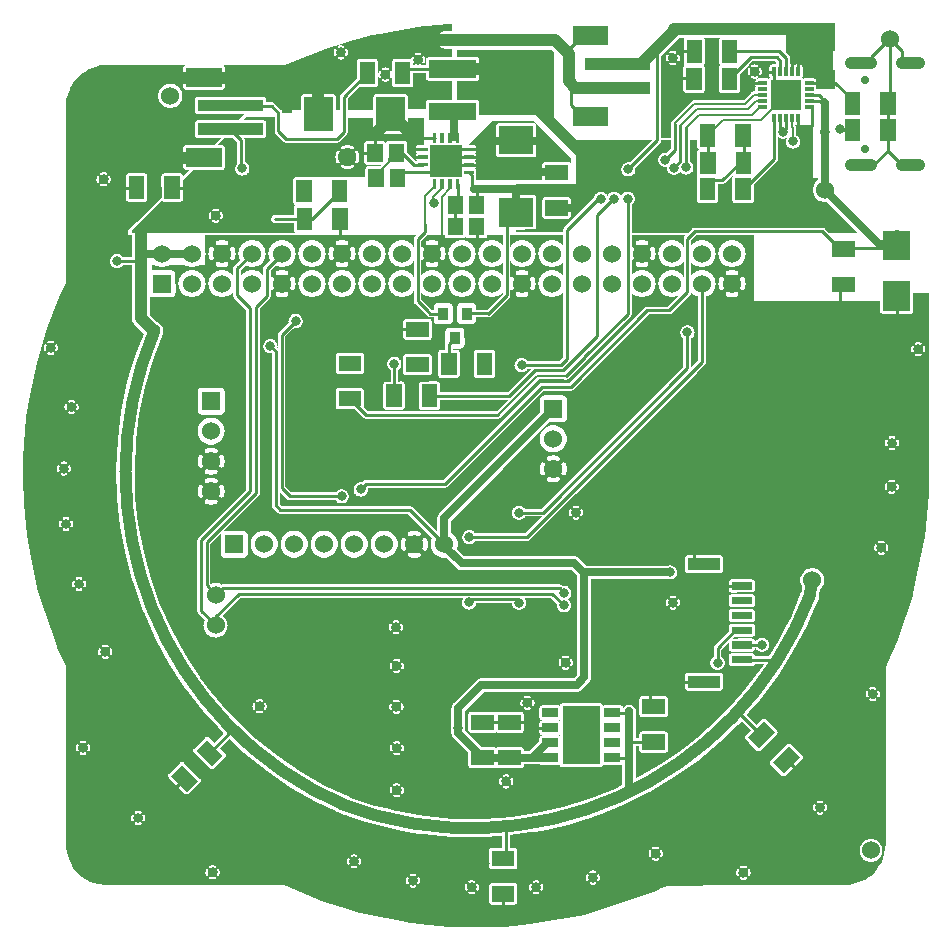
<source format=gbr>
G04 start of page 3 for group 1 idx 1 *
G04 Title: (unknown), bottom *
G04 Creator: pcb 4.2.0 *
G04 CreationDate: Fri Feb 14 02:49:43 2020 UTC *
G04 For: blinken *
G04 Format: Gerber/RS-274X *
G04 PCB-Dimensions (mm): 90.16 90.16 *
G04 PCB-Coordinate-Origin: lower left *
%MOMM*%
%FSLAX43Y43*%
%LNBOTTOM*%
%ADD47C,0.600*%
%ADD46C,0.300*%
%ADD45C,0.965*%
%ADD44C,0.889*%
%ADD43C,0.400*%
%ADD42C,0.508*%
%ADD41C,2.646*%
%ADD40C,0.800*%
%ADD39C,0.914*%
%ADD38C,3.730*%
%ADD37C,1.000*%
%ADD36C,0.700*%
%ADD35C,1.524*%
%ADD34C,0.635*%
%ADD33C,0.200*%
%ADD32C,1.016*%
%ADD31C,0.250*%
%ADD30C,0.254*%
%ADD29C,0.002*%
G54D29*G36*
X24668Y70680D02*X18432D01*
Y71834D01*
X18437Y71835D01*
X18452Y71840D01*
X18466Y71847D01*
X18479Y71856D01*
X18490Y71868D01*
X18499Y71880D01*
X18506Y71895D01*
X18526Y71949D01*
X18540Y72005D01*
X18548Y72062D01*
X18551Y72120D01*
X18548Y72178D01*
X18540Y72235D01*
X18526Y72291D01*
X18507Y72346D01*
X18500Y72360D01*
X18490Y72373D01*
X18479Y72384D01*
X18467Y72394D01*
X18453Y72401D01*
X18438Y72406D01*
X18432Y72407D01*
Y75998D01*
X18510Y75998D01*
X18549Y76008D01*
X18586Y76023D01*
X18620Y76044D01*
X18650Y76070D01*
X18676Y76100D01*
X18697Y76134D01*
X18712Y76171D01*
X18722Y76210D01*
X18724Y76250D01*
X18722Y77890D01*
X18712Y77929D01*
X18697Y77966D01*
X18676Y78000D01*
X18650Y78030D01*
X18620Y78056D01*
X18586Y78077D01*
X18549Y78092D01*
X18510Y78102D01*
X18470Y78104D01*
X18432Y78104D01*
Y78402D01*
X18727Y78697D01*
X19450Y78697D01*
X19793Y78355D01*
Y76553D01*
X19784Y76546D01*
X19723Y76474D01*
X19674Y76393D01*
X19638Y76306D01*
X19616Y76214D01*
X19608Y76120D01*
X19616Y76026D01*
X19638Y75934D01*
X19674Y75847D01*
X19723Y75766D01*
X19784Y75695D01*
X19856Y75633D01*
X19937Y75584D01*
X20024Y75548D01*
X20116Y75526D01*
X20210Y75518D01*
X20304Y75526D01*
X20396Y75548D01*
X20483Y75584D01*
X20564Y75633D01*
X20636Y75695D01*
X20697Y75766D01*
X20746Y75847D01*
X20782Y75934D01*
X20804Y76026D01*
X20810Y76120D01*
X20804Y76214D01*
X20782Y76306D01*
X20746Y76393D01*
X20697Y76474D01*
X20636Y76546D01*
X20564Y76607D01*
X20483Y76656D01*
X20447Y76671D01*
Y78477D01*
X20448Y78490D01*
X20444Y78541D01*
X20432Y78591D01*
X20412Y78639D01*
X20385Y78683D01*
X20373Y78698D01*
X22010Y78698D01*
X22049Y78708D01*
X22086Y78723D01*
X22120Y78744D01*
X22150Y78770D01*
X22176Y78800D01*
X22197Y78834D01*
X22212Y78871D01*
X22222Y78910D01*
X22224Y78950D01*
X22222Y79990D01*
X22212Y80029D01*
X22197Y80066D01*
X22176Y80100D01*
X22150Y80130D01*
X22120Y80156D01*
X22086Y80177D01*
X22049Y80192D01*
X22010Y80202D01*
X21970Y80204D01*
X20233Y80203D01*
X20540Y80510D01*
X22943D01*
Y79283D01*
X22942Y79270D01*
X22946Y79219D01*
Y79219D01*
X22958Y79169D01*
X22978Y79121D01*
X23005Y79077D01*
X23038Y79038D01*
X23048Y79030D01*
X23670Y78408D01*
X23678Y78398D01*
X23717Y78365D01*
X23761Y78338D01*
X23809Y78318D01*
X23859Y78306D01*
X23859D01*
X23910Y78302D01*
X23923Y78303D01*
X24710D01*
Y75397D01*
X24678Y75384D01*
X24644Y75363D01*
X24614Y75337D01*
X24588Y75306D01*
X24567Y75272D01*
X24552Y75235D01*
X24542Y75196D01*
X24540Y75157D01*
X24542Y73217D01*
X24552Y73178D01*
X24567Y73141D01*
X24588Y73107D01*
X24614Y73076D01*
X24644Y73051D01*
X24678Y73030D01*
X24710Y73016D01*
Y73008D01*
X24709Y73008D01*
X24674Y72987D01*
X24644Y72961D01*
X24618Y72931D01*
X24597Y72897D01*
X24582Y72860D01*
X24573Y72821D01*
X24570Y72781D01*
X24571Y72158D01*
X23072D01*
X23027Y72169D01*
X22976Y72173D01*
X22925Y72169D01*
X22875Y72156D01*
X22827Y72137D01*
X22783Y72110D01*
X22744Y72076D01*
X22711Y72037D01*
X22684Y71993D01*
X22664Y71946D01*
X22652Y71896D01*
X22648Y71844D01*
X22652Y71793D01*
X22664Y71743D01*
X22684Y71696D01*
X22711Y71652D01*
X22745Y71613D01*
X22750Y71609D01*
X22758Y71599D01*
X22797Y71566D01*
X22797Y71565D01*
X22797Y71565D01*
X22818Y71553D01*
X22841Y71539D01*
X22841Y71539D01*
X22841Y71539D01*
X22863Y71529D01*
X22888Y71519D01*
X22889Y71519D01*
X22889Y71519D01*
X22913Y71513D01*
X22938Y71507D01*
X22939Y71507D01*
X22939Y71507D01*
X22990Y71503D01*
X23003Y71504D01*
X24572D01*
X24573Y70841D01*
X24582Y70802D01*
X24597Y70765D01*
X24618Y70731D01*
X24644Y70701D01*
X24668Y70680D01*
G37*
G36*
X18432Y78104D02*X18134Y78104D01*
X18432Y78402D01*
Y78104D01*
G37*
G36*
Y70680D02*X17950D01*
Y71519D01*
X18008Y71522D01*
X18065Y71531D01*
X18121Y71544D01*
X18176Y71563D01*
X18190Y71570D01*
X18203Y71580D01*
X18214Y71591D01*
X18224Y71603D01*
X18231Y71618D01*
X18236Y71633D01*
X18238Y71648D01*
X18238Y71664D01*
X18236Y71680D01*
X18231Y71695D01*
X18224Y71709D01*
X18215Y71722D01*
X18204Y71733D01*
X18191Y71742D01*
X18177Y71750D01*
X18162Y71755D01*
X18147Y71757D01*
X18131Y71757D01*
X18115Y71755D01*
X18100Y71750D01*
X18064Y71737D01*
X18027Y71728D01*
X17988Y71722D01*
X17950Y71720D01*
Y72520D01*
X17988Y72518D01*
X18027Y72513D01*
X18064Y72504D01*
X18100Y72491D01*
X18115Y72486D01*
X18131Y72483D01*
X18147Y72483D01*
X18162Y72486D01*
X18177Y72491D01*
X18191Y72498D01*
X18204Y72508D01*
X18215Y72519D01*
X18224Y72532D01*
X18231Y72546D01*
X18236Y72561D01*
X18238Y72576D01*
X18238Y72592D01*
X18235Y72608D01*
X18230Y72622D01*
X18223Y72636D01*
X18214Y72649D01*
X18203Y72660D01*
X18190Y72669D01*
X18176Y72676D01*
X18121Y72696D01*
X18065Y72710D01*
X18008Y72718D01*
X17950Y72721D01*
Y75998D01*
X18432Y75998D01*
Y72407D01*
X18422Y72408D01*
X18406Y72409D01*
X18391Y72406D01*
X18375Y72401D01*
X18361Y72394D01*
X18348Y72385D01*
X18337Y72374D01*
X18328Y72361D01*
X18321Y72347D01*
X18316Y72332D01*
X18313Y72317D01*
X18313Y72301D01*
X18315Y72285D01*
X18320Y72270D01*
X18333Y72234D01*
X18343Y72197D01*
X18348Y72159D01*
X18350Y72120D01*
X18348Y72082D01*
X18343Y72043D01*
X18333Y72006D01*
X18321Y71970D01*
X18316Y71955D01*
X18313Y71939D01*
X18313Y71924D01*
X18316Y71908D01*
X18321Y71893D01*
X18328Y71879D01*
X18338Y71866D01*
X18349Y71855D01*
X18362Y71846D01*
X18376Y71839D01*
X18391Y71834D01*
X18406Y71832D01*
X18422Y71832D01*
X18432Y71834D01*
Y70680D01*
G37*
G36*
X17950D02*X17468D01*
Y71833D01*
X17478Y71832D01*
X17494Y71832D01*
X17509Y71834D01*
X17525Y71839D01*
X17539Y71846D01*
X17552Y71855D01*
X17563Y71866D01*
X17572Y71879D01*
X17579Y71893D01*
X17584Y71908D01*
X17587Y71923D01*
X17587Y71939D01*
X17585Y71955D01*
X17580Y71970D01*
X17567Y72006D01*
X17557Y72043D01*
X17552Y72082D01*
X17550Y72120D01*
X17552Y72159D01*
X17557Y72197D01*
X17567Y72234D01*
X17579Y72270D01*
X17584Y72285D01*
X17587Y72301D01*
X17587Y72317D01*
X17584Y72332D01*
X17579Y72347D01*
X17572Y72361D01*
X17562Y72374D01*
X17551Y72385D01*
X17538Y72394D01*
X17524Y72401D01*
X17509Y72406D01*
X17494Y72408D01*
X17478Y72408D01*
X17468Y72406D01*
Y75998D01*
X17950Y75998D01*
Y72721D01*
X17950Y72721D01*
X17892Y72718D01*
X17835Y72710D01*
X17779Y72696D01*
X17724Y72677D01*
X17710Y72670D01*
X17697Y72661D01*
X17686Y72649D01*
X17676Y72637D01*
X17669Y72623D01*
X17664Y72608D01*
X17662Y72592D01*
X17662Y72576D01*
X17664Y72561D01*
X17669Y72546D01*
X17676Y72531D01*
X17685Y72519D01*
X17696Y72507D01*
X17709Y72498D01*
X17723Y72491D01*
X17738Y72486D01*
X17753Y72483D01*
X17769Y72483D01*
X17785Y72485D01*
X17800Y72490D01*
X17836Y72504D01*
X17873Y72513D01*
X17912Y72518D01*
X17950Y72520D01*
X17950Y72520D01*
Y71720D01*
X17950Y71720D01*
X17912Y71722D01*
X17873Y71728D01*
X17836Y71737D01*
X17800Y71749D01*
X17785Y71754D01*
X17769Y71757D01*
X17753Y71757D01*
X17738Y71754D01*
X17723Y71749D01*
X17709Y71742D01*
X17696Y71733D01*
X17685Y71721D01*
X17676Y71709D01*
X17669Y71694D01*
X17664Y71679D01*
X17662Y71664D01*
X17662Y71648D01*
X17665Y71633D01*
X17670Y71618D01*
X17677Y71604D01*
X17686Y71591D01*
X17697Y71580D01*
X17710Y71571D01*
X17724Y71564D01*
X17779Y71544D01*
X17835Y71531D01*
X17892Y71522D01*
X17950Y71519D01*
X17950Y71519D01*
Y70680D01*
G37*
G36*
X17468D02*X10900D01*
Y70870D01*
X13420Y73390D01*
X13439Y73368D01*
X13470Y73342D01*
X13504Y73321D01*
X13541Y73306D01*
X13580Y73296D01*
X13620Y73294D01*
X14959Y73296D01*
X14998Y73306D01*
X15035Y73321D01*
X15069Y73342D01*
X15100Y73368D01*
X15126Y73398D01*
X15147Y73432D01*
X15162Y73469D01*
X15171Y73508D01*
X15174Y73548D01*
X15172Y75142D01*
X16026Y75997D01*
X17468Y75998D01*
Y72406D01*
X17463Y72405D01*
X17448Y72400D01*
X17434Y72393D01*
X17421Y72384D01*
X17410Y72373D01*
X17401Y72360D01*
X17394Y72346D01*
X17374Y72291D01*
X17360Y72235D01*
X17352Y72178D01*
X17349Y72120D01*
X17352Y72062D01*
X17360Y72005D01*
X17374Y71949D01*
X17393Y71894D01*
X17400Y71880D01*
X17410Y71867D01*
X17421Y71856D01*
X17433Y71847D01*
X17447Y71839D01*
X17462Y71834D01*
X17468Y71833D01*
Y70680D01*
G37*
G36*
X33890Y78454D02*X32550Y78452D01*
X32511Y78442D01*
X32474Y78427D01*
X32440Y78406D01*
X32410Y78380D01*
X32384Y78350D01*
X32363Y78316D01*
X32348Y78279D01*
X32340Y78247D01*
X32332Y78279D01*
X32317Y78316D01*
X32296Y78350D01*
X32270Y78380D01*
X32240Y78406D01*
X32206Y78427D01*
X32169Y78442D01*
X32130Y78452D01*
X32090Y78454D01*
X30750Y78452D01*
X30711Y78442D01*
X30674Y78427D01*
X30640Y78406D01*
X30610Y78380D01*
X30584Y78350D01*
X30563Y78316D01*
X30548Y78279D01*
X30538Y78240D01*
X30536Y78200D01*
X30538Y76660D01*
X30548Y76622D01*
X30563Y76585D01*
X30584Y76551D01*
X30610Y76520D01*
X30640Y76494D01*
X30674Y76473D01*
X30711Y76458D01*
X30750Y76449D01*
X30790Y76446D01*
X32034Y76448D01*
X31909Y76323D01*
X30850Y76322D01*
X30811Y76312D01*
X30774Y76297D01*
X30740Y76276D01*
X30710Y76250D01*
X30684Y76220D01*
X30663Y76186D01*
X30648Y76149D01*
X30638Y76110D01*
X30636Y76070D01*
X30637Y75390D01*
X29944D01*
Y76549D01*
X29945Y76549D01*
X29962Y76559D01*
X29978Y76572D01*
X29991Y76586D01*
X30002Y76603D01*
X30043Y76686D01*
X30076Y76772D01*
X30101Y76861D01*
X30118Y76952D01*
X30126Y77044D01*
Y77136D01*
X30118Y77228D01*
X30101Y77319D01*
X30076Y77408D01*
X30043Y77494D01*
X30003Y77577D01*
X29992Y77594D01*
X29978Y77609D01*
X29963Y77622D01*
X29945Y77632D01*
X29944Y77632D01*
Y80410D01*
X31307D01*
X31308Y79222D01*
X31317Y79183D01*
X31332Y79146D01*
X31353Y79112D01*
X31379Y79082D01*
X31409Y79056D01*
X31444Y79035D01*
X31480Y79020D01*
X31519Y79010D01*
X31559Y79008D01*
X33999Y79010D01*
X34038Y79020D01*
X34075Y79035D01*
X34109Y79056D01*
X34139Y79082D01*
X34165Y79112D01*
X34186Y79146D01*
X34202Y79183D01*
X34211Y79222D01*
X34213Y79262D01*
X34212Y80410D01*
X35590D01*
Y78084D01*
X35079Y78083D01*
X35048Y78076D01*
X35019Y78064D01*
X34992Y78047D01*
X34968Y78027D01*
X34948Y78003D01*
X34931Y77976D01*
X34919Y77947D01*
X34912Y77916D01*
X34910Y77885D01*
X34912Y77554D01*
X34919Y77523D01*
X34931Y77494D01*
X34948Y77467D01*
X34968Y77443D01*
X34992Y77423D01*
X35013Y77410D01*
X34992Y77397D01*
X34968Y77377D01*
X34948Y77353D01*
X34931Y77326D01*
X34919Y77297D01*
X34912Y77266D01*
X34910Y77235D01*
X34912Y76904D01*
X34919Y76873D01*
X34931Y76844D01*
X34948Y76817D01*
X34968Y76793D01*
X34987Y76777D01*
X34865D01*
X34143Y77500D01*
X34141Y78240D01*
X34132Y78279D01*
X34117Y78316D01*
X34096Y78350D01*
X34070Y78380D01*
X34040Y78406D01*
X34005Y78427D01*
X33969Y78442D01*
X33930Y78452D01*
X33890Y78454D01*
G37*
G36*
X29944Y75390D02*X29194D01*
X29172Y75399D01*
X29134Y75408D01*
X29110Y75410D01*
Y76074D01*
X29156D01*
X29248Y76082D01*
X29339Y76099D01*
X29428Y76124D01*
X29514Y76157D01*
X29597Y76197D01*
X29614Y76208D01*
X29629Y76222D01*
X29642Y76237D01*
X29652Y76255D01*
X29659Y76274D01*
X29663Y76293D01*
X29664Y76313D01*
X29662Y76333D01*
X29657Y76353D01*
X29648Y76371D01*
X29637Y76388D01*
X29624Y76403D01*
X29608Y76416D01*
X29591Y76426D01*
X29572Y76433D01*
X29552Y76437D01*
X29532Y76438D01*
X29512Y76436D01*
X29493Y76431D01*
X29475Y76422D01*
X29413Y76391D01*
X29348Y76366D01*
X29282Y76348D01*
X29214Y76335D01*
X29145Y76329D01*
X29110D01*
Y77851D01*
X29145D01*
X29214Y77845D01*
X29282Y77833D01*
X29348Y77814D01*
X29413Y77789D01*
X29475Y77759D01*
X29493Y77750D01*
X29512Y77745D01*
X29532Y77743D01*
X29552Y77744D01*
X29572Y77748D01*
X29591Y77755D01*
X29608Y77765D01*
X29623Y77778D01*
X29637Y77793D01*
X29648Y77809D01*
X29656Y77828D01*
X29661Y77847D01*
X29663Y77867D01*
X29662Y77887D01*
X29658Y77906D01*
X29651Y77925D01*
X29641Y77942D01*
X29629Y77958D01*
X29614Y77971D01*
X29597Y77982D01*
X29514Y78023D01*
X29428Y78056D01*
X29339Y78081D01*
X29248Y78098D01*
X29156Y78106D01*
X29110D01*
Y79124D01*
X29114Y79139D01*
X29118Y79190D01*
X29117Y79203D01*
Y80410D01*
X29944D01*
Y77632D01*
X29926Y77639D01*
X29907Y77643D01*
X29887Y77644D01*
X29867Y77642D01*
X29847Y77637D01*
X29829Y77629D01*
X29812Y77618D01*
X29797Y77604D01*
X29785Y77588D01*
X29774Y77571D01*
X29767Y77552D01*
X29763Y77533D01*
X29762Y77512D01*
X29764Y77492D01*
X29770Y77473D01*
X29778Y77455D01*
X29809Y77393D01*
X29834Y77328D01*
X29852Y77262D01*
X29865Y77194D01*
X29871Y77125D01*
Y77055D01*
X29865Y76987D01*
X29852Y76919D01*
X29834Y76852D01*
X29809Y76787D01*
X29779Y76725D01*
X29770Y76707D01*
X29765Y76688D01*
X29763Y76668D01*
X29764Y76648D01*
X29768Y76628D01*
X29775Y76610D01*
X29785Y76592D01*
X29798Y76577D01*
X29813Y76563D01*
X29829Y76552D01*
X29848Y76544D01*
X29867Y76539D01*
X29887Y76537D01*
X29907Y76538D01*
X29926Y76542D01*
X29944Y76549D01*
Y75390D01*
G37*
G36*
X29110Y75410D02*X29094Y75411D01*
X28276Y75409D01*
Y76548D01*
X28294Y76541D01*
X28313Y76537D01*
X28333Y76536D01*
X28353Y76538D01*
X28373Y76543D01*
X28391Y76552D01*
X28408Y76563D01*
X28423Y76576D01*
X28435Y76592D01*
X28446Y76609D01*
X28453Y76628D01*
X28457Y76648D01*
X28458Y76668D01*
X28456Y76688D01*
X28450Y76707D01*
X28442Y76725D01*
X28411Y76787D01*
X28386Y76852D01*
X28368Y76919D01*
X28355Y76987D01*
X28349Y77055D01*
Y77125D01*
X28355Y77194D01*
X28368Y77262D01*
X28386Y77328D01*
X28411Y77393D01*
X28441Y77455D01*
X28450Y77473D01*
X28455Y77493D01*
X28457Y77512D01*
X28456Y77532D01*
X28452Y77552D01*
X28445Y77571D01*
X28435Y77588D01*
X28422Y77604D01*
X28407Y77617D01*
X28391Y77628D01*
X28372Y77636D01*
X28353Y77641D01*
X28333Y77643D01*
X28313Y77642D01*
X28294Y77638D01*
X28276Y77631D01*
Y78306D01*
X28281Y78306D01*
X28281Y78306D01*
X28331Y78318D01*
X28379Y78338D01*
X28423Y78365D01*
X28462Y78398D01*
X28470Y78408D01*
X29012Y78950D01*
X29022Y78958D01*
X29055Y78997D01*
X29055Y78997D01*
X29082Y79041D01*
X29102Y79089D01*
X29110Y79124D01*
Y78106D01*
X29064D01*
X28972Y78098D01*
X28881Y78081D01*
X28792Y78056D01*
X28706Y78023D01*
X28623Y77983D01*
X28606Y77972D01*
X28591Y77958D01*
X28578Y77943D01*
X28568Y77925D01*
X28561Y77907D01*
X28557Y77887D01*
X28556Y77867D01*
X28558Y77847D01*
X28563Y77827D01*
X28572Y77809D01*
X28583Y77792D01*
X28596Y77777D01*
X28612Y77765D01*
X28629Y77755D01*
X28648Y77747D01*
X28668Y77743D01*
X28688Y77742D01*
X28708Y77744D01*
X28727Y77750D01*
X28745Y77758D01*
X28807Y77789D01*
X28872Y77814D01*
X28938Y77833D01*
X29006Y77845D01*
X29075Y77851D01*
X29110D01*
Y76329D01*
X29075D01*
X29006Y76335D01*
X28938Y76348D01*
X28872Y76366D01*
X28807Y76391D01*
X28745Y76421D01*
X28727Y76430D01*
X28708Y76435D01*
X28688Y76437D01*
X28668Y76436D01*
X28648Y76432D01*
X28629Y76425D01*
X28612Y76415D01*
X28597Y76402D01*
X28583Y76388D01*
X28572Y76371D01*
X28564Y76353D01*
X28559Y76333D01*
X28557Y76313D01*
X28558Y76293D01*
X28562Y76274D01*
X28569Y76255D01*
X28579Y76238D01*
X28591Y76222D01*
X28606Y76209D01*
X28623Y76198D01*
X28706Y76157D01*
X28792Y76124D01*
X28881Y76099D01*
X28972Y76082D01*
X29064Y76074D01*
X29110D01*
Y75410D01*
G37*
G36*
X28276Y75409D02*X27754Y75408D01*
X27715Y75399D01*
X27694Y75390D01*
X26194D01*
X26173Y75399D01*
X26134Y75408D01*
X26094Y75411D01*
X24754Y75408D01*
X24715Y75399D01*
X24694Y75390D01*
X24370D01*
Y78303D01*
X28217D01*
X28230Y78302D01*
X28276Y78306D01*
Y77631D01*
X28275Y77631D01*
X28258Y77621D01*
X28242Y77609D01*
X28229Y77594D01*
X28218Y77577D01*
X28177Y77494D01*
X28144Y77408D01*
X28119Y77319D01*
X28102Y77228D01*
X28094Y77136D01*
Y77044D01*
X28102Y76952D01*
X28119Y76861D01*
X28144Y76772D01*
X28177Y76686D01*
X28217Y76603D01*
X28228Y76586D01*
X28242Y76571D01*
X28257Y76558D01*
X28275Y76548D01*
X28276Y76548D01*
Y75409D01*
G37*
G36*
X75680Y54720D02*X67640D01*
Y64870D01*
X74212D01*
X74212Y64021D01*
X74222Y63983D01*
X74237Y63946D01*
X74257Y63913D01*
X74283Y63883D01*
X74313Y63857D01*
X74346Y63837D01*
X74383Y63822D01*
X74421Y63812D01*
X74460Y63810D01*
X75680Y63811D01*
Y54720D01*
G37*
G36*
X62400Y41970D02*X60861D01*
X60880Y42002D01*
X60896Y42039D01*
X60905Y42078D01*
X60907Y42117D01*
X60905Y43157D01*
X60896Y43196D01*
X60880Y43233D01*
X60859Y43267D01*
X60833Y43298D01*
X60803Y43324D01*
X60769Y43344D01*
X60732Y43360D01*
X60693Y43369D01*
X60653Y43371D01*
X57913Y43369D01*
X57874Y43360D01*
X57838Y43344D01*
X57803Y43324D01*
X57773Y43298D01*
X57747Y43267D01*
X57726Y43233D01*
X57711Y43196D01*
X57702Y43157D01*
X57699Y43117D01*
X57702Y42078D01*
X57711Y42039D01*
X57726Y42002D01*
X57746Y41970D01*
X57027D01*
X57024Y42014D01*
X57002Y42106D01*
X56966Y42193D01*
X56917Y42274D01*
X56856Y42346D01*
X56784Y42407D01*
X56703Y42456D01*
X56616Y42492D01*
X56524Y42515D01*
X56430Y42522D01*
X56336Y42515D01*
X56244Y42492D01*
X56242Y42492D01*
X55490D01*
Y49850D01*
X62400D01*
Y41970D01*
G37*
G36*
X77922Y65610D02*X78313D01*
X78362Y50368D01*
X78315Y48609D01*
X77982Y44861D01*
X77922Y44565D01*
Y60534D01*
X77927Y60535D01*
X77942Y60540D01*
X77956Y60547D01*
X77969Y60556D01*
X77980Y60568D01*
X77989Y60580D01*
X77996Y60595D01*
X78016Y60649D01*
X78030Y60705D01*
X78038Y60762D01*
X78041Y60820D01*
X78038Y60878D01*
X78030Y60935D01*
X78016Y60991D01*
X77997Y61046D01*
X77990Y61060D01*
X77980Y61073D01*
X77969Y61084D01*
X77957Y61094D01*
X77943Y61101D01*
X77928Y61106D01*
X77922Y61107D01*
Y65610D01*
G37*
G36*
X77440D02*X77922D01*
Y61107D01*
X77912Y61108D01*
X77896Y61109D01*
X77881Y61106D01*
X77865Y61101D01*
X77851Y61094D01*
X77838Y61085D01*
X77827Y61074D01*
X77818Y61061D01*
X77811Y61047D01*
X77806Y61032D01*
X77803Y61017D01*
X77803Y61001D01*
X77805Y60985D01*
X77810Y60970D01*
X77823Y60934D01*
X77833Y60897D01*
X77838Y60859D01*
X77840Y60820D01*
X77838Y60782D01*
X77833Y60743D01*
X77823Y60706D01*
X77811Y60670D01*
X77806Y60655D01*
X77803Y60639D01*
X77803Y60624D01*
X77806Y60608D01*
X77811Y60593D01*
X77818Y60579D01*
X77828Y60566D01*
X77839Y60555D01*
X77852Y60546D01*
X77866Y60539D01*
X77881Y60534D01*
X77896Y60532D01*
X77912Y60532D01*
X77922Y60534D01*
Y44565D01*
X77440Y42188D01*
Y60219D01*
X77498Y60222D01*
X77555Y60231D01*
X77611Y60244D01*
X77666Y60263D01*
X77680Y60270D01*
X77693Y60280D01*
X77704Y60291D01*
X77714Y60303D01*
X77721Y60318D01*
X77726Y60333D01*
X77728Y60348D01*
X77728Y60364D01*
X77726Y60380D01*
X77721Y60395D01*
X77714Y60409D01*
X77705Y60422D01*
X77694Y60433D01*
X77681Y60442D01*
X77667Y60450D01*
X77652Y60455D01*
X77637Y60457D01*
X77621Y60457D01*
X77605Y60455D01*
X77590Y60450D01*
X77554Y60437D01*
X77517Y60428D01*
X77478Y60422D01*
X77440Y60420D01*
Y61220D01*
X77478Y61218D01*
X77517Y61213D01*
X77554Y61204D01*
X77590Y61191D01*
X77605Y61186D01*
X77621Y61183D01*
X77637Y61183D01*
X77652Y61186D01*
X77667Y61191D01*
X77681Y61198D01*
X77694Y61208D01*
X77705Y61219D01*
X77714Y61232D01*
X77721Y61246D01*
X77726Y61261D01*
X77728Y61276D01*
X77728Y61292D01*
X77725Y61308D01*
X77720Y61322D01*
X77713Y61336D01*
X77704Y61349D01*
X77693Y61360D01*
X77680Y61369D01*
X77666Y61376D01*
X77611Y61396D01*
X77555Y61410D01*
X77498Y61418D01*
X77440Y61421D01*
Y65610D01*
G37*
G36*
X76958Y63907D02*X76963Y63913D01*
X76984Y63946D01*
X76999Y63983D01*
X77008Y64021D01*
X77010Y64060D01*
X77009Y65610D01*
X77440D01*
Y61421D01*
X77440Y61421D01*
X77382Y61418D01*
X77325Y61410D01*
X77269Y61396D01*
X77214Y61377D01*
X77200Y61370D01*
X77187Y61361D01*
X77176Y61349D01*
X77166Y61337D01*
X77159Y61323D01*
X77154Y61308D01*
X77152Y61292D01*
X77152Y61276D01*
X77154Y61261D01*
X77159Y61246D01*
X77166Y61231D01*
X77175Y61219D01*
X77186Y61207D01*
X77199Y61198D01*
X77213Y61191D01*
X77228Y61186D01*
X77243Y61183D01*
X77259Y61183D01*
X77275Y61185D01*
X77290Y61190D01*
X77326Y61204D01*
X77363Y61213D01*
X77402Y61218D01*
X77440Y61220D01*
X77440Y61220D01*
Y60420D01*
X77440Y60420D01*
X77402Y60422D01*
X77363Y60428D01*
X77326Y60437D01*
X77290Y60449D01*
X77275Y60454D01*
X77259Y60457D01*
X77243Y60457D01*
X77228Y60454D01*
X77213Y60449D01*
X77199Y60442D01*
X77186Y60433D01*
X77175Y60421D01*
X77166Y60409D01*
X77159Y60394D01*
X77154Y60379D01*
X77152Y60364D01*
X77152Y60348D01*
X77155Y60333D01*
X77160Y60318D01*
X77167Y60304D01*
X77176Y60291D01*
X77187Y60280D01*
X77200Y60271D01*
X77214Y60264D01*
X77269Y60244D01*
X77325Y60231D01*
X77382Y60222D01*
X77440Y60219D01*
X77440Y60219D01*
Y42188D01*
X77020Y40115D01*
X76958Y39931D01*
Y60533D01*
X76968Y60532D01*
X76984Y60532D01*
X76999Y60534D01*
X77015Y60539D01*
X77029Y60546D01*
X77042Y60555D01*
X77053Y60566D01*
X77062Y60579D01*
X77069Y60593D01*
X77074Y60608D01*
X77077Y60623D01*
X77077Y60639D01*
X77075Y60655D01*
X77070Y60670D01*
X77057Y60706D01*
X77047Y60743D01*
X77042Y60782D01*
X77040Y60820D01*
X77042Y60859D01*
X77047Y60897D01*
X77057Y60934D01*
X77069Y60970D01*
X77074Y60985D01*
X77077Y61001D01*
X77077Y61017D01*
X77074Y61032D01*
X77069Y61047D01*
X77062Y61061D01*
X77052Y61074D01*
X77041Y61085D01*
X77028Y61094D01*
X77014Y61101D01*
X76999Y61106D01*
X76984Y61108D01*
X76968Y61108D01*
X76958Y61106D01*
Y63907D01*
G37*
G36*
X75702Y63811D02*X76799Y63812D01*
X76838Y63822D01*
X76874Y63837D01*
X76908Y63857D01*
X76937Y63883D01*
X76958Y63907D01*
Y61106D01*
X76953Y61105D01*
X76938Y61100D01*
X76924Y61093D01*
X76911Y61084D01*
X76900Y61073D01*
X76891Y61060D01*
X76884Y61046D01*
X76864Y60991D01*
X76850Y60935D01*
X76842Y60878D01*
X76839Y60820D01*
X76842Y60762D01*
X76850Y60705D01*
X76864Y60649D01*
X76883Y60594D01*
X76890Y60580D01*
X76900Y60567D01*
X76911Y60556D01*
X76923Y60547D01*
X76937Y60539D01*
X76952Y60534D01*
X76958Y60533D01*
Y39931D01*
X75716Y36256D01*
X75702Y36221D01*
Y48880D01*
X75702Y48880D01*
X75716Y48887D01*
X75729Y48896D01*
X75740Y48908D01*
X75749Y48920D01*
X75756Y48935D01*
X75776Y48989D01*
X75790Y49045D01*
X75798Y49102D01*
X75801Y49160D01*
X75798Y49218D01*
X75790Y49275D01*
X75776Y49331D01*
X75757Y49386D01*
X75750Y49400D01*
X75740Y49413D01*
X75729Y49424D01*
X75717Y49434D01*
X75703Y49441D01*
X75702Y49441D01*
Y52584D01*
X75707Y52585D01*
X75722Y52590D01*
X75736Y52597D01*
X75749Y52606D01*
X75760Y52618D01*
X75769Y52630D01*
X75776Y52645D01*
X75796Y52699D01*
X75810Y52755D01*
X75818Y52812D01*
X75821Y52870D01*
X75818Y52928D01*
X75810Y52985D01*
X75796Y53041D01*
X75777Y53096D01*
X75770Y53110D01*
X75760Y53123D01*
X75749Y53134D01*
X75737Y53144D01*
X75723Y53151D01*
X75708Y53156D01*
X75702Y53157D01*
Y63811D01*
G37*
G36*
X75220Y54770D02*X75670D01*
Y63811D01*
X75702Y63811D01*
Y53157D01*
X75692Y53158D01*
X75676Y53159D01*
X75661Y53156D01*
X75645Y53151D01*
X75631Y53144D01*
X75618Y53135D01*
X75607Y53124D01*
X75598Y53111D01*
X75591Y53097D01*
X75586Y53082D01*
X75583Y53067D01*
X75583Y53051D01*
X75585Y53035D01*
X75590Y53020D01*
X75603Y52984D01*
X75613Y52947D01*
X75618Y52909D01*
X75620Y52870D01*
X75618Y52832D01*
X75613Y52793D01*
X75603Y52756D01*
X75591Y52720D01*
X75586Y52705D01*
X75583Y52689D01*
X75583Y52674D01*
X75586Y52658D01*
X75591Y52643D01*
X75598Y52629D01*
X75608Y52616D01*
X75619Y52605D01*
X75632Y52596D01*
X75646Y52589D01*
X75661Y52584D01*
X75676Y52582D01*
X75692Y52582D01*
X75702Y52584D01*
Y49441D01*
X75688Y49446D01*
X75672Y49448D01*
X75656Y49449D01*
X75641Y49446D01*
X75625Y49441D01*
X75611Y49434D01*
X75598Y49425D01*
X75587Y49414D01*
X75578Y49401D01*
X75571Y49387D01*
X75566Y49372D01*
X75563Y49357D01*
X75563Y49341D01*
X75565Y49325D01*
X75570Y49310D01*
X75583Y49274D01*
X75593Y49237D01*
X75598Y49199D01*
X75600Y49160D01*
X75598Y49122D01*
X75593Y49083D01*
X75583Y49046D01*
X75571Y49010D01*
X75566Y48995D01*
X75563Y48979D01*
X75563Y48964D01*
X75566Y48948D01*
X75571Y48933D01*
X75578Y48919D01*
X75588Y48906D01*
X75599Y48895D01*
X75612Y48886D01*
X75626Y48879D01*
X75641Y48874D01*
X75656Y48872D01*
X75672Y48872D01*
X75687Y48875D01*
X75702Y48880D01*
Y36221D01*
X75220Y35062D01*
Y48560D01*
X75258Y48562D01*
X75315Y48571D01*
X75371Y48584D01*
X75426Y48603D01*
X75440Y48610D01*
X75453Y48620D01*
X75464Y48631D01*
X75474Y48643D01*
X75481Y48658D01*
X75486Y48673D01*
X75488Y48688D01*
X75488Y48704D01*
X75486Y48720D01*
X75481Y48735D01*
X75474Y48749D01*
X75465Y48762D01*
X75454Y48773D01*
X75441Y48782D01*
X75427Y48790D01*
X75412Y48795D01*
X75397Y48797D01*
X75381Y48797D01*
X75365Y48795D01*
X75350Y48790D01*
X75314Y48777D01*
X75277Y48768D01*
X75238Y48762D01*
X75220Y48761D01*
Y49559D01*
X75238Y49558D01*
X75277Y49553D01*
X75314Y49544D01*
X75350Y49531D01*
X75365Y49526D01*
X75381Y49523D01*
X75397Y49523D01*
X75412Y49526D01*
X75427Y49531D01*
X75441Y49538D01*
X75454Y49548D01*
X75465Y49559D01*
X75474Y49572D01*
X75481Y49586D01*
X75486Y49601D01*
X75488Y49616D01*
X75488Y49632D01*
X75485Y49648D01*
X75480Y49662D01*
X75473Y49676D01*
X75464Y49689D01*
X75453Y49700D01*
X75440Y49709D01*
X75426Y49716D01*
X75371Y49736D01*
X75315Y49750D01*
X75258Y49758D01*
X75220Y49760D01*
Y52269D01*
X75278Y52272D01*
X75335Y52281D01*
X75391Y52294D01*
X75446Y52313D01*
X75460Y52320D01*
X75473Y52330D01*
X75484Y52341D01*
X75494Y52353D01*
X75501Y52368D01*
X75506Y52383D01*
X75508Y52398D01*
X75508Y52414D01*
X75506Y52430D01*
X75501Y52445D01*
X75494Y52459D01*
X75485Y52472D01*
X75474Y52483D01*
X75461Y52492D01*
X75447Y52500D01*
X75432Y52505D01*
X75417Y52507D01*
X75401Y52507D01*
X75385Y52505D01*
X75370Y52500D01*
X75334Y52487D01*
X75297Y52478D01*
X75258Y52472D01*
X75220Y52470D01*
Y53270D01*
X75258Y53268D01*
X75297Y53263D01*
X75334Y53254D01*
X75370Y53241D01*
X75385Y53236D01*
X75401Y53233D01*
X75417Y53233D01*
X75432Y53236D01*
X75447Y53241D01*
X75461Y53248D01*
X75474Y53258D01*
X75485Y53269D01*
X75494Y53282D01*
X75501Y53296D01*
X75506Y53311D01*
X75508Y53326D01*
X75508Y53342D01*
X75505Y53358D01*
X75500Y53372D01*
X75493Y53386D01*
X75484Y53399D01*
X75473Y53410D01*
X75460Y53419D01*
X75446Y53426D01*
X75391Y53446D01*
X75335Y53460D01*
X75278Y53468D01*
X75220Y53471D01*
Y54770D01*
G37*
G36*
X74738D02*X75220D01*
Y53471D01*
X75220Y53471D01*
X75162Y53468D01*
X75105Y53460D01*
X75049Y53446D01*
X74994Y53427D01*
X74980Y53420D01*
X74967Y53411D01*
X74956Y53399D01*
X74946Y53387D01*
X74939Y53373D01*
X74934Y53358D01*
X74932Y53342D01*
X74932Y53326D01*
X74934Y53311D01*
X74939Y53296D01*
X74946Y53281D01*
X74955Y53269D01*
X74966Y53257D01*
X74979Y53248D01*
X74993Y53241D01*
X75008Y53236D01*
X75023Y53233D01*
X75039Y53233D01*
X75055Y53235D01*
X75070Y53240D01*
X75106Y53254D01*
X75143Y53263D01*
X75182Y53268D01*
X75220Y53270D01*
X75220Y53270D01*
Y52470D01*
X75220Y52470D01*
X75182Y52472D01*
X75143Y52478D01*
X75106Y52487D01*
X75070Y52499D01*
X75055Y52504D01*
X75039Y52507D01*
X75023Y52507D01*
X75008Y52504D01*
X74993Y52499D01*
X74979Y52492D01*
X74966Y52483D01*
X74955Y52471D01*
X74946Y52459D01*
X74939Y52444D01*
X74934Y52429D01*
X74932Y52414D01*
X74932Y52398D01*
X74935Y52383D01*
X74940Y52368D01*
X74947Y52354D01*
X74956Y52341D01*
X74967Y52330D01*
X74980Y52321D01*
X74994Y52314D01*
X75049Y52294D01*
X75105Y52281D01*
X75162Y52272D01*
X75220Y52269D01*
X75220Y52269D01*
Y49760D01*
X75200Y49761D01*
X75142Y49758D01*
X75085Y49750D01*
X75029Y49736D01*
X74974Y49717D01*
X74960Y49710D01*
X74947Y49701D01*
X74936Y49689D01*
X74926Y49677D01*
X74919Y49663D01*
X74914Y49648D01*
X74912Y49632D01*
X74912Y49616D01*
X74914Y49601D01*
X74919Y49586D01*
X74926Y49571D01*
X74935Y49559D01*
X74946Y49547D01*
X74959Y49538D01*
X74973Y49531D01*
X74988Y49526D01*
X75003Y49523D01*
X75019Y49523D01*
X75035Y49525D01*
X75050Y49530D01*
X75086Y49544D01*
X75123Y49553D01*
X75162Y49558D01*
X75200Y49560D01*
X75220Y49559D01*
Y48761D01*
X75200Y48760D01*
X75162Y48762D01*
X75123Y48768D01*
X75086Y48777D01*
X75050Y48789D01*
X75035Y48794D01*
X75019Y48797D01*
X75003Y48797D01*
X74988Y48794D01*
X74973Y48789D01*
X74959Y48782D01*
X74946Y48773D01*
X74935Y48761D01*
X74926Y48749D01*
X74919Y48734D01*
X74914Y48719D01*
X74912Y48704D01*
X74912Y48688D01*
X74915Y48673D01*
X74920Y48658D01*
X74927Y48644D01*
X74936Y48631D01*
X74947Y48620D01*
X74960Y48611D01*
X74974Y48604D01*
X75029Y48584D01*
X75085Y48571D01*
X75142Y48562D01*
X75200Y48559D01*
X75220Y48560D01*
Y35062D01*
X74738Y33901D01*
Y43718D01*
X74751Y43714D01*
X74766Y43712D01*
X74782Y43712D01*
X74797Y43715D01*
X74812Y43720D01*
X74826Y43727D01*
X74839Y43736D01*
X74850Y43748D01*
X74859Y43760D01*
X74866Y43775D01*
X74886Y43829D01*
X74900Y43885D01*
X74908Y43942D01*
X74911Y44000D01*
X74908Y44058D01*
X74900Y44115D01*
X74886Y44171D01*
X74867Y44226D01*
X74860Y44240D01*
X74850Y44253D01*
X74839Y44264D01*
X74827Y44274D01*
X74813Y44281D01*
X74798Y44286D01*
X74782Y44288D01*
X74766Y44289D01*
X74751Y44286D01*
X74738Y44282D01*
Y48872D01*
X74744Y48872D01*
X74759Y48874D01*
X74775Y48879D01*
X74789Y48886D01*
X74802Y48895D01*
X74813Y48906D01*
X74822Y48919D01*
X74829Y48933D01*
X74834Y48948D01*
X74837Y48963D01*
X74837Y48979D01*
X74835Y48995D01*
X74830Y49010D01*
X74817Y49046D01*
X74807Y49083D01*
X74802Y49122D01*
X74800Y49160D01*
X74802Y49199D01*
X74807Y49237D01*
X74817Y49274D01*
X74829Y49310D01*
X74834Y49325D01*
X74837Y49341D01*
X74837Y49357D01*
X74834Y49372D01*
X74829Y49387D01*
X74822Y49401D01*
X74812Y49414D01*
X74801Y49425D01*
X74788Y49434D01*
X74774Y49441D01*
X74759Y49446D01*
X74744Y49448D01*
X74738Y49448D01*
Y52583D01*
X74748Y52582D01*
X74764Y52582D01*
X74779Y52584D01*
X74795Y52589D01*
X74809Y52596D01*
X74822Y52605D01*
X74833Y52616D01*
X74842Y52629D01*
X74849Y52643D01*
X74854Y52658D01*
X74857Y52673D01*
X74857Y52689D01*
X74855Y52705D01*
X74850Y52720D01*
X74837Y52756D01*
X74827Y52793D01*
X74822Y52832D01*
X74820Y52870D01*
X74822Y52909D01*
X74827Y52947D01*
X74837Y52984D01*
X74849Y53020D01*
X74854Y53035D01*
X74857Y53051D01*
X74857Y53067D01*
X74854Y53082D01*
X74849Y53097D01*
X74842Y53111D01*
X74832Y53124D01*
X74821Y53135D01*
X74808Y53144D01*
X74794Y53151D01*
X74779Y53156D01*
X74764Y53158D01*
X74748Y53158D01*
X74738Y53156D01*
Y54770D01*
G37*
G36*
X74072D02*X74738D01*
Y53156D01*
X74733Y53155D01*
X74718Y53150D01*
X74704Y53143D01*
X74691Y53134D01*
X74680Y53123D01*
X74671Y53110D01*
X74664Y53096D01*
X74644Y53041D01*
X74630Y52985D01*
X74622Y52928D01*
X74619Y52870D01*
X74622Y52812D01*
X74630Y52755D01*
X74644Y52699D01*
X74663Y52644D01*
X74670Y52630D01*
X74680Y52617D01*
X74691Y52606D01*
X74703Y52597D01*
X74717Y52589D01*
X74732Y52584D01*
X74738Y52583D01*
Y49448D01*
X74728Y49448D01*
X74713Y49445D01*
X74698Y49440D01*
X74684Y49433D01*
X74671Y49424D01*
X74660Y49413D01*
X74651Y49400D01*
X74644Y49386D01*
X74624Y49331D01*
X74610Y49275D01*
X74602Y49218D01*
X74599Y49160D01*
X74602Y49102D01*
X74610Y49045D01*
X74624Y48989D01*
X74643Y48934D01*
X74650Y48920D01*
X74660Y48907D01*
X74671Y48896D01*
X74683Y48887D01*
X74697Y48879D01*
X74712Y48874D01*
X74728Y48872D01*
X74738Y48872D01*
Y44282D01*
X74735Y44281D01*
X74721Y44274D01*
X74708Y44265D01*
X74697Y44254D01*
X74688Y44241D01*
X74681Y44227D01*
X74676Y44212D01*
X74673Y44197D01*
X74673Y44181D01*
X74675Y44165D01*
X74680Y44150D01*
X74693Y44114D01*
X74703Y44077D01*
X74708Y44039D01*
X74710Y44000D01*
X74708Y43962D01*
X74703Y43923D01*
X74693Y43886D01*
X74681Y43850D01*
X74676Y43835D01*
X74673Y43819D01*
X74673Y43804D01*
X74676Y43788D01*
X74681Y43773D01*
X74688Y43759D01*
X74698Y43746D01*
X74709Y43735D01*
X74722Y43726D01*
X74736Y43719D01*
X74738Y43718D01*
Y33901D01*
X74700Y33810D01*
X74686Y18899D01*
X74531Y18107D01*
X74394Y17408D01*
X74072Y16956D01*
Y17648D01*
X74121Y17691D01*
X74219Y17806D01*
X74299Y17935D01*
X74357Y18075D01*
X74392Y18222D01*
X74401Y18373D01*
X74392Y18524D01*
X74357Y18671D01*
X74299Y18811D01*
X74219Y18940D01*
X74121Y19055D01*
X74072Y19097D01*
Y31334D01*
X74077Y31335D01*
X74092Y31340D01*
X74106Y31347D01*
X74119Y31356D01*
X74130Y31368D01*
X74139Y31380D01*
X74146Y31395D01*
X74166Y31449D01*
X74180Y31505D01*
X74188Y31562D01*
X74191Y31620D01*
X74188Y31678D01*
X74180Y31735D01*
X74166Y31791D01*
X74147Y31846D01*
X74140Y31860D01*
X74130Y31873D01*
X74119Y31884D01*
X74107Y31894D01*
X74093Y31901D01*
X74078Y31906D01*
X74072Y31907D01*
Y43450D01*
X74084Y43444D01*
X74139Y43424D01*
X74195Y43411D01*
X74252Y43402D01*
X74310Y43399D01*
X74368Y43402D01*
X74425Y43411D01*
X74481Y43424D01*
X74536Y43443D01*
X74550Y43450D01*
X74563Y43460D01*
X74574Y43471D01*
X74584Y43483D01*
X74591Y43498D01*
X74596Y43513D01*
X74598Y43528D01*
X74598Y43544D01*
X74596Y43560D01*
X74591Y43575D01*
X74584Y43589D01*
X74575Y43602D01*
X74564Y43613D01*
X74551Y43622D01*
X74537Y43630D01*
X74522Y43635D01*
X74507Y43637D01*
X74491Y43637D01*
X74475Y43635D01*
X74460Y43630D01*
X74424Y43617D01*
X74387Y43608D01*
X74348Y43602D01*
X74310Y43600D01*
X74272Y43602D01*
X74233Y43608D01*
X74196Y43617D01*
X74160Y43629D01*
X74145Y43634D01*
X74129Y43637D01*
X74113Y43637D01*
X74098Y43634D01*
X74083Y43629D01*
X74072Y43623D01*
Y44376D01*
X74083Y44371D01*
X74098Y44366D01*
X74113Y44363D01*
X74129Y44363D01*
X74145Y44365D01*
X74160Y44370D01*
X74196Y44384D01*
X74233Y44393D01*
X74272Y44398D01*
X74310Y44400D01*
X74348Y44398D01*
X74387Y44393D01*
X74424Y44384D01*
X74460Y44371D01*
X74475Y44366D01*
X74491Y44363D01*
X74507Y44363D01*
X74522Y44366D01*
X74537Y44371D01*
X74551Y44378D01*
X74564Y44388D01*
X74575Y44399D01*
X74584Y44412D01*
X74591Y44426D01*
X74596Y44441D01*
X74598Y44456D01*
X74598Y44472D01*
X74595Y44488D01*
X74590Y44502D01*
X74583Y44516D01*
X74574Y44529D01*
X74563Y44540D01*
X74550Y44549D01*
X74536Y44556D01*
X74481Y44576D01*
X74425Y44590D01*
X74368Y44598D01*
X74310Y44601D01*
X74252Y44598D01*
X74195Y44590D01*
X74139Y44576D01*
X74084Y44557D01*
X74072Y44551D01*
Y54770D01*
G37*
G36*
Y16956D02*X73682Y16410D01*
X73512Y16289D01*
Y16289D01*
X73437Y16235D01*
Y17408D01*
X73439Y17408D01*
X73590Y17420D01*
X73737Y17455D01*
X73877Y17513D01*
X74006Y17592D01*
X74072Y17648D01*
Y16956D01*
G37*
G36*
X73828Y54770D02*X74072D01*
Y44551D01*
X74070Y44550D01*
X74057Y44541D01*
X74046Y44529D01*
X74036Y44517D01*
X74029Y44503D01*
X74024Y44488D01*
X74022Y44472D01*
X74022Y44456D01*
X74024Y44441D01*
X74029Y44426D01*
X74036Y44411D01*
X74045Y44399D01*
X74056Y44387D01*
X74069Y44378D01*
X74072Y44376D01*
Y43623D01*
X74069Y43622D01*
X74056Y43613D01*
X74045Y43601D01*
X74036Y43589D01*
X74029Y43574D01*
X74024Y43559D01*
X74022Y43544D01*
X74022Y43528D01*
X74025Y43513D01*
X74030Y43498D01*
X74037Y43484D01*
X74046Y43471D01*
X74057Y43460D01*
X74070Y43451D01*
X74072Y43450D01*
Y31907D01*
X74062Y31908D01*
X74046Y31909D01*
X74031Y31906D01*
X74015Y31901D01*
X74001Y31894D01*
X73988Y31885D01*
X73977Y31874D01*
X73968Y31861D01*
X73961Y31847D01*
X73956Y31832D01*
X73953Y31817D01*
X73953Y31801D01*
X73955Y31785D01*
X73960Y31770D01*
X73973Y31734D01*
X73983Y31697D01*
X73988Y31659D01*
X73990Y31620D01*
X73988Y31582D01*
X73983Y31543D01*
X73973Y31506D01*
X73961Y31470D01*
X73956Y31455D01*
X73953Y31439D01*
X73953Y31424D01*
X73956Y31408D01*
X73961Y31393D01*
X73968Y31379D01*
X73978Y31366D01*
X73989Y31355D01*
X74002Y31346D01*
X74016Y31339D01*
X74031Y31334D01*
X74046Y31332D01*
X74062Y31332D01*
X74072Y31334D01*
Y19097D01*
X74006Y19154D01*
X73877Y19233D01*
X73828Y19253D01*
Y31070D01*
X73830Y31070D01*
X73843Y31080D01*
X73854Y31091D01*
X73864Y31103D01*
X73871Y31118D01*
X73876Y31133D01*
X73878Y31148D01*
X73878Y31164D01*
X73876Y31180D01*
X73871Y31195D01*
X73864Y31209D01*
X73855Y31222D01*
X73844Y31233D01*
X73831Y31242D01*
X73828Y31244D01*
Y31997D01*
X73831Y31998D01*
X73844Y32008D01*
X73855Y32019D01*
X73864Y32032D01*
X73871Y32046D01*
X73876Y32061D01*
X73878Y32076D01*
X73878Y32092D01*
X73875Y32108D01*
X73870Y32122D01*
X73863Y32136D01*
X73854Y32149D01*
X73843Y32160D01*
X73830Y32169D01*
X73828Y32170D01*
Y43713D01*
X73838Y43712D01*
X73854Y43712D01*
X73869Y43714D01*
X73885Y43719D01*
X73899Y43726D01*
X73912Y43735D01*
X73923Y43746D01*
X73932Y43759D01*
X73939Y43773D01*
X73944Y43788D01*
X73947Y43803D01*
X73947Y43819D01*
X73945Y43835D01*
X73940Y43850D01*
X73927Y43886D01*
X73917Y43923D01*
X73912Y43962D01*
X73910Y44000D01*
X73912Y44039D01*
X73917Y44077D01*
X73927Y44114D01*
X73939Y44150D01*
X73944Y44165D01*
X73947Y44181D01*
X73947Y44197D01*
X73944Y44212D01*
X73939Y44227D01*
X73932Y44241D01*
X73922Y44254D01*
X73911Y44265D01*
X73898Y44274D01*
X73884Y44281D01*
X73869Y44286D01*
X73854Y44288D01*
X73838Y44288D01*
X73828Y44286D01*
Y54770D01*
G37*
G36*
Y31244D02*X73817Y31250D01*
X73802Y31255D01*
X73787Y31257D01*
X73771Y31257D01*
X73755Y31255D01*
X73740Y31250D01*
X73704Y31237D01*
X73667Y31228D01*
X73628Y31222D01*
X73590Y31220D01*
X73552Y31222D01*
X73513Y31228D01*
X73476Y31237D01*
X73440Y31249D01*
X73437Y31250D01*
Y31989D01*
X73440Y31990D01*
X73476Y32004D01*
X73513Y32013D01*
X73552Y32018D01*
X73590Y32020D01*
X73628Y32018D01*
X73667Y32013D01*
X73704Y32004D01*
X73740Y31991D01*
X73755Y31986D01*
X73771Y31983D01*
X73787Y31983D01*
X73802Y31986D01*
X73817Y31991D01*
X73828Y31997D01*
Y31244D01*
G37*
G36*
Y19253D02*X73737Y19291D01*
X73590Y19326D01*
X73439Y19338D01*
X73437Y19338D01*
Y31040D01*
X73475Y31031D01*
X73532Y31022D01*
X73590Y31019D01*
X73648Y31022D01*
X73705Y31031D01*
X73761Y31044D01*
X73816Y31063D01*
X73828Y31070D01*
Y19253D01*
G37*
G36*
X73437Y54770D02*X73828D01*
Y44286D01*
X73823Y44285D01*
X73808Y44280D01*
X73794Y44273D01*
X73781Y44264D01*
X73770Y44253D01*
X73761Y44240D01*
X73754Y44226D01*
X73734Y44171D01*
X73720Y44115D01*
X73712Y44058D01*
X73709Y44000D01*
X73712Y43942D01*
X73720Y43885D01*
X73734Y43829D01*
X73753Y43774D01*
X73760Y43760D01*
X73770Y43747D01*
X73781Y43736D01*
X73793Y43727D01*
X73807Y43719D01*
X73822Y43714D01*
X73828Y43713D01*
Y32170D01*
X73816Y32176D01*
X73761Y32196D01*
X73705Y32210D01*
X73648Y32218D01*
X73590Y32221D01*
X73532Y32218D01*
X73475Y32210D01*
X73437Y32200D01*
Y54770D01*
G37*
G36*
X54968Y65685D02*X54978Y65696D01*
X55072Y65850D01*
X55140Y66016D01*
X55182Y66191D01*
X55193Y66370D01*
X55182Y66549D01*
X55140Y66724D01*
X55072Y66891D01*
X54978Y67044D01*
X54968Y67056D01*
Y68365D01*
X54979Y68367D01*
X55007Y68376D01*
X55034Y68390D01*
X55058Y68408D01*
X55079Y68429D01*
X55096Y68453D01*
X55109Y68480D01*
X55147Y68584D01*
X55173Y68691D01*
X55189Y68800D01*
X55194Y68910D01*
X55189Y69020D01*
X55173Y69129D01*
X55147Y69236D01*
X55110Y69340D01*
X55097Y69367D01*
X55080Y69392D01*
X55058Y69413D01*
X55034Y69431D01*
X55007Y69445D01*
X54979Y69455D01*
X54968Y69456D01*
Y70480D01*
X57735D01*
X57711Y70456D01*
X57702Y70450D01*
X57663Y70417D01*
X57630Y70378D01*
X57603Y70334D01*
X57583Y70286D01*
X57571Y70236D01*
X57568Y70185D01*
Y69502D01*
X57518Y69584D01*
X57401Y69721D01*
X57264Y69838D01*
X57111Y69932D01*
X56944Y70001D01*
X56769Y70043D01*
X56590Y70057D01*
X56411Y70043D01*
X56236Y70001D01*
X56069Y69932D01*
X55916Y69838D01*
X55779Y69721D01*
X55662Y69584D01*
X55568Y69431D01*
X55500Y69264D01*
X55458Y69089D01*
X55443Y68910D01*
X55458Y68731D01*
X55500Y68556D01*
X55568Y68390D01*
X55662Y68236D01*
X55779Y68099D01*
X55916Y67983D01*
X56069Y67889D01*
X56236Y67820D01*
X56411Y67778D01*
X56590Y67764D01*
X56769Y67778D01*
X56944Y67820D01*
X57111Y67889D01*
X57264Y67983D01*
X57401Y68099D01*
X57518Y68236D01*
X57568Y68319D01*
Y66962D01*
X57518Y67044D01*
X57401Y67181D01*
X57264Y67298D01*
X57111Y67392D01*
X56944Y67461D01*
X56769Y67503D01*
X56590Y67517D01*
X56411Y67503D01*
X56236Y67461D01*
X56069Y67392D01*
X55916Y67298D01*
X55779Y67181D01*
X55662Y67044D01*
X55568Y66891D01*
X55500Y66724D01*
X55458Y66549D01*
X55443Y66370D01*
X55458Y66191D01*
X55500Y66016D01*
X55568Y65850D01*
X55662Y65696D01*
X55779Y65559D01*
X55916Y65443D01*
X56069Y65349D01*
X56236Y65280D01*
X56411Y65238D01*
X56590Y65224D01*
X56769Y65238D01*
X56944Y65280D01*
X57111Y65349D01*
X57150Y65373D01*
X56205Y64427D01*
X54968D01*
Y65685D01*
G37*
G36*
Y67056D02*X54861Y67181D01*
X54724Y67298D01*
X54571Y67392D01*
X54404Y67461D01*
X54229Y67503D01*
X54050Y67517D01*
Y67766D01*
X54160Y67771D01*
X54269Y67787D01*
X54376Y67813D01*
X54480Y67850D01*
X54507Y67863D01*
X54532Y67881D01*
X54553Y67902D01*
X54571Y67926D01*
X54585Y67953D01*
X54594Y67981D01*
X54599Y68011D01*
X54600Y68041D01*
X54595Y68071D01*
X54586Y68100D01*
X54572Y68127D01*
X54555Y68151D01*
X54534Y68173D01*
X54510Y68190D01*
X54483Y68204D01*
X54454Y68214D01*
X54425Y68219D01*
X54394Y68219D01*
X54365Y68214D01*
X54336Y68205D01*
X54267Y68180D01*
X54196Y68162D01*
X54123Y68152D01*
X54050Y68148D01*
Y69672D01*
X54123Y69669D01*
X54196Y69658D01*
X54267Y69640D01*
X54336Y69616D01*
X54365Y69607D01*
X54394Y69602D01*
X54424Y69602D01*
X54454Y69607D01*
X54482Y69617D01*
X54509Y69631D01*
X54533Y69648D01*
X54554Y69670D01*
X54572Y69694D01*
X54585Y69721D01*
X54594Y69749D01*
X54599Y69779D01*
X54598Y69809D01*
X54594Y69839D01*
X54584Y69867D01*
X54570Y69894D01*
X54552Y69918D01*
X54531Y69939D01*
X54507Y69956D01*
X54480Y69969D01*
X54376Y70007D01*
X54269Y70033D01*
X54160Y70049D01*
X54050Y70054D01*
Y70480D01*
X54968D01*
Y69456D01*
X54949Y69459D01*
X54919Y69460D01*
X54889Y69455D01*
X54860Y69446D01*
X54834Y69433D01*
X54809Y69415D01*
X54788Y69394D01*
X54770Y69370D01*
X54756Y69343D01*
X54746Y69314D01*
X54741Y69285D01*
X54741Y69255D01*
X54746Y69225D01*
X54755Y69196D01*
X54780Y69127D01*
X54798Y69056D01*
X54808Y68983D01*
X54812Y68910D01*
X54808Y68837D01*
X54798Y68764D01*
X54780Y68693D01*
X54756Y68624D01*
X54747Y68595D01*
X54742Y68566D01*
X54742Y68536D01*
X54747Y68506D01*
X54757Y68478D01*
X54770Y68451D01*
X54788Y68427D01*
X54810Y68406D01*
X54834Y68388D01*
X54861Y68375D01*
X54889Y68366D01*
X54919Y68361D01*
X54949Y68362D01*
X54968Y68365D01*
Y67056D01*
G37*
G36*
X54050Y65224D02*X54229Y65238D01*
X54404Y65280D01*
X54571Y65349D01*
X54724Y65443D01*
X54861Y65559D01*
X54968Y65685D01*
Y64427D01*
X54493D01*
X54480Y64428D01*
X54429Y64424D01*
X54379Y64412D01*
X54331Y64392D01*
X54287Y64365D01*
X54287Y64365D01*
X54248Y64332D01*
X54240Y64322D01*
X54050Y64133D01*
Y65224D01*
G37*
G36*
Y67517D02*X54050Y67517D01*
X53871Y67503D01*
X53696Y67461D01*
X53529Y67392D01*
X53376Y67298D01*
X53239Y67181D01*
X53167Y67096D01*
Y68361D01*
X53181Y68361D01*
X53211Y68365D01*
X53240Y68374D01*
X53266Y68388D01*
X53291Y68405D01*
X53312Y68426D01*
X53330Y68451D01*
X53344Y68477D01*
X53354Y68506D01*
X53359Y68536D01*
X53359Y68566D01*
X53354Y68595D01*
X53345Y68624D01*
X53320Y68693D01*
X53302Y68764D01*
X53292Y68837D01*
X53288Y68910D01*
X53292Y68983D01*
X53302Y69056D01*
X53320Y69127D01*
X53344Y69197D01*
X53353Y69225D01*
X53358Y69255D01*
X53358Y69285D01*
X53353Y69314D01*
X53343Y69343D01*
X53330Y69369D01*
X53312Y69393D01*
X53290Y69414D01*
X53266Y69432D01*
X53239Y69445D01*
X53211Y69454D01*
X53181Y69459D01*
X53167Y69459D01*
Y70480D01*
X54050D01*
Y70054D01*
X54050Y70054D01*
X53940Y70049D01*
X53831Y70033D01*
X53724Y70007D01*
X53620Y69970D01*
X53593Y69957D01*
X53568Y69940D01*
X53547Y69918D01*
X53529Y69894D01*
X53515Y69867D01*
X53506Y69839D01*
X53501Y69809D01*
X53500Y69779D01*
X53505Y69749D01*
X53514Y69721D01*
X53528Y69694D01*
X53545Y69669D01*
X53566Y69648D01*
X53590Y69630D01*
X53617Y69616D01*
X53646Y69606D01*
X53675Y69601D01*
X53706Y69601D01*
X53735Y69606D01*
X53764Y69615D01*
X53833Y69640D01*
X53904Y69658D01*
X53977Y69669D01*
X54050Y69672D01*
X54050Y69672D01*
Y68148D01*
X54050Y68148D01*
X53977Y68152D01*
X53904Y68162D01*
X53833Y68180D01*
X53764Y68204D01*
X53735Y68214D01*
X53706Y68218D01*
X53676Y68218D01*
X53646Y68213D01*
X53618Y68203D01*
X53591Y68190D01*
X53567Y68172D01*
X53546Y68151D01*
X53528Y68126D01*
X53515Y68099D01*
X53506Y68071D01*
X53501Y68041D01*
X53502Y68011D01*
X53506Y67982D01*
X53516Y67953D01*
X53530Y67926D01*
X53548Y67902D01*
X53569Y67881D01*
X53593Y67864D01*
X53620Y67851D01*
X53724Y67813D01*
X53831Y67787D01*
X53940Y67771D01*
X54050Y67766D01*
X54050Y67766D01*
Y67517D01*
G37*
G36*
X42295Y55241D02*X45304Y58250D01*
X47460D01*
X47489Y58238D01*
X47539Y58226D01*
X47590Y58222D01*
X47641Y58226D01*
X47691Y58238D01*
X47739Y58258D01*
X47783Y58285D01*
X47821Y58319D01*
X53062Y63560D01*
X53072Y63568D01*
X53105Y63607D01*
X53105Y63607D01*
X53132Y63651D01*
X53152Y63699D01*
X53164Y63749D01*
X53168Y63800D01*
X53167Y63813D01*
Y65644D01*
X53239Y65559D01*
X53376Y65443D01*
X53529Y65349D01*
X53696Y65280D01*
X53871Y65238D01*
X54050Y65224D01*
X54050Y65224D01*
Y64133D01*
X47865Y57947D01*
X45563D01*
X45550Y57948D01*
X45499Y57944D01*
X45449Y57932D01*
X45401Y57912D01*
X45357Y57885D01*
X45357Y57885D01*
X45318Y57852D01*
X45310Y57842D01*
X42295Y54827D01*
Y55241D01*
G37*
G36*
Y56513D02*X42719D01*
X42295Y56089D01*
Y56513D01*
G37*
G36*
X43890Y58881D02*X43944Y58886D01*
X44036Y58908D01*
X44123Y58944D01*
X44204Y58993D01*
X44276Y59055D01*
X44337Y59126D01*
X44353Y59153D01*
X44671D01*
X43890Y58373D01*
Y58881D01*
G37*
G36*
X44808Y68225D02*X44818Y68236D01*
X44912Y68390D01*
X44980Y68556D01*
X45022Y68731D01*
X45033Y68910D01*
X45022Y69089D01*
X44980Y69264D01*
X44912Y69431D01*
X44818Y69584D01*
X44808Y69596D01*
Y70480D01*
X47383D01*
Y69542D01*
X47358Y69584D01*
X47241Y69721D01*
X47104Y69838D01*
X46951Y69932D01*
X46784Y70001D01*
X46609Y70043D01*
X46430Y70057D01*
X46251Y70043D01*
X46076Y70001D01*
X45909Y69932D01*
X45756Y69838D01*
X45619Y69721D01*
X45502Y69584D01*
X45408Y69431D01*
X45340Y69264D01*
X45298Y69089D01*
X45283Y68910D01*
X45298Y68731D01*
X45340Y68556D01*
X45408Y68390D01*
X45502Y68236D01*
X45619Y68099D01*
X45756Y67983D01*
X45909Y67889D01*
X46076Y67820D01*
X46251Y67778D01*
X46430Y67764D01*
X46609Y67778D01*
X46784Y67820D01*
X46951Y67889D01*
X47104Y67983D01*
X47241Y68099D01*
X47358Y68236D01*
X47383Y68278D01*
Y67002D01*
X47358Y67044D01*
X47241Y67181D01*
X47104Y67298D01*
X46951Y67392D01*
X46784Y67461D01*
X46609Y67503D01*
X46430Y67517D01*
X46251Y67503D01*
X46076Y67461D01*
X45909Y67392D01*
X45756Y67298D01*
X45619Y67181D01*
X45502Y67044D01*
X45408Y66891D01*
X45340Y66724D01*
X45298Y66549D01*
X45283Y66370D01*
X45298Y66191D01*
X45340Y66016D01*
X45408Y65850D01*
X45502Y65696D01*
X45619Y65559D01*
X45756Y65443D01*
X45909Y65349D01*
X46076Y65280D01*
X46251Y65238D01*
X46430Y65224D01*
X46609Y65238D01*
X46784Y65280D01*
X46951Y65349D01*
X47104Y65443D01*
X47241Y65559D01*
X47358Y65696D01*
X47383Y65738D01*
Y60126D01*
X47065Y59807D01*
X44808D01*
Y65825D01*
X44819Y65827D01*
X44847Y65836D01*
X44874Y65850D01*
X44898Y65868D01*
X44919Y65889D01*
X44936Y65913D01*
X44949Y65940D01*
X44987Y66044D01*
X45013Y66151D01*
X45029Y66260D01*
X45034Y66370D01*
X45029Y66480D01*
X45013Y66589D01*
X44987Y66696D01*
X44950Y66800D01*
X44937Y66827D01*
X44920Y66852D01*
X44898Y66873D01*
X44874Y66891D01*
X44847Y66905D01*
X44819Y66915D01*
X44808Y66916D01*
Y68225D01*
G37*
G36*
Y69596D02*X44701Y69721D01*
X44564Y69838D01*
X44411Y69932D01*
X44244Y70001D01*
X44069Y70043D01*
X43890Y70057D01*
Y70480D01*
X44808D01*
Y69596D01*
G37*
G36*
X43890Y67764D02*X44069Y67778D01*
X44244Y67820D01*
X44411Y67889D01*
X44564Y67983D01*
X44701Y68099D01*
X44808Y68225D01*
Y66916D01*
X44789Y66919D01*
X44759Y66920D01*
X44729Y66915D01*
X44700Y66906D01*
X44674Y66893D01*
X44649Y66875D01*
X44628Y66854D01*
X44610Y66830D01*
X44596Y66803D01*
X44586Y66774D01*
X44581Y66745D01*
X44581Y66715D01*
X44586Y66685D01*
X44595Y66656D01*
X44620Y66587D01*
X44638Y66516D01*
X44648Y66443D01*
X44652Y66370D01*
X44648Y66297D01*
X44638Y66224D01*
X44620Y66153D01*
X44596Y66084D01*
X44587Y66055D01*
X44582Y66026D01*
X44582Y65996D01*
X44587Y65966D01*
X44597Y65938D01*
X44610Y65911D01*
X44628Y65887D01*
X44650Y65866D01*
X44674Y65848D01*
X44701Y65835D01*
X44729Y65826D01*
X44759Y65821D01*
X44789Y65822D01*
X44808Y65825D01*
Y59807D01*
X44353D01*
X44337Y59834D01*
X44276Y59906D01*
X44204Y59967D01*
X44123Y60016D01*
X44036Y60052D01*
X43944Y60075D01*
X43890Y60079D01*
Y65226D01*
X44000Y65231D01*
X44109Y65247D01*
X44216Y65273D01*
X44320Y65310D01*
X44347Y65323D01*
X44372Y65341D01*
X44393Y65362D01*
X44411Y65386D01*
X44425Y65413D01*
X44434Y65441D01*
X44439Y65471D01*
X44440Y65501D01*
X44435Y65531D01*
X44426Y65560D01*
X44412Y65587D01*
X44395Y65611D01*
X44374Y65633D01*
X44350Y65650D01*
X44323Y65664D01*
X44294Y65674D01*
X44265Y65679D01*
X44234Y65679D01*
X44205Y65674D01*
X44176Y65665D01*
X44107Y65640D01*
X44036Y65622D01*
X43963Y65612D01*
X43890Y65608D01*
Y67132D01*
X43963Y67129D01*
X44036Y67118D01*
X44107Y67100D01*
X44176Y67076D01*
X44205Y67067D01*
X44234Y67062D01*
X44264Y67062D01*
X44294Y67067D01*
X44322Y67077D01*
X44349Y67091D01*
X44373Y67108D01*
X44394Y67130D01*
X44412Y67154D01*
X44425Y67181D01*
X44434Y67209D01*
X44439Y67239D01*
X44438Y67269D01*
X44434Y67299D01*
X44424Y67327D01*
X44410Y67354D01*
X44392Y67378D01*
X44371Y67399D01*
X44347Y67416D01*
X44320Y67429D01*
X44216Y67467D01*
X44109Y67493D01*
X44000Y67509D01*
X43890Y67514D01*
Y67764D01*
G37*
G36*
Y70057D02*X43890Y70057D01*
X43711Y70043D01*
X43536Y70001D01*
X43369Y69932D01*
X43216Y69838D01*
X43079Y69721D01*
X42962Y69584D01*
X42907Y69494D01*
Y70310D01*
X42905Y70344D01*
Y70480D01*
X43890D01*
Y70057D01*
G37*
G36*
X42295Y64623D02*X42802Y65130D01*
X42812Y65138D01*
X42845Y65177D01*
X42845Y65177D01*
X42872Y65221D01*
X42892Y65269D01*
X42904Y65319D01*
X42908Y65370D01*
X42907Y65383D01*
Y65848D01*
X42933Y65835D01*
X42961Y65826D01*
X42991Y65821D01*
X43021Y65821D01*
X43051Y65825D01*
X43080Y65834D01*
X43106Y65848D01*
X43131Y65865D01*
X43152Y65886D01*
X43170Y65911D01*
X43184Y65937D01*
X43194Y65966D01*
X43199Y65996D01*
X43199Y66026D01*
X43194Y66055D01*
X43185Y66084D01*
X43160Y66153D01*
X43142Y66224D01*
X43132Y66297D01*
X43128Y66370D01*
X43132Y66443D01*
X43142Y66516D01*
X43160Y66587D01*
X43184Y66657D01*
X43193Y66685D01*
X43198Y66715D01*
X43198Y66745D01*
X43193Y66774D01*
X43183Y66803D01*
X43170Y66829D01*
X43152Y66853D01*
X43130Y66874D01*
X43106Y66892D01*
X43079Y66905D01*
X43051Y66914D01*
X43021Y66919D01*
X42991Y66919D01*
X42961Y66914D01*
X42933Y66904D01*
X42907Y66891D01*
Y68327D01*
X42962Y68236D01*
X43079Y68099D01*
X43216Y67983D01*
X43369Y67889D01*
X43536Y67820D01*
X43711Y67778D01*
X43890Y67764D01*
X43890Y67764D01*
Y67514D01*
X43890Y67514D01*
X43780Y67509D01*
X43671Y67493D01*
X43564Y67467D01*
X43460Y67430D01*
X43433Y67417D01*
X43408Y67400D01*
X43387Y67378D01*
X43369Y67354D01*
X43355Y67327D01*
X43346Y67299D01*
X43341Y67269D01*
X43340Y67239D01*
X43345Y67209D01*
X43354Y67181D01*
X43368Y67154D01*
X43385Y67129D01*
X43406Y67108D01*
X43430Y67090D01*
X43457Y67076D01*
X43486Y67066D01*
X43515Y67061D01*
X43546Y67061D01*
X43575Y67066D01*
X43604Y67075D01*
X43673Y67100D01*
X43744Y67118D01*
X43817Y67129D01*
X43890Y67132D01*
X43890Y67132D01*
Y65608D01*
X43890Y65608D01*
X43817Y65612D01*
X43744Y65622D01*
X43673Y65640D01*
X43604Y65664D01*
X43575Y65674D01*
X43546Y65678D01*
X43516Y65678D01*
X43486Y65673D01*
X43458Y65663D01*
X43431Y65650D01*
X43407Y65632D01*
X43386Y65611D01*
X43368Y65586D01*
X43355Y65559D01*
X43346Y65531D01*
X43341Y65501D01*
X43342Y65471D01*
X43346Y65442D01*
X43356Y65413D01*
X43370Y65386D01*
X43388Y65362D01*
X43409Y65341D01*
X43433Y65324D01*
X43460Y65311D01*
X43564Y65273D01*
X43671Y65247D01*
X43780Y65231D01*
X43890Y65226D01*
X43890Y65226D01*
Y60079D01*
X43850Y60082D01*
X43756Y60075D01*
X43664Y60052D01*
X43577Y60016D01*
X43496Y59967D01*
X43424Y59906D01*
X43363Y59834D01*
X43314Y59753D01*
X43278Y59666D01*
X43256Y59574D01*
X43248Y59480D01*
X43256Y59386D01*
X43278Y59294D01*
X43314Y59207D01*
X43363Y59126D01*
X43424Y59055D01*
X43496Y58993D01*
X43577Y58944D01*
X43664Y58908D01*
X43756Y58886D01*
X43850Y58878D01*
X43890Y58881D01*
Y58373D01*
X42685Y57167D01*
X42295D01*
Y64623D01*
G37*
G36*
X43032Y25326D02*X43828Y25327D01*
X43867Y25336D01*
X43904Y25352D01*
X43938Y25373D01*
X43968Y25399D01*
X43994Y25429D01*
X44015Y25463D01*
X44030Y25500D01*
X44040Y25539D01*
X44042Y25579D01*
X44042Y25657D01*
X44716D01*
X44739Y25655D01*
X44761Y25657D01*
X45443D01*
X45470Y25634D01*
X45504Y25613D01*
X45541Y25598D01*
X45580Y25588D01*
X45620Y25586D01*
X47010Y25588D01*
X47049Y25598D01*
X47074Y25608D01*
X47078Y25591D01*
X47093Y25554D01*
X47114Y25520D01*
X47140Y25490D01*
X47170Y25464D01*
X47204Y25443D01*
X47241Y25428D01*
X47280Y25418D01*
X47320Y25416D01*
X50560Y25418D01*
X50599Y25428D01*
X50636Y25443D01*
X50670Y25464D01*
X50700Y25490D01*
X50726Y25520D01*
X50747Y25554D01*
X50762Y25591D01*
X50766Y25608D01*
X50791Y25598D01*
X50830Y25588D01*
X50870Y25586D01*
X52260Y25588D01*
X52299Y25598D01*
X52336Y25613D01*
X52370Y25634D01*
X52398Y25659D01*
Y23921D01*
X51778Y23614D01*
X49595Y22743D01*
X47350Y22046D01*
X45057Y21528D01*
X43032Y21234D01*
Y23934D01*
X43037Y23935D01*
X43052Y23940D01*
X43066Y23947D01*
X43079Y23956D01*
X43090Y23968D01*
X43099Y23980D01*
X43106Y23995D01*
X43126Y24049D01*
X43140Y24105D01*
X43148Y24162D01*
X43151Y24220D01*
X43148Y24278D01*
X43140Y24335D01*
X43126Y24391D01*
X43107Y24446D01*
X43100Y24460D01*
X43090Y24473D01*
X43079Y24484D01*
X43067Y24494D01*
X43053Y24501D01*
X43038Y24506D01*
X43032Y24507D01*
Y25326D01*
G37*
G36*
X42295Y25325D02*X43032Y25326D01*
Y24507D01*
X43022Y24508D01*
X43006Y24509D01*
X42991Y24506D01*
X42975Y24501D01*
X42961Y24494D01*
X42948Y24485D01*
X42937Y24474D01*
X42928Y24461D01*
X42921Y24447D01*
X42916Y24432D01*
X42913Y24417D01*
X42913Y24401D01*
X42915Y24385D01*
X42920Y24370D01*
X42933Y24334D01*
X42943Y24297D01*
X42948Y24259D01*
X42950Y24220D01*
X42948Y24182D01*
X42943Y24143D01*
X42933Y24106D01*
X42921Y24070D01*
X42916Y24055D01*
X42913Y24039D01*
X42913Y24024D01*
X42916Y24008D01*
X42921Y23993D01*
X42928Y23979D01*
X42938Y23966D01*
X42949Y23955D01*
X42962Y23946D01*
X42976Y23939D01*
X42991Y23934D01*
X43006Y23932D01*
X43022Y23932D01*
X43032Y23934D01*
Y21234D01*
X42730Y21190D01*
X42295Y21162D01*
Y23683D01*
X42297Y23680D01*
X42310Y23671D01*
X42324Y23664D01*
X42379Y23644D01*
X42435Y23631D01*
X42492Y23622D01*
X42550Y23619D01*
X42608Y23622D01*
X42665Y23631D01*
X42721Y23644D01*
X42776Y23663D01*
X42790Y23670D01*
X42803Y23680D01*
X42814Y23691D01*
X42824Y23703D01*
X42831Y23718D01*
X42836Y23733D01*
X42838Y23748D01*
X42838Y23764D01*
X42836Y23780D01*
X42831Y23795D01*
X42824Y23809D01*
X42815Y23822D01*
X42804Y23833D01*
X42791Y23842D01*
X42777Y23850D01*
X42762Y23855D01*
X42747Y23857D01*
X42731Y23857D01*
X42715Y23855D01*
X42700Y23850D01*
X42664Y23837D01*
X42627Y23828D01*
X42588Y23822D01*
X42550Y23820D01*
X42512Y23822D01*
X42473Y23828D01*
X42436Y23837D01*
X42400Y23849D01*
X42385Y23854D01*
X42369Y23857D01*
X42353Y23857D01*
X42338Y23854D01*
X42323Y23849D01*
X42309Y23842D01*
X42296Y23833D01*
X42295Y23831D01*
Y24608D01*
X42296Y24607D01*
X42309Y24598D01*
X42323Y24591D01*
X42338Y24586D01*
X42353Y24583D01*
X42369Y24583D01*
X42385Y24585D01*
X42400Y24590D01*
X42436Y24604D01*
X42473Y24613D01*
X42512Y24618D01*
X42550Y24620D01*
X42588Y24618D01*
X42627Y24613D01*
X42664Y24604D01*
X42700Y24591D01*
X42715Y24586D01*
X42731Y24583D01*
X42747Y24583D01*
X42762Y24586D01*
X42777Y24591D01*
X42791Y24598D01*
X42804Y24608D01*
X42815Y24619D01*
X42824Y24632D01*
X42831Y24646D01*
X42836Y24661D01*
X42838Y24676D01*
X42838Y24692D01*
X42835Y24708D01*
X42830Y24722D01*
X42823Y24736D01*
X42814Y24749D01*
X42803Y24760D01*
X42790Y24769D01*
X42776Y24776D01*
X42721Y24796D01*
X42665Y24810D01*
X42608Y24818D01*
X42550Y24821D01*
X42492Y24818D01*
X42435Y24810D01*
X42379Y24796D01*
X42324Y24777D01*
X42310Y24770D01*
X42297Y24761D01*
X42295Y24758D01*
Y25325D01*
G37*
G36*
X48062Y42129D02*X48093D01*
X48588Y41633D01*
Y33267D01*
X48273Y32952D01*
X48062D01*
Y33984D01*
X48067Y33985D01*
X48082Y33990D01*
X48096Y33997D01*
X48109Y34006D01*
X48120Y34018D01*
X48129Y34030D01*
X48136Y34045D01*
X48156Y34099D01*
X48170Y34155D01*
X48178Y34212D01*
X48181Y34270D01*
X48178Y34328D01*
X48170Y34385D01*
X48156Y34441D01*
X48137Y34496D01*
X48130Y34510D01*
X48120Y34523D01*
X48109Y34534D01*
X48097Y34544D01*
X48083Y34551D01*
X48068Y34556D01*
X48062Y34557D01*
Y40085D01*
X48064Y40096D01*
X48070Y40190D01*
X48064Y40284D01*
X48062Y40295D01*
Y42129D01*
G37*
G36*
Y32952D02*X47580D01*
Y33669D01*
X47638Y33672D01*
X47695Y33681D01*
X47751Y33694D01*
X47806Y33713D01*
X47820Y33720D01*
X47833Y33730D01*
X47844Y33741D01*
X47854Y33753D01*
X47861Y33768D01*
X47866Y33783D01*
X47868Y33798D01*
X47868Y33814D01*
X47866Y33830D01*
X47861Y33845D01*
X47854Y33859D01*
X47845Y33872D01*
X47834Y33883D01*
X47821Y33892D01*
X47807Y33900D01*
X47792Y33905D01*
X47777Y33907D01*
X47761Y33907D01*
X47745Y33905D01*
X47730Y33900D01*
X47694Y33887D01*
X47657Y33878D01*
X47618Y33872D01*
X47580Y33870D01*
Y34670D01*
X47618Y34668D01*
X47657Y34663D01*
X47694Y34654D01*
X47730Y34641D01*
X47745Y34636D01*
X47761Y34633D01*
X47777Y34633D01*
X47792Y34636D01*
X47807Y34641D01*
X47821Y34648D01*
X47834Y34658D01*
X47845Y34669D01*
X47854Y34682D01*
X47861Y34696D01*
X47866Y34711D01*
X47868Y34726D01*
X47868Y34742D01*
X47865Y34758D01*
X47860Y34772D01*
X47853Y34786D01*
X47844Y34799D01*
X47833Y34810D01*
X47820Y34819D01*
X47806Y34826D01*
X47751Y34846D01*
X47695Y34860D01*
X47638Y34868D01*
X47580Y34871D01*
Y38544D01*
X47636Y38558D01*
X47723Y38594D01*
X47804Y38643D01*
X47876Y38705D01*
X47937Y38776D01*
X47986Y38857D01*
X48022Y38944D01*
X48044Y39036D01*
X48050Y39130D01*
X48044Y39224D01*
X48022Y39316D01*
X47986Y39403D01*
X47937Y39484D01*
X47876Y39556D01*
X47804Y39617D01*
X47743Y39654D01*
X47824Y39703D01*
X47896Y39765D01*
X47957Y39836D01*
X48006Y39917D01*
X48042Y40004D01*
X48062Y40085D01*
Y34557D01*
X48052Y34558D01*
X48036Y34559D01*
X48021Y34556D01*
X48005Y34551D01*
X47991Y34544D01*
X47978Y34535D01*
X47967Y34524D01*
X47958Y34511D01*
X47951Y34497D01*
X47946Y34482D01*
X47943Y34467D01*
X47943Y34451D01*
X47945Y34435D01*
X47950Y34420D01*
X47963Y34384D01*
X47973Y34347D01*
X47978Y34309D01*
X47980Y34270D01*
X47978Y34232D01*
X47973Y34193D01*
X47963Y34156D01*
X47951Y34120D01*
X47946Y34105D01*
X47943Y34089D01*
X47943Y34074D01*
X47946Y34058D01*
X47951Y34043D01*
X47958Y34029D01*
X47968Y34016D01*
X47979Y34005D01*
X47992Y33996D01*
X48006Y33989D01*
X48021Y33984D01*
X48036Y33982D01*
X48052Y33982D01*
X48062Y33984D01*
Y32952D01*
G37*
G36*
X47580Y42129D02*X48062D01*
Y40295D01*
X48042Y40376D01*
X48006Y40463D01*
X47957Y40544D01*
X47896Y40616D01*
X47824Y40677D01*
X47743Y40726D01*
X47656Y40762D01*
X47580Y40781D01*
Y42129D01*
G37*
G36*
Y32952D02*X47098D01*
Y33983D01*
X47108Y33982D01*
X47124Y33982D01*
X47139Y33984D01*
X47155Y33989D01*
X47169Y33996D01*
X47182Y34005D01*
X47193Y34016D01*
X47202Y34029D01*
X47209Y34043D01*
X47214Y34058D01*
X47217Y34073D01*
X47217Y34089D01*
X47215Y34105D01*
X47210Y34120D01*
X47197Y34156D01*
X47187Y34193D01*
X47182Y34232D01*
X47180Y34270D01*
X47182Y34309D01*
X47187Y34347D01*
X47197Y34384D01*
X47209Y34420D01*
X47214Y34435D01*
X47217Y34451D01*
X47217Y34467D01*
X47214Y34482D01*
X47209Y34497D01*
X47202Y34511D01*
X47192Y34524D01*
X47181Y34535D01*
X47168Y34544D01*
X47154Y34551D01*
X47139Y34556D01*
X47124Y34558D01*
X47108Y34558D01*
X47098Y34556D01*
Y38642D01*
X47177Y38594D01*
X47264Y38558D01*
X47356Y38536D01*
X47450Y38528D01*
X47544Y38536D01*
X47580Y38544D01*
Y34871D01*
X47580Y34871D01*
X47522Y34868D01*
X47465Y34860D01*
X47409Y34846D01*
X47354Y34827D01*
X47340Y34820D01*
X47327Y34811D01*
X47316Y34799D01*
X47306Y34787D01*
X47299Y34773D01*
X47294Y34758D01*
X47292Y34742D01*
X47292Y34726D01*
X47294Y34711D01*
X47299Y34696D01*
X47306Y34681D01*
X47315Y34669D01*
X47326Y34657D01*
X47339Y34648D01*
X47353Y34641D01*
X47368Y34636D01*
X47383Y34633D01*
X47399Y34633D01*
X47415Y34635D01*
X47430Y34640D01*
X47466Y34654D01*
X47503Y34663D01*
X47542Y34668D01*
X47580Y34670D01*
X47580Y34670D01*
Y33870D01*
X47580Y33870D01*
X47542Y33872D01*
X47503Y33878D01*
X47466Y33887D01*
X47430Y33899D01*
X47415Y33904D01*
X47399Y33907D01*
X47383Y33907D01*
X47368Y33904D01*
X47353Y33899D01*
X47339Y33892D01*
X47326Y33883D01*
X47315Y33871D01*
X47306Y33859D01*
X47299Y33844D01*
X47294Y33829D01*
X47292Y33814D01*
X47292Y33798D01*
X47295Y33783D01*
X47300Y33768D01*
X47307Y33754D01*
X47316Y33741D01*
X47327Y33730D01*
X47340Y33721D01*
X47354Y33714D01*
X47409Y33694D01*
X47465Y33681D01*
X47522Y33672D01*
X47580Y33669D01*
X47580Y33669D01*
Y32952D01*
G37*
G36*
X47098D02*X47040D01*
X47010Y32950D01*
X46980Y32952D01*
X44490D01*
X44400Y32946D01*
X44400Y32946D01*
X44400Y32946D01*
X44310Y32952D01*
X42295D01*
Y39323D01*
X43033D01*
X43038Y39264D01*
X43060Y39173D01*
X43096Y39085D01*
X43145Y39005D01*
X43207Y38933D01*
X43278Y38872D01*
X43359Y38822D01*
X43446Y38786D01*
X43538Y38764D01*
X43632Y38757D01*
X43726Y38764D01*
X43818Y38786D01*
X43905Y38822D01*
X43986Y38872D01*
X44058Y38933D01*
X44119Y39005D01*
X44168Y39085D01*
X44205Y39173D01*
X44227Y39264D01*
X44232Y39359D01*
X44227Y39453D01*
X44205Y39545D01*
X44168Y39632D01*
X44119Y39712D01*
X44059Y39783D01*
X46335D01*
X46863Y39255D01*
X46856Y39224D01*
X46848Y39130D01*
X46856Y39036D01*
X46878Y38944D01*
X46914Y38857D01*
X46963Y38776D01*
X47024Y38705D01*
X47096Y38643D01*
X47098Y38642D01*
Y34556D01*
X47093Y34555D01*
X47078Y34550D01*
X47064Y34543D01*
X47051Y34534D01*
X47040Y34523D01*
X47031Y34510D01*
X47024Y34496D01*
X47004Y34441D01*
X46990Y34385D01*
X46982Y34328D01*
X46979Y34270D01*
X46982Y34212D01*
X46990Y34155D01*
X47004Y34099D01*
X47023Y34044D01*
X47030Y34030D01*
X47040Y34017D01*
X47051Y34006D01*
X47063Y33997D01*
X47077Y33989D01*
X47092Y33984D01*
X47098Y33983D01*
Y32952D01*
G37*
G36*
X42295Y42129D02*X47580D01*
Y40781D01*
X47564Y40785D01*
X47470Y40792D01*
X47376Y40785D01*
X47345Y40777D01*
X47330Y40792D01*
X47322Y40802D01*
X47283Y40835D01*
X47239Y40862D01*
X47191Y40882D01*
X47141Y40894D01*
X47090Y40898D01*
X47077Y40897D01*
X42295D01*
Y42129D01*
G37*
G36*
X62503Y33965D02*X63393Y33966D01*
X63432Y33975D01*
X63469Y33990D01*
X63503Y34011D01*
X63533Y34037D01*
X63559Y34068D01*
X63580Y34102D01*
X63596Y34139D01*
X63605Y34178D01*
X63606Y34195D01*
X64392D01*
X64274Y34007D01*
X62867Y32124D01*
X62503Y31709D01*
Y33965D01*
G37*
G36*
X73108Y17468D02*X73141Y17455D01*
X73288Y17420D01*
X73437Y17408D01*
Y16235D01*
X73108Y16000D01*
Y17468D01*
G37*
G36*
Y54770D02*X73437D01*
Y32200D01*
X73419Y32196D01*
X73364Y32177D01*
X73350Y32170D01*
X73337Y32161D01*
X73326Y32149D01*
X73316Y32137D01*
X73309Y32123D01*
X73304Y32108D01*
X73302Y32092D01*
X73302Y32076D01*
X73304Y32061D01*
X73309Y32046D01*
X73316Y32031D01*
X73325Y32019D01*
X73336Y32007D01*
X73349Y31998D01*
X73363Y31991D01*
X73378Y31986D01*
X73393Y31983D01*
X73409Y31983D01*
X73425Y31985D01*
X73437Y31989D01*
Y31250D01*
X73425Y31254D01*
X73409Y31257D01*
X73393Y31257D01*
X73378Y31254D01*
X73363Y31249D01*
X73349Y31242D01*
X73336Y31233D01*
X73325Y31221D01*
X73316Y31209D01*
X73309Y31194D01*
X73304Y31179D01*
X73302Y31164D01*
X73302Y31148D01*
X73305Y31133D01*
X73310Y31118D01*
X73317Y31104D01*
X73326Y31091D01*
X73337Y31080D01*
X73350Y31071D01*
X73364Y31064D01*
X73419Y31044D01*
X73437Y31040D01*
Y19338D01*
X73288Y19326D01*
X73141Y19291D01*
X73108Y19277D01*
Y31333D01*
X73118Y31332D01*
X73134Y31332D01*
X73149Y31334D01*
X73165Y31339D01*
X73179Y31346D01*
X73192Y31355D01*
X73203Y31366D01*
X73212Y31379D01*
X73219Y31393D01*
X73224Y31408D01*
X73227Y31423D01*
X73227Y31439D01*
X73225Y31455D01*
X73220Y31470D01*
X73207Y31506D01*
X73197Y31543D01*
X73192Y31582D01*
X73190Y31620D01*
X73192Y31659D01*
X73197Y31697D01*
X73207Y31734D01*
X73219Y31770D01*
X73224Y31785D01*
X73227Y31801D01*
X73227Y31817D01*
X73224Y31832D01*
X73219Y31847D01*
X73212Y31861D01*
X73202Y31874D01*
X73191Y31885D01*
X73178Y31894D01*
X73164Y31901D01*
X73149Y31906D01*
X73134Y31908D01*
X73118Y31908D01*
X73108Y31906D01*
Y54770D01*
G37*
G36*
X69602D02*X73108D01*
Y31906D01*
X73103Y31905D01*
X73088Y31900D01*
X73074Y31893D01*
X73061Y31884D01*
X73050Y31873D01*
X73041Y31860D01*
X73034Y31846D01*
X73014Y31791D01*
X73000Y31735D01*
X72992Y31678D01*
X72989Y31620D01*
X72992Y31562D01*
X73000Y31505D01*
X73014Y31449D01*
X73033Y31394D01*
X73040Y31380D01*
X73050Y31367D01*
X73061Y31356D01*
X73073Y31347D01*
X73087Y31339D01*
X73102Y31334D01*
X73108Y31333D01*
Y19277D01*
X73001Y19233D01*
X72872Y19154D01*
X72756Y19055D01*
X72658Y18940D01*
X72579Y18811D01*
X72521Y18671D01*
X72486Y18524D01*
X72474Y18373D01*
X72486Y18222D01*
X72521Y18075D01*
X72579Y17935D01*
X72658Y17806D01*
X72756Y17691D01*
X72872Y17592D01*
X73001Y17513D01*
X73108Y17468D01*
Y16000D01*
X72906Y15855D01*
X72309Y15687D01*
X72309D01*
X71544Y15473D01*
X69602Y15463D01*
Y21714D01*
X69607Y21715D01*
X69622Y21720D01*
X69636Y21727D01*
X69649Y21736D01*
X69660Y21748D01*
X69669Y21760D01*
X69676Y21775D01*
X69696Y21829D01*
X69710Y21885D01*
X69718Y21942D01*
X69721Y22000D01*
X69718Y22058D01*
X69710Y22115D01*
X69696Y22171D01*
X69677Y22226D01*
X69670Y22240D01*
X69660Y22253D01*
X69649Y22264D01*
X69637Y22274D01*
X69623Y22281D01*
X69608Y22286D01*
X69602Y22287D01*
Y54770D01*
G37*
G36*
X69120D02*X69602D01*
Y22287D01*
X69592Y22288D01*
X69576Y22289D01*
X69561Y22286D01*
X69545Y22281D01*
X69531Y22274D01*
X69518Y22265D01*
X69507Y22254D01*
X69498Y22241D01*
X69491Y22227D01*
X69486Y22212D01*
X69483Y22197D01*
X69483Y22181D01*
X69485Y22165D01*
X69490Y22150D01*
X69503Y22114D01*
X69513Y22077D01*
X69518Y22039D01*
X69520Y22000D01*
X69518Y21962D01*
X69513Y21923D01*
X69503Y21886D01*
X69491Y21850D01*
X69486Y21835D01*
X69483Y21819D01*
X69483Y21804D01*
X69486Y21788D01*
X69491Y21773D01*
X69498Y21759D01*
X69508Y21746D01*
X69519Y21735D01*
X69532Y21726D01*
X69546Y21719D01*
X69561Y21714D01*
X69576Y21712D01*
X69592Y21712D01*
X69602Y21714D01*
Y15463D01*
X69120Y15461D01*
Y21399D01*
X69178Y21402D01*
X69235Y21411D01*
X69291Y21424D01*
X69346Y21443D01*
X69360Y21450D01*
X69373Y21460D01*
X69384Y21471D01*
X69394Y21483D01*
X69401Y21498D01*
X69406Y21513D01*
X69408Y21528D01*
X69408Y21544D01*
X69406Y21560D01*
X69401Y21575D01*
X69394Y21589D01*
X69385Y21602D01*
X69374Y21613D01*
X69361Y21622D01*
X69347Y21630D01*
X69332Y21635D01*
X69317Y21637D01*
X69301Y21637D01*
X69285Y21635D01*
X69270Y21630D01*
X69234Y21617D01*
X69197Y21608D01*
X69158Y21602D01*
X69120Y21600D01*
Y22400D01*
X69158Y22398D01*
X69197Y22393D01*
X69234Y22384D01*
X69270Y22371D01*
X69285Y22366D01*
X69301Y22363D01*
X69317Y22363D01*
X69332Y22366D01*
X69347Y22371D01*
X69361Y22378D01*
X69374Y22388D01*
X69385Y22399D01*
X69394Y22412D01*
X69401Y22426D01*
X69406Y22441D01*
X69408Y22456D01*
X69408Y22472D01*
X69405Y22488D01*
X69400Y22502D01*
X69393Y22516D01*
X69384Y22529D01*
X69373Y22540D01*
X69360Y22549D01*
X69346Y22556D01*
X69291Y22576D01*
X69235Y22590D01*
X69178Y22598D01*
X69120Y22601D01*
Y40408D01*
X69135Y40502D01*
X69191Y40549D01*
X69294Y40671D01*
X69378Y40807D01*
X69439Y40955D01*
X69477Y41111D01*
X69486Y41270D01*
X69477Y41430D01*
X69439Y41585D01*
X69378Y41733D01*
X69294Y41869D01*
X69191Y41991D01*
X69120Y42051D01*
Y54770D01*
G37*
G36*
Y15461D02*X68638Y15459D01*
Y21713D01*
X68648Y21712D01*
X68664Y21712D01*
X68679Y21714D01*
X68695Y21719D01*
X68709Y21726D01*
X68722Y21735D01*
X68733Y21746D01*
X68742Y21759D01*
X68749Y21773D01*
X68754Y21788D01*
X68757Y21803D01*
X68757Y21819D01*
X68755Y21835D01*
X68750Y21850D01*
X68737Y21886D01*
X68727Y21923D01*
X68722Y21962D01*
X68720Y22000D01*
X68722Y22039D01*
X68727Y22077D01*
X68737Y22114D01*
X68749Y22150D01*
X68754Y22165D01*
X68757Y22181D01*
X68757Y22197D01*
X68754Y22212D01*
X68749Y22227D01*
X68742Y22241D01*
X68732Y22254D01*
X68721Y22265D01*
X68708Y22274D01*
X68694Y22281D01*
X68679Y22286D01*
X68664Y22288D01*
X68648Y22288D01*
X68638Y22286D01*
Y38848D01*
X68996Y39681D01*
X69032Y39799D01*
X69048Y39921D01*
X69048Y39952D01*
X69054Y39980D01*
X69120Y40408D01*
Y22601D01*
X69120Y22601D01*
X69062Y22598D01*
X69005Y22590D01*
X68949Y22576D01*
X68894Y22557D01*
X68880Y22550D01*
X68867Y22541D01*
X68856Y22529D01*
X68846Y22517D01*
X68839Y22503D01*
X68834Y22488D01*
X68832Y22472D01*
X68832Y22456D01*
X68834Y22441D01*
X68839Y22426D01*
X68846Y22411D01*
X68855Y22399D01*
X68866Y22387D01*
X68879Y22378D01*
X68893Y22371D01*
X68908Y22366D01*
X68923Y22363D01*
X68939Y22363D01*
X68955Y22365D01*
X68970Y22370D01*
X69006Y22384D01*
X69043Y22393D01*
X69082Y22398D01*
X69120Y22400D01*
X69120Y22400D01*
Y21600D01*
X69120Y21600D01*
X69082Y21602D01*
X69043Y21608D01*
X69006Y21617D01*
X68970Y21629D01*
X68955Y21634D01*
X68939Y21637D01*
X68923Y21637D01*
X68908Y21634D01*
X68893Y21629D01*
X68879Y21622D01*
X68866Y21613D01*
X68855Y21601D01*
X68846Y21589D01*
X68839Y21574D01*
X68834Y21559D01*
X68832Y21544D01*
X68832Y21528D01*
X68835Y21513D01*
X68840Y21498D01*
X68847Y21484D01*
X68856Y21471D01*
X68867Y21460D01*
X68880Y21451D01*
X68894Y21444D01*
X68949Y21424D01*
X69005Y21411D01*
X69062Y21402D01*
X69120Y21399D01*
X69120Y21399D01*
Y15461D01*
G37*
G36*
X68638Y15459D02*X66265Y15447D01*
Y24764D01*
X67603Y26105D01*
X67624Y26139D01*
X67639Y26176D01*
X67648Y26215D01*
X67651Y26255D01*
X67648Y26294D01*
X67639Y26333D01*
X67624Y26370D01*
X67603Y26404D01*
X67576Y26434D01*
X66627Y27380D01*
X66593Y27401D01*
X66556Y27416D01*
X66517Y27425D01*
X66477Y27429D01*
X66437Y27425D01*
X66399Y27416D01*
X66362Y27401D01*
X66328Y27380D01*
X66298Y27353D01*
X66265Y27321D01*
Y34264D01*
X66869Y35221D01*
X68020Y37409D01*
X68638Y38848D01*
Y22286D01*
X68633Y22285D01*
X68618Y22280D01*
X68604Y22273D01*
X68591Y22264D01*
X68580Y22253D01*
X68571Y22240D01*
X68564Y22226D01*
X68544Y22171D01*
X68530Y22115D01*
X68522Y22058D01*
X68519Y22000D01*
X68522Y21942D01*
X68530Y21885D01*
X68544Y21829D01*
X68563Y21774D01*
X68570Y21760D01*
X68580Y21747D01*
X68591Y21736D01*
X68603Y21727D01*
X68617Y21719D01*
X68632Y21714D01*
X68638Y21713D01*
Y15459D01*
G37*
G36*
X66265Y64870D02*X68250D01*
Y54770D01*
X69120D01*
Y42051D01*
X69069Y42095D01*
X68933Y42178D01*
X68785Y42239D01*
X68629Y42277D01*
X68470Y42289D01*
X68311Y42277D01*
X68155Y42239D01*
X68007Y42178D01*
X67871Y42095D01*
X67749Y41991D01*
X67646Y41869D01*
X67562Y41733D01*
X67501Y41585D01*
X67463Y41430D01*
X67451Y41270D01*
X67463Y41111D01*
X67501Y40955D01*
X67562Y40807D01*
X67624Y40706D01*
X67564Y40322D01*
X67529Y40244D01*
X66623Y38076D01*
X66265Y37396D01*
Y64870D01*
G37*
G36*
X63122Y28726D02*X63276Y28572D01*
X63122Y28417D01*
Y28726D01*
G37*
G36*
X66265Y15447D02*X63122Y15432D01*
Y16204D01*
X63127Y16205D01*
X63142Y16210D01*
X63156Y16217D01*
X63169Y16226D01*
X63180Y16238D01*
X63189Y16250D01*
X63196Y16265D01*
X63216Y16319D01*
X63230Y16375D01*
X63238Y16432D01*
X63241Y16490D01*
X63238Y16548D01*
X63230Y16605D01*
X63216Y16661D01*
X63197Y16716D01*
X63190Y16730D01*
X63180Y16743D01*
X63169Y16754D01*
X63157Y16764D01*
X63143Y16771D01*
X63128Y16776D01*
X63122Y16777D01*
Y27484D01*
X63782Y26826D01*
X63816Y26805D01*
X63853Y26790D01*
X63892Y26781D01*
X63932Y26777D01*
X63972Y26781D01*
X64011Y26790D01*
X64048Y26805D01*
X64082Y26826D01*
X64112Y26853D01*
X65481Y28226D01*
X65502Y28260D01*
X65518Y28297D01*
X65527Y28336D01*
X65530Y28376D01*
X65527Y28416D01*
X65518Y28454D01*
X65502Y28491D01*
X65481Y28525D01*
X65455Y28555D01*
X64506Y29501D01*
X64472Y29522D01*
X64435Y29537D01*
X64396Y29547D01*
X64356Y29550D01*
X64316Y29547D01*
X64277Y29537D01*
X64240Y29522D01*
X64206Y29501D01*
X64176Y29475D01*
X63735Y29032D01*
X63122Y29645D01*
Y30068D01*
X64070Y31149D01*
X65550Y33130D01*
X66265Y34264D01*
Y27321D01*
X64928Y25980D01*
X64907Y25946D01*
X64892Y25909D01*
X64882Y25870D01*
X64879Y25830D01*
X64882Y25790D01*
X64892Y25752D01*
X64907Y25715D01*
X64928Y25681D01*
X64954Y25651D01*
X65903Y24705D01*
X65937Y24684D01*
X65974Y24669D01*
X66013Y24659D01*
X66053Y24656D01*
X66093Y24659D01*
X66132Y24669D01*
X66169Y24684D01*
X66203Y24705D01*
X66233Y24731D01*
X66265Y24764D01*
Y15447D01*
G37*
G36*
X63122Y29645D02*X62925Y29843D01*
X63122Y30068D01*
Y29645D01*
G37*
G36*
Y15432D02*X62503Y15429D01*
Y15906D01*
X62525Y15901D01*
X62582Y15892D01*
X62640Y15889D01*
X62698Y15892D01*
X62755Y15901D01*
X62811Y15914D01*
X62866Y15933D01*
X62880Y15940D01*
X62893Y15950D01*
X62904Y15961D01*
X62914Y15973D01*
X62921Y15988D01*
X62926Y16003D01*
X62928Y16018D01*
X62928Y16034D01*
X62926Y16050D01*
X62921Y16065D01*
X62914Y16079D01*
X62905Y16092D01*
X62894Y16103D01*
X62881Y16112D01*
X62867Y16120D01*
X62852Y16125D01*
X62837Y16127D01*
X62821Y16127D01*
X62805Y16125D01*
X62790Y16120D01*
X62754Y16107D01*
X62717Y16098D01*
X62678Y16092D01*
X62640Y16090D01*
X62602Y16092D01*
X62563Y16098D01*
X62526Y16107D01*
X62503Y16115D01*
Y16865D01*
X62526Y16874D01*
X62563Y16883D01*
X62602Y16888D01*
X62640Y16890D01*
X62678Y16888D01*
X62717Y16883D01*
X62754Y16874D01*
X62790Y16861D01*
X62805Y16856D01*
X62821Y16853D01*
X62837Y16853D01*
X62852Y16856D01*
X62867Y16861D01*
X62881Y16868D01*
X62894Y16878D01*
X62905Y16889D01*
X62914Y16902D01*
X62921Y16916D01*
X62926Y16931D01*
X62928Y16946D01*
X62928Y16962D01*
X62925Y16978D01*
X62920Y16992D01*
X62913Y17006D01*
X62904Y17019D01*
X62893Y17030D01*
X62880Y17039D01*
X62866Y17046D01*
X62811Y17066D01*
X62755Y17080D01*
X62698Y17088D01*
X62640Y17091D01*
X62582Y17088D01*
X62525Y17080D01*
X62503Y17074D01*
Y29345D01*
X63122Y28726D01*
Y28417D01*
X62807Y28101D01*
X62786Y28067D01*
X62770Y28030D01*
X62761Y27991D01*
X62758Y27952D01*
X62761Y27912D01*
X62770Y27873D01*
X62786Y27836D01*
X62807Y27802D01*
X62833Y27772D01*
X63122Y27484D01*
Y16777D01*
X63112Y16778D01*
X63096Y16779D01*
X63081Y16776D01*
X63065Y16771D01*
X63051Y16764D01*
X63038Y16755D01*
X63027Y16744D01*
X63018Y16731D01*
X63011Y16717D01*
X63006Y16702D01*
X63003Y16687D01*
X63003Y16671D01*
X63005Y16655D01*
X63010Y16640D01*
X63023Y16604D01*
X63033Y16567D01*
X63038Y16529D01*
X63040Y16490D01*
X63038Y16452D01*
X63033Y16413D01*
X63023Y16376D01*
X63011Y16340D01*
X63006Y16325D01*
X63003Y16309D01*
X63003Y16294D01*
X63006Y16278D01*
X63011Y16263D01*
X63018Y16249D01*
X63028Y16236D01*
X63039Y16225D01*
X63052Y16216D01*
X63066Y16209D01*
X63081Y16204D01*
X63096Y16202D01*
X63112Y16202D01*
X63122Y16204D01*
Y15432D01*
G37*
G36*
X62503Y70465D02*X63490D01*
Y64870D01*
X66265D01*
Y37396D01*
X65528Y35995D01*
X64802Y34845D01*
X63605D01*
X63605Y34857D01*
X63596Y34896D01*
X63580Y34933D01*
X63559Y34967D01*
X63533Y34998D01*
X63503Y35024D01*
X63469Y35044D01*
X63432Y35060D01*
X63393Y35069D01*
X63353Y35071D01*
X62503Y35070D01*
Y35215D01*
X63393Y35216D01*
X63432Y35225D01*
X63469Y35240D01*
X63503Y35261D01*
X63533Y35287D01*
X63559Y35318D01*
X63580Y35352D01*
X63596Y35389D01*
X63605Y35428D01*
X63607Y35467D01*
X63607Y35475D01*
X63705D01*
X63723Y35446D01*
X63784Y35375D01*
X63856Y35313D01*
X63937Y35264D01*
X64024Y35228D01*
X64116Y35206D01*
X64210Y35198D01*
X64304Y35206D01*
X64396Y35228D01*
X64483Y35264D01*
X64564Y35313D01*
X64636Y35375D01*
X64697Y35446D01*
X64746Y35527D01*
X64782Y35614D01*
X64804Y35706D01*
X64810Y35800D01*
X64804Y35894D01*
X64782Y35986D01*
X64746Y36073D01*
X64697Y36154D01*
X64636Y36226D01*
X64564Y36287D01*
X64483Y36336D01*
X64396Y36372D01*
X64304Y36395D01*
X64210Y36402D01*
X64116Y36395D01*
X64024Y36372D01*
X63937Y36336D01*
X63856Y36287D01*
X63784Y36226D01*
X63723Y36154D01*
X63705Y36125D01*
X63601D01*
X63596Y36146D01*
X63580Y36183D01*
X63559Y36217D01*
X63533Y36248D01*
X63503Y36274D01*
X63469Y36294D01*
X63432Y36310D01*
X63393Y36319D01*
X63353Y36321D01*
X62503Y36320D01*
Y36465D01*
X63393Y36466D01*
X63432Y36475D01*
X63469Y36490D01*
X63503Y36511D01*
X63533Y36537D01*
X63559Y36568D01*
X63580Y36602D01*
X63596Y36639D01*
X63605Y36678D01*
X63607Y36717D01*
X63605Y37357D01*
X63596Y37396D01*
X63580Y37433D01*
X63559Y37467D01*
X63533Y37498D01*
X63503Y37524D01*
X63469Y37544D01*
X63432Y37560D01*
X63393Y37569D01*
X63353Y37571D01*
X62503Y37570D01*
Y37715D01*
X63393Y37716D01*
X63432Y37725D01*
X63469Y37740D01*
X63503Y37761D01*
X63533Y37787D01*
X63559Y37818D01*
X63580Y37852D01*
X63596Y37889D01*
X63605Y37928D01*
X63607Y37967D01*
X63605Y38607D01*
X63596Y38646D01*
X63580Y38683D01*
X63559Y38717D01*
X63533Y38748D01*
X63503Y38774D01*
X63469Y38794D01*
X63432Y38810D01*
X63393Y38819D01*
X63353Y38821D01*
X62503Y38820D01*
Y38965D01*
X63393Y38966D01*
X63432Y38975D01*
X63469Y38990D01*
X63503Y39011D01*
X63533Y39037D01*
X63559Y39068D01*
X63580Y39102D01*
X63596Y39139D01*
X63605Y39178D01*
X63607Y39217D01*
X63605Y39857D01*
X63596Y39896D01*
X63580Y39933D01*
X63559Y39967D01*
X63533Y39998D01*
X63503Y40024D01*
X63469Y40044D01*
X63432Y40060D01*
X63393Y40069D01*
X63353Y40071D01*
X62503Y40070D01*
Y40215D01*
X63393Y40216D01*
X63432Y40225D01*
X63469Y40240D01*
X63503Y40261D01*
X63533Y40287D01*
X63559Y40318D01*
X63580Y40352D01*
X63596Y40389D01*
X63605Y40428D01*
X63607Y40467D01*
X63605Y41107D01*
X63596Y41146D01*
X63580Y41183D01*
X63559Y41217D01*
X63533Y41248D01*
X63503Y41274D01*
X63469Y41294D01*
X63432Y41310D01*
X63393Y41319D01*
X63353Y41321D01*
X62503Y41320D01*
Y65828D01*
X62509Y65826D01*
X62539Y65821D01*
X62569Y65822D01*
X62599Y65827D01*
X62627Y65836D01*
X62654Y65850D01*
X62678Y65868D01*
X62699Y65889D01*
X62716Y65913D01*
X62729Y65940D01*
X62767Y66044D01*
X62793Y66151D01*
X62809Y66260D01*
X62814Y66370D01*
X62809Y66480D01*
X62793Y66589D01*
X62767Y66696D01*
X62730Y66800D01*
X62717Y66827D01*
X62700Y66852D01*
X62678Y66873D01*
X62654Y66891D01*
X62627Y66905D01*
X62599Y66915D01*
X62569Y66919D01*
X62539Y66920D01*
X62509Y66915D01*
X62503Y66913D01*
Y68126D01*
X62598Y68236D01*
X62692Y68390D01*
X62760Y68556D01*
X62802Y68731D01*
X62813Y68910D01*
X62802Y69089D01*
X62760Y69264D01*
X62692Y69431D01*
X62598Y69584D01*
X62503Y69694D01*
Y70465D01*
G37*
G36*
Y36320D02*X61715Y36319D01*
X61859Y36464D01*
X62503Y36465D01*
Y36320D01*
G37*
G36*
Y15429D02*X62158Y15427D01*
Y16203D01*
X62168Y16202D01*
X62184Y16202D01*
X62199Y16204D01*
X62215Y16209D01*
X62229Y16216D01*
X62242Y16225D01*
X62253Y16236D01*
X62262Y16249D01*
X62269Y16263D01*
X62274Y16278D01*
X62277Y16293D01*
X62277Y16309D01*
X62275Y16325D01*
X62270Y16340D01*
X62257Y16376D01*
X62247Y16413D01*
X62242Y16452D01*
X62240Y16490D01*
X62242Y16529D01*
X62247Y16567D01*
X62257Y16604D01*
X62269Y16640D01*
X62274Y16655D01*
X62277Y16671D01*
X62277Y16687D01*
X62274Y16702D01*
X62269Y16717D01*
X62262Y16731D01*
X62252Y16744D01*
X62241Y16755D01*
X62228Y16764D01*
X62214Y16771D01*
X62199Y16776D01*
X62184Y16778D01*
X62168Y16778D01*
X62158Y16776D01*
Y29016D01*
X62440Y29290D01*
X62495Y29353D01*
X62503Y29345D01*
Y17074D01*
X62469Y17066D01*
X62414Y17047D01*
X62400Y17040D01*
X62387Y17031D01*
X62376Y17019D01*
X62366Y17007D01*
X62359Y16993D01*
X62354Y16978D01*
X62352Y16962D01*
X62352Y16946D01*
X62354Y16931D01*
X62359Y16916D01*
X62366Y16901D01*
X62375Y16889D01*
X62386Y16877D01*
X62399Y16868D01*
X62413Y16861D01*
X62428Y16856D01*
X62443Y16853D01*
X62459Y16853D01*
X62475Y16855D01*
X62490Y16860D01*
X62503Y16865D01*
Y16115D01*
X62490Y16119D01*
X62475Y16124D01*
X62459Y16127D01*
X62443Y16127D01*
X62428Y16124D01*
X62413Y16119D01*
X62399Y16112D01*
X62386Y16103D01*
X62375Y16091D01*
X62366Y16079D01*
X62359Y16064D01*
X62354Y16049D01*
X62352Y16034D01*
X62352Y16018D01*
X62355Y16003D01*
X62360Y15988D01*
X62367Y15974D01*
X62376Y15961D01*
X62387Y15950D01*
X62400Y15941D01*
X62414Y15934D01*
X62469Y15914D01*
X62503Y15906D01*
Y15429D01*
G37*
G36*
X62158Y15427D02*X56258Y15399D01*
X55692Y15169D01*
Y17824D01*
X55697Y17825D01*
X55712Y17830D01*
X55726Y17837D01*
X55739Y17846D01*
X55750Y17858D01*
X55759Y17870D01*
X55766Y17885D01*
X55786Y17939D01*
X55800Y17995D01*
X55808Y18052D01*
X55811Y18110D01*
X55808Y18168D01*
X55800Y18225D01*
X55786Y18281D01*
X55767Y18336D01*
X55760Y18350D01*
X55750Y18363D01*
X55739Y18374D01*
X55727Y18384D01*
X55713Y18391D01*
X55698Y18396D01*
X55692Y18397D01*
Y23928D01*
X56750Y24558D01*
X58769Y25984D01*
X60669Y27565D01*
X62158Y29016D01*
Y16776D01*
X62153Y16775D01*
X62138Y16770D01*
X62124Y16763D01*
X62111Y16754D01*
X62100Y16743D01*
X62091Y16730D01*
X62084Y16716D01*
X62064Y16661D01*
X62050Y16605D01*
X62042Y16548D01*
X62039Y16490D01*
X62042Y16432D01*
X62050Y16375D01*
X62064Y16319D01*
X62083Y16264D01*
X62090Y16250D01*
X62100Y16237D01*
X62111Y16226D01*
X62123Y16217D01*
X62137Y16209D01*
X62152Y16204D01*
X62158Y16203D01*
Y15427D01*
G37*
G36*
X55692Y15169D02*X55210Y14974D01*
Y17509D01*
X55268Y17512D01*
X55325Y17521D01*
X55381Y17534D01*
X55436Y17553D01*
X55450Y17560D01*
X55463Y17570D01*
X55474Y17581D01*
X55484Y17593D01*
X55491Y17608D01*
X55496Y17623D01*
X55498Y17638D01*
X55498Y17654D01*
X55496Y17670D01*
X55491Y17685D01*
X55484Y17699D01*
X55475Y17712D01*
X55464Y17723D01*
X55451Y17732D01*
X55437Y17740D01*
X55422Y17745D01*
X55407Y17747D01*
X55391Y17747D01*
X55375Y17745D01*
X55360Y17740D01*
X55324Y17727D01*
X55287Y17718D01*
X55248Y17712D01*
X55210Y17710D01*
Y18510D01*
X55248Y18508D01*
X55287Y18503D01*
X55324Y18494D01*
X55360Y18481D01*
X55375Y18476D01*
X55391Y18473D01*
X55407Y18473D01*
X55422Y18476D01*
X55437Y18481D01*
X55451Y18488D01*
X55464Y18498D01*
X55475Y18509D01*
X55484Y18522D01*
X55491Y18536D01*
X55496Y18551D01*
X55498Y18566D01*
X55498Y18582D01*
X55495Y18598D01*
X55490Y18612D01*
X55483Y18626D01*
X55474Y18639D01*
X55463Y18650D01*
X55450Y18659D01*
X55436Y18666D01*
X55381Y18686D01*
X55325Y18700D01*
X55268Y18708D01*
X55210Y18711D01*
Y23642D01*
X55692Y23928D01*
Y18397D01*
X55682Y18398D01*
X55666Y18399D01*
X55651Y18396D01*
X55635Y18391D01*
X55621Y18384D01*
X55608Y18375D01*
X55597Y18364D01*
X55588Y18351D01*
X55581Y18337D01*
X55576Y18322D01*
X55573Y18307D01*
X55573Y18291D01*
X55575Y18275D01*
X55580Y18260D01*
X55593Y18224D01*
X55603Y18187D01*
X55608Y18149D01*
X55610Y18110D01*
X55608Y18072D01*
X55603Y18033D01*
X55593Y17996D01*
X55581Y17960D01*
X55576Y17945D01*
X55573Y17929D01*
X55573Y17914D01*
X55576Y17898D01*
X55581Y17883D01*
X55588Y17869D01*
X55598Y17856D01*
X55609Y17845D01*
X55622Y17836D01*
X55636Y17829D01*
X55651Y17824D01*
X55666Y17822D01*
X55682Y17822D01*
X55692Y17824D01*
Y15169D01*
G37*
G36*
X55210Y14974D02*X54728Y14778D01*
Y17823D01*
X54738Y17822D01*
X54754Y17822D01*
X54769Y17824D01*
X54785Y17829D01*
X54799Y17836D01*
X54812Y17845D01*
X54823Y17856D01*
X54832Y17869D01*
X54839Y17883D01*
X54844Y17898D01*
X54847Y17913D01*
X54847Y17929D01*
X54845Y17945D01*
X54840Y17960D01*
X54827Y17996D01*
X54817Y18033D01*
X54812Y18072D01*
X54810Y18110D01*
X54812Y18149D01*
X54817Y18187D01*
X54827Y18224D01*
X54839Y18260D01*
X54844Y18275D01*
X54847Y18291D01*
X54847Y18307D01*
X54844Y18322D01*
X54839Y18337D01*
X54832Y18351D01*
X54822Y18364D01*
X54811Y18375D01*
X54798Y18384D01*
X54784Y18391D01*
X54769Y18396D01*
X54754Y18398D01*
X54738Y18398D01*
X54728Y18396D01*
Y23355D01*
X55210Y23642D01*
Y18711D01*
X55210Y18711D01*
X55152Y18708D01*
X55095Y18700D01*
X55039Y18686D01*
X54984Y18667D01*
X54970Y18660D01*
X54957Y18651D01*
X54946Y18639D01*
X54936Y18627D01*
X54929Y18613D01*
X54924Y18598D01*
X54922Y18582D01*
X54922Y18566D01*
X54924Y18551D01*
X54929Y18536D01*
X54936Y18521D01*
X54945Y18509D01*
X54956Y18497D01*
X54969Y18488D01*
X54983Y18481D01*
X54998Y18476D01*
X55013Y18473D01*
X55029Y18473D01*
X55045Y18475D01*
X55060Y18480D01*
X55096Y18494D01*
X55133Y18503D01*
X55172Y18508D01*
X55210Y18510D01*
X55210Y18510D01*
Y17710D01*
X55210Y17710D01*
X55172Y17712D01*
X55133Y17718D01*
X55096Y17727D01*
X55060Y17739D01*
X55045Y17744D01*
X55029Y17747D01*
X55013Y17747D01*
X54998Y17744D01*
X54983Y17739D01*
X54969Y17732D01*
X54956Y17723D01*
X54945Y17711D01*
X54936Y17699D01*
X54929Y17684D01*
X54924Y17669D01*
X54922Y17654D01*
X54922Y17638D01*
X54925Y17623D01*
X54930Y17608D01*
X54937Y17594D01*
X54946Y17581D01*
X54957Y17570D01*
X54970Y17561D01*
X54984Y17554D01*
X55039Y17534D01*
X55095Y17521D01*
X55152Y17512D01*
X55210Y17509D01*
X55210Y17509D01*
Y14974D01*
G37*
G36*
X54728Y14778D02*X54014Y14488D01*
X50372Y13303D01*
Y15794D01*
X50377Y15795D01*
X50392Y15800D01*
X50406Y15807D01*
X50419Y15816D01*
X50430Y15828D01*
X50439Y15840D01*
X50446Y15855D01*
X50466Y15909D01*
X50480Y15965D01*
X50488Y16022D01*
X50491Y16080D01*
X50488Y16138D01*
X50480Y16195D01*
X50466Y16251D01*
X50447Y16306D01*
X50440Y16320D01*
X50430Y16333D01*
X50419Y16344D01*
X50407Y16354D01*
X50393Y16361D01*
X50378Y16366D01*
X50372Y16367D01*
Y21388D01*
X52408Y22200D01*
X54625Y23294D01*
X54728Y23355D01*
Y18396D01*
X54723Y18395D01*
X54708Y18390D01*
X54694Y18383D01*
X54681Y18374D01*
X54670Y18363D01*
X54661Y18350D01*
X54654Y18336D01*
X54634Y18281D01*
X54620Y18225D01*
X54612Y18168D01*
X54609Y18110D01*
X54612Y18052D01*
X54620Y17995D01*
X54634Y17939D01*
X54653Y17884D01*
X54660Y17870D01*
X54670Y17857D01*
X54681Y17846D01*
X54693Y17837D01*
X54707Y17829D01*
X54722Y17824D01*
X54728Y17823D01*
Y14778D01*
G37*
G36*
X50372Y13303D02*X49890Y13146D01*
Y15479D01*
X49948Y15482D01*
X50005Y15491D01*
X50061Y15504D01*
X50116Y15523D01*
X50130Y15530D01*
X50143Y15540D01*
X50154Y15551D01*
X50164Y15563D01*
X50171Y15578D01*
X50176Y15593D01*
X50178Y15608D01*
X50178Y15624D01*
X50176Y15640D01*
X50171Y15655D01*
X50164Y15669D01*
X50155Y15682D01*
X50144Y15693D01*
X50131Y15702D01*
X50117Y15710D01*
X50102Y15715D01*
X50087Y15717D01*
X50071Y15717D01*
X50055Y15715D01*
X50040Y15710D01*
X50004Y15697D01*
X49967Y15688D01*
X49928Y15682D01*
X49890Y15680D01*
Y16480D01*
X49928Y16478D01*
X49967Y16473D01*
X50004Y16464D01*
X50040Y16451D01*
X50055Y16446D01*
X50071Y16443D01*
X50087Y16443D01*
X50102Y16446D01*
X50117Y16451D01*
X50131Y16458D01*
X50144Y16468D01*
X50155Y16479D01*
X50164Y16492D01*
X50171Y16506D01*
X50176Y16521D01*
X50178Y16536D01*
X50178Y16552D01*
X50175Y16568D01*
X50170Y16582D01*
X50163Y16596D01*
X50154Y16609D01*
X50143Y16620D01*
X50130Y16629D01*
X50116Y16636D01*
X50061Y16656D01*
X50005Y16670D01*
X49948Y16678D01*
X49890Y16681D01*
Y21215D01*
X50111Y21284D01*
X50372Y21388D01*
Y16367D01*
X50362Y16368D01*
X50346Y16369D01*
X50331Y16366D01*
X50315Y16361D01*
X50301Y16354D01*
X50288Y16345D01*
X50277Y16334D01*
X50268Y16321D01*
X50261Y16307D01*
X50256Y16292D01*
X50253Y16277D01*
X50253Y16261D01*
X50255Y16245D01*
X50260Y16230D01*
X50273Y16194D01*
X50283Y16157D01*
X50288Y16119D01*
X50290Y16080D01*
X50288Y16042D01*
X50283Y16003D01*
X50273Y15966D01*
X50261Y15930D01*
X50256Y15915D01*
X50253Y15899D01*
X50253Y15884D01*
X50256Y15868D01*
X50261Y15853D01*
X50268Y15839D01*
X50278Y15826D01*
X50289Y15815D01*
X50302Y15806D01*
X50316Y15799D01*
X50331Y15794D01*
X50346Y15792D01*
X50362Y15792D01*
X50372Y15794D01*
Y13303D01*
G37*
G36*
X49890Y13146D02*X49408Y12989D01*
Y15793D01*
X49418Y15792D01*
X49434Y15792D01*
X49449Y15794D01*
X49465Y15799D01*
X49479Y15806D01*
X49492Y15815D01*
X49503Y15826D01*
X49512Y15839D01*
X49519Y15853D01*
X49524Y15868D01*
X49527Y15883D01*
X49527Y15899D01*
X49525Y15915D01*
X49520Y15930D01*
X49507Y15966D01*
X49497Y16003D01*
X49492Y16042D01*
X49490Y16080D01*
X49492Y16119D01*
X49497Y16157D01*
X49507Y16194D01*
X49519Y16230D01*
X49524Y16245D01*
X49527Y16261D01*
X49527Y16277D01*
X49524Y16292D01*
X49519Y16307D01*
X49512Y16321D01*
X49502Y16334D01*
X49491Y16345D01*
X49478Y16354D01*
X49464Y16361D01*
X49449Y16366D01*
X49434Y16368D01*
X49418Y16368D01*
X49408Y16366D01*
Y21066D01*
X49890Y21215D01*
Y16681D01*
X49890Y16681D01*
X49832Y16678D01*
X49775Y16670D01*
X49719Y16656D01*
X49664Y16637D01*
X49650Y16630D01*
X49637Y16621D01*
X49626Y16609D01*
X49616Y16597D01*
X49609Y16583D01*
X49604Y16568D01*
X49602Y16552D01*
X49602Y16536D01*
X49604Y16521D01*
X49609Y16506D01*
X49616Y16491D01*
X49625Y16479D01*
X49636Y16467D01*
X49649Y16458D01*
X49663Y16451D01*
X49678Y16446D01*
X49693Y16443D01*
X49709Y16443D01*
X49725Y16445D01*
X49740Y16450D01*
X49776Y16464D01*
X49813Y16473D01*
X49852Y16478D01*
X49890Y16480D01*
X49890Y16480D01*
Y15680D01*
X49890Y15680D01*
X49852Y15682D01*
X49813Y15688D01*
X49776Y15697D01*
X49740Y15709D01*
X49725Y15714D01*
X49709Y15717D01*
X49693Y15717D01*
X49678Y15714D01*
X49663Y15709D01*
X49649Y15702D01*
X49636Y15693D01*
X49625Y15681D01*
X49616Y15669D01*
X49609Y15654D01*
X49604Y15639D01*
X49602Y15624D01*
X49602Y15608D01*
X49605Y15593D01*
X49610Y15578D01*
X49617Y15564D01*
X49626Y15551D01*
X49637Y15540D01*
X49650Y15531D01*
X49664Y15524D01*
X49719Y15504D01*
X49775Y15491D01*
X49832Y15482D01*
X49890Y15479D01*
X49890Y15479D01*
Y13146D01*
G37*
G36*
X49408Y12989D02*X49242Y12935D01*
X45572Y12323D01*
Y14964D01*
X45577Y14965D01*
X45592Y14970D01*
X45606Y14977D01*
X45619Y14986D01*
X45630Y14998D01*
X45639Y15010D01*
X45646Y15025D01*
X45666Y15079D01*
X45680Y15135D01*
X45688Y15192D01*
X45691Y15250D01*
X45688Y15308D01*
X45680Y15365D01*
X45666Y15421D01*
X45647Y15476D01*
X45640Y15490D01*
X45630Y15503D01*
X45619Y15514D01*
X45607Y15524D01*
X45593Y15531D01*
X45578Y15536D01*
X45572Y15537D01*
Y20058D01*
X47750Y20551D01*
X49408Y21066D01*
Y16366D01*
X49403Y16365D01*
X49388Y16360D01*
X49374Y16353D01*
X49361Y16344D01*
X49350Y16333D01*
X49341Y16320D01*
X49334Y16306D01*
X49314Y16251D01*
X49300Y16195D01*
X49292Y16138D01*
X49289Y16080D01*
X49292Y16022D01*
X49300Y15965D01*
X49314Y15909D01*
X49333Y15854D01*
X49340Y15840D01*
X49350Y15827D01*
X49361Y15816D01*
X49373Y15807D01*
X49387Y15799D01*
X49402Y15794D01*
X49408Y15793D01*
Y12989D01*
G37*
G36*
X45572Y12323D02*X45090Y12243D01*
Y14649D01*
X45148Y14652D01*
X45205Y14661D01*
X45261Y14674D01*
X45316Y14693D01*
X45330Y14700D01*
X45343Y14710D01*
X45354Y14721D01*
X45364Y14733D01*
X45371Y14748D01*
X45376Y14763D01*
X45378Y14778D01*
X45378Y14794D01*
X45376Y14810D01*
X45371Y14825D01*
X45364Y14839D01*
X45355Y14852D01*
X45344Y14863D01*
X45331Y14872D01*
X45317Y14880D01*
X45302Y14885D01*
X45287Y14887D01*
X45271Y14887D01*
X45255Y14885D01*
X45240Y14880D01*
X45204Y14867D01*
X45167Y14858D01*
X45128Y14852D01*
X45090Y14850D01*
Y15650D01*
X45128Y15648D01*
X45167Y15643D01*
X45204Y15634D01*
X45240Y15621D01*
X45255Y15616D01*
X45271Y15613D01*
X45287Y15613D01*
X45302Y15616D01*
X45317Y15621D01*
X45331Y15628D01*
X45344Y15638D01*
X45355Y15649D01*
X45364Y15662D01*
X45371Y15676D01*
X45376Y15691D01*
X45378Y15706D01*
X45378Y15722D01*
X45375Y15738D01*
X45370Y15752D01*
X45363Y15766D01*
X45354Y15779D01*
X45343Y15790D01*
X45330Y15799D01*
X45316Y15806D01*
X45261Y15826D01*
X45205Y15840D01*
X45148Y15848D01*
X45090Y15851D01*
Y19969D01*
X45339Y20005D01*
X45572Y20058D01*
Y15537D01*
X45562Y15538D01*
X45546Y15539D01*
X45531Y15536D01*
X45515Y15531D01*
X45501Y15524D01*
X45488Y15515D01*
X45477Y15504D01*
X45468Y15491D01*
X45461Y15477D01*
X45456Y15462D01*
X45453Y15447D01*
X45453Y15431D01*
X45455Y15415D01*
X45460Y15400D01*
X45473Y15364D01*
X45483Y15327D01*
X45488Y15289D01*
X45490Y15250D01*
X45488Y15212D01*
X45483Y15173D01*
X45473Y15136D01*
X45461Y15100D01*
X45456Y15085D01*
X45453Y15069D01*
X45453Y15054D01*
X45456Y15038D01*
X45461Y15023D01*
X45468Y15009D01*
X45478Y14996D01*
X45489Y14985D01*
X45502Y14976D01*
X45516Y14969D01*
X45531Y14964D01*
X45546Y14962D01*
X45562Y14962D01*
X45572Y14964D01*
Y12323D01*
G37*
G36*
X45090Y12243D02*X44608Y12163D01*
Y14963D01*
X44618Y14962D01*
X44634Y14962D01*
X44649Y14964D01*
X44665Y14969D01*
X44679Y14976D01*
X44692Y14985D01*
X44703Y14996D01*
X44712Y15009D01*
X44719Y15023D01*
X44724Y15038D01*
X44727Y15053D01*
X44727Y15069D01*
X44725Y15085D01*
X44720Y15100D01*
X44707Y15136D01*
X44697Y15173D01*
X44692Y15212D01*
X44690Y15250D01*
X44692Y15289D01*
X44697Y15327D01*
X44707Y15364D01*
X44719Y15400D01*
X44724Y15415D01*
X44727Y15431D01*
X44727Y15447D01*
X44724Y15462D01*
X44719Y15477D01*
X44712Y15491D01*
X44702Y15504D01*
X44691Y15515D01*
X44678Y15524D01*
X44664Y15531D01*
X44649Y15536D01*
X44634Y15538D01*
X44618Y15538D01*
X44608Y15536D01*
Y19899D01*
X45090Y19969D01*
Y15851D01*
X45090Y15851D01*
X45032Y15848D01*
X44975Y15840D01*
X44919Y15826D01*
X44864Y15807D01*
X44850Y15800D01*
X44837Y15791D01*
X44826Y15779D01*
X44816Y15767D01*
X44809Y15753D01*
X44804Y15738D01*
X44802Y15722D01*
X44802Y15706D01*
X44804Y15691D01*
X44809Y15676D01*
X44816Y15661D01*
X44825Y15649D01*
X44836Y15637D01*
X44849Y15628D01*
X44863Y15621D01*
X44878Y15616D01*
X44893Y15613D01*
X44909Y15613D01*
X44925Y15615D01*
X44940Y15620D01*
X44976Y15634D01*
X45013Y15643D01*
X45052Y15648D01*
X45090Y15650D01*
X45090Y15650D01*
Y14850D01*
X45090Y14850D01*
X45052Y14852D01*
X45013Y14858D01*
X44976Y14867D01*
X44940Y14879D01*
X44925Y14884D01*
X44909Y14887D01*
X44893Y14887D01*
X44878Y14884D01*
X44863Y14879D01*
X44849Y14872D01*
X44836Y14863D01*
X44825Y14851D01*
X44816Y14839D01*
X44809Y14824D01*
X44804Y14809D01*
X44802Y14794D01*
X44802Y14778D01*
X44805Y14763D01*
X44810Y14748D01*
X44817Y14734D01*
X44826Y14721D01*
X44837Y14710D01*
X44850Y14701D01*
X44864Y14694D01*
X44919Y14674D01*
X44975Y14661D01*
X45032Y14652D01*
X45090Y14649D01*
X45090Y14649D01*
Y12243D01*
G37*
G36*
X44608Y12163D02*X43250Y11936D01*
X42295Y11924D01*
Y13796D01*
X43285Y13797D01*
X43324Y13806D01*
X43361Y13822D01*
X43395Y13842D01*
X43425Y13868D01*
X43451Y13899D01*
X43472Y13933D01*
X43487Y13970D01*
X43497Y14009D01*
X43499Y14049D01*
X43497Y15388D01*
X43487Y15427D01*
X43472Y15464D01*
X43451Y15498D01*
X43425Y15529D01*
X43395Y15555D01*
X43361Y15576D01*
X43324Y15591D01*
X43285Y15600D01*
X43245Y15603D01*
X42295Y15601D01*
Y16796D01*
X43285Y16797D01*
X43324Y16806D01*
X43361Y16821D01*
X43395Y16842D01*
X43425Y16868D01*
X43451Y16899D01*
X43472Y16933D01*
X43487Y16970D01*
X43497Y17009D01*
X43499Y17048D01*
X43497Y18388D01*
X43487Y18427D01*
X43472Y18464D01*
X43451Y18498D01*
X43425Y18529D01*
X43395Y18555D01*
X43361Y18575D01*
X43324Y18591D01*
X43285Y18600D01*
X43245Y18602D01*
X42845Y18602D01*
Y19647D01*
X42892Y19650D01*
X44608Y19899D01*
Y15536D01*
X44603Y15535D01*
X44588Y15530D01*
X44574Y15523D01*
X44561Y15514D01*
X44550Y15503D01*
X44541Y15490D01*
X44534Y15476D01*
X44514Y15421D01*
X44500Y15365D01*
X44492Y15308D01*
X44489Y15250D01*
X44492Y15192D01*
X44500Y15135D01*
X44514Y15079D01*
X44533Y15024D01*
X44540Y15010D01*
X44550Y14997D01*
X44561Y14986D01*
X44573Y14977D01*
X44587Y14969D01*
X44602Y14964D01*
X44608Y14963D01*
Y12163D01*
G37*
G36*
X60500Y33681D02*X60536Y33684D01*
X60628Y33706D01*
X60715Y33742D01*
X60796Y33792D01*
X60868Y33853D01*
X60929Y33925D01*
X60978Y34005D01*
X61015Y34093D01*
X61037Y34184D01*
X61042Y34279D01*
X61037Y34373D01*
X61015Y34465D01*
X60978Y34552D01*
X60929Y34632D01*
X60868Y34704D01*
X60796Y34766D01*
X60767Y34783D01*
Y35372D01*
X61399Y36004D01*
X61402Y35428D01*
X61411Y35389D01*
X61426Y35352D01*
X61447Y35318D01*
X61473Y35287D01*
X61503Y35261D01*
X61538Y35240D01*
X61574Y35225D01*
X61613Y35216D01*
X61653Y35213D01*
X62503Y35215D01*
Y35070D01*
X61613Y35069D01*
X61574Y35060D01*
X61538Y35044D01*
X61503Y35024D01*
X61473Y34998D01*
X61447Y34967D01*
X61426Y34933D01*
X61411Y34896D01*
X61402Y34857D01*
X61399Y34817D01*
X61402Y34178D01*
X61411Y34139D01*
X61426Y34102D01*
X61447Y34068D01*
X61473Y34037D01*
X61503Y34011D01*
X61538Y33990D01*
X61574Y33975D01*
X61613Y33966D01*
X61653Y33963D01*
X62503Y33965D01*
Y31709D01*
X61317Y30356D01*
X60500Y29560D01*
Y31916D01*
X60693Y31916D01*
X60732Y31925D01*
X60769Y31940D01*
X60803Y31961D01*
X60833Y31987D01*
X60859Y32018D01*
X60880Y32052D01*
X60896Y32089D01*
X60905Y32128D01*
X60907Y32167D01*
X60905Y33207D01*
X60896Y33246D01*
X60880Y33283D01*
X60859Y33317D01*
X60833Y33348D01*
X60803Y33374D01*
X60769Y33394D01*
X60732Y33410D01*
X60693Y33419D01*
X60653Y33421D01*
X60500Y33421D01*
Y33681D01*
G37*
G36*
X61670Y37713D02*X62503Y37715D01*
Y37570D01*
X61670Y37569D01*
Y37713D01*
G37*
G36*
Y38963D02*X62503Y38965D01*
Y38820D01*
X61670Y38819D01*
Y38963D01*
G37*
G36*
Y40213D02*X62503Y40215D01*
Y40070D01*
X61670Y40069D01*
Y40213D01*
G37*
G36*
Y67764D02*X61849Y67778D01*
X62024Y67820D01*
X62191Y67889D01*
X62344Y67983D01*
X62481Y68099D01*
X62503Y68126D01*
Y66913D01*
X62480Y66906D01*
X62454Y66893D01*
X62429Y66875D01*
X62408Y66854D01*
X62390Y66830D01*
X62376Y66803D01*
X62366Y66774D01*
X62361Y66745D01*
X62361Y66715D01*
X62366Y66685D01*
X62375Y66656D01*
X62400Y66587D01*
X62418Y66516D01*
X62428Y66443D01*
X62432Y66370D01*
X62428Y66297D01*
X62418Y66224D01*
X62400Y66153D01*
X62376Y66084D01*
X62367Y66055D01*
X62362Y66026D01*
X62362Y65996D01*
X62367Y65966D01*
X62377Y65938D01*
X62390Y65911D01*
X62408Y65887D01*
X62430Y65866D01*
X62454Y65848D01*
X62481Y65835D01*
X62503Y65828D01*
Y41320D01*
X61670Y41319D01*
Y65226D01*
X61780Y65231D01*
X61889Y65247D01*
X61996Y65273D01*
X62100Y65310D01*
X62127Y65323D01*
X62152Y65341D01*
X62173Y65362D01*
X62191Y65386D01*
X62205Y65413D01*
X62214Y65441D01*
X62219Y65471D01*
X62220Y65501D01*
X62215Y65531D01*
X62206Y65560D01*
X62192Y65587D01*
X62175Y65611D01*
X62154Y65633D01*
X62130Y65650D01*
X62103Y65664D01*
X62074Y65674D01*
X62045Y65679D01*
X62014Y65679D01*
X61985Y65674D01*
X61956Y65665D01*
X61887Y65640D01*
X61816Y65622D01*
X61743Y65612D01*
X61670Y65608D01*
Y67132D01*
X61743Y67129D01*
X61816Y67118D01*
X61887Y67100D01*
X61956Y67076D01*
X61985Y67067D01*
X62014Y67062D01*
X62044Y67062D01*
X62074Y67067D01*
X62102Y67077D01*
X62129Y67091D01*
X62153Y67108D01*
X62174Y67130D01*
X62192Y67154D01*
X62205Y67181D01*
X62214Y67209D01*
X62219Y67239D01*
X62218Y67269D01*
X62214Y67299D01*
X62204Y67327D01*
X62190Y67354D01*
X62172Y67378D01*
X62151Y67399D01*
X62127Y67416D01*
X62100Y67429D01*
X61996Y67467D01*
X61889Y67493D01*
X61780Y67509D01*
X61670Y67514D01*
Y67764D01*
G37*
G36*
Y70465D02*X62503D01*
Y69694D01*
X62481Y69721D01*
X62344Y69838D01*
X62191Y69932D01*
X62024Y70001D01*
X61849Y70043D01*
X61670Y70057D01*
Y70465D01*
G37*
G36*
X60752Y68225D02*X60859Y68099D01*
X60996Y67983D01*
X61149Y67889D01*
X61316Y67820D01*
X61491Y67778D01*
X61670Y67764D01*
X61670Y67764D01*
Y67514D01*
X61670Y67514D01*
X61560Y67509D01*
X61451Y67493D01*
X61344Y67467D01*
X61240Y67430D01*
X61213Y67417D01*
X61188Y67400D01*
X61167Y67378D01*
X61149Y67354D01*
X61135Y67327D01*
X61126Y67299D01*
X61121Y67269D01*
X61120Y67239D01*
X61125Y67209D01*
X61134Y67181D01*
X61148Y67154D01*
X61165Y67129D01*
X61186Y67108D01*
X61210Y67090D01*
X61237Y67076D01*
X61266Y67066D01*
X61295Y67061D01*
X61326Y67061D01*
X61355Y67066D01*
X61384Y67075D01*
X61453Y67100D01*
X61524Y67118D01*
X61597Y67129D01*
X61670Y67132D01*
X61670Y67132D01*
Y65608D01*
X61670Y65608D01*
X61597Y65612D01*
X61524Y65622D01*
X61453Y65640D01*
X61384Y65664D01*
X61355Y65674D01*
X61326Y65678D01*
X61296Y65678D01*
X61266Y65673D01*
X61238Y65663D01*
X61211Y65650D01*
X61187Y65632D01*
X61166Y65611D01*
X61148Y65586D01*
X61135Y65559D01*
X61126Y65531D01*
X61121Y65501D01*
X61122Y65471D01*
X61126Y65442D01*
X61136Y65413D01*
X61150Y65386D01*
X61168Y65362D01*
X61189Y65341D01*
X61213Y65324D01*
X61240Y65311D01*
X61344Y65273D01*
X61451Y65247D01*
X61560Y65231D01*
X61670Y65226D01*
X61670Y65226D01*
Y41319D01*
X61613Y41319D01*
X61574Y41310D01*
X61538Y41294D01*
X61503Y41274D01*
X61473Y41248D01*
X61447Y41217D01*
X61426Y41183D01*
X61411Y41146D01*
X61402Y41107D01*
X61399Y41067D01*
X61402Y40428D01*
X61411Y40389D01*
X61426Y40352D01*
X61447Y40318D01*
X61473Y40287D01*
X61503Y40261D01*
X61538Y40240D01*
X61574Y40225D01*
X61613Y40216D01*
X61653Y40213D01*
X61670Y40213D01*
Y40069D01*
X61613Y40069D01*
X61574Y40060D01*
X61538Y40044D01*
X61503Y40024D01*
X61473Y39998D01*
X61447Y39967D01*
X61426Y39933D01*
X61411Y39896D01*
X61402Y39857D01*
X61399Y39817D01*
X61402Y39178D01*
X61411Y39139D01*
X61426Y39102D01*
X61447Y39068D01*
X61473Y39037D01*
X61503Y39011D01*
X61538Y38990D01*
X61574Y38975D01*
X61613Y38966D01*
X61653Y38963D01*
X61670Y38963D01*
Y38819D01*
X61613Y38819D01*
X61574Y38810D01*
X61538Y38794D01*
X61503Y38774D01*
X61473Y38748D01*
X61447Y38717D01*
X61426Y38683D01*
X61411Y38646D01*
X61402Y38607D01*
X61399Y38567D01*
X61402Y37928D01*
X61411Y37889D01*
X61426Y37852D01*
X61447Y37818D01*
X61473Y37787D01*
X61503Y37761D01*
X61538Y37740D01*
X61574Y37725D01*
X61613Y37716D01*
X61653Y37713D01*
X61670Y37713D01*
Y37569D01*
X61613Y37569D01*
X61574Y37560D01*
X61538Y37544D01*
X61503Y37524D01*
X61473Y37498D01*
X61447Y37467D01*
X61426Y37433D01*
X61411Y37396D01*
X61402Y37357D01*
X61399Y37317D01*
X61401Y36925D01*
X60752Y36276D01*
Y41884D01*
X60769Y41890D01*
X60803Y41911D01*
X60833Y41937D01*
X60859Y41968D01*
X60880Y42002D01*
X60896Y42039D01*
X60905Y42078D01*
X60907Y42117D01*
X60905Y43157D01*
X60896Y43196D01*
X60880Y43233D01*
X60859Y43267D01*
X60833Y43298D01*
X60803Y43324D01*
X60769Y43344D01*
X60752Y43351D01*
Y47430D01*
X61020D01*
Y47950D01*
X60752D01*
Y65824D01*
X60771Y65821D01*
X60801Y65821D01*
X60831Y65825D01*
X60860Y65834D01*
X60886Y65848D01*
X60911Y65865D01*
X60932Y65886D01*
X60950Y65911D01*
X60964Y65937D01*
X60974Y65966D01*
X60979Y65996D01*
X60979Y66026D01*
X60974Y66055D01*
X60965Y66084D01*
X60940Y66153D01*
X60922Y66224D01*
X60912Y66297D01*
X60908Y66370D01*
X60912Y66443D01*
X60922Y66516D01*
X60940Y66587D01*
X60964Y66657D01*
X60973Y66685D01*
X60978Y66715D01*
X60978Y66745D01*
X60973Y66774D01*
X60963Y66803D01*
X60950Y66829D01*
X60932Y66853D01*
X60910Y66874D01*
X60886Y66892D01*
X60859Y66905D01*
X60831Y66914D01*
X60801Y66919D01*
X60771Y66919D01*
X60752Y66915D01*
Y68225D01*
G37*
G36*
Y70465D02*X61670D01*
Y70057D01*
X61670Y70057D01*
X61491Y70043D01*
X61316Y70001D01*
X61149Y69932D01*
X60996Y69838D01*
X60859Y69721D01*
X60752Y69596D01*
Y70465D01*
G37*
G36*
Y43351D02*X60732Y43360D01*
X60693Y43369D01*
X60653Y43371D01*
X60500Y43371D01*
Y47430D01*
X60752D01*
Y43351D01*
G37*
G36*
Y36276D02*X60500Y36024D01*
Y41866D01*
X60693Y41866D01*
X60732Y41875D01*
X60752Y41884D01*
Y36276D01*
G37*
G36*
X60500Y70465D02*X60752D01*
Y69596D01*
X60742Y69584D01*
X60648Y69431D01*
X60580Y69264D01*
X60538Y69089D01*
X60523Y68910D01*
X60538Y68731D01*
X60580Y68556D01*
X60648Y68390D01*
X60742Y68236D01*
X60752Y68225D01*
Y66915D01*
X60741Y66914D01*
X60713Y66904D01*
X60686Y66890D01*
X60662Y66873D01*
X60641Y66851D01*
X60624Y66827D01*
X60611Y66800D01*
X60573Y66696D01*
X60547Y66589D01*
X60531Y66480D01*
X60526Y66370D01*
X60531Y66260D01*
X60547Y66151D01*
X60573Y66044D01*
X60610Y65940D01*
X60623Y65913D01*
X60640Y65888D01*
X60662Y65867D01*
X60686Y65849D01*
X60713Y65835D01*
X60741Y65826D01*
X60752Y65824D01*
Y47950D01*
X60500D01*
Y70465D01*
G37*
G36*
Y29560D02*X59633Y28716D01*
X58694Y27934D01*
Y31914D01*
X60500Y31916D01*
Y29560D01*
G37*
G36*
Y36024D02*X60221Y35745D01*
X60212Y35737D01*
X60178Y35698D01*
X60178Y35698D01*
X60178Y35698D01*
X60163Y35673D01*
X60152Y35654D01*
X60152Y35654D01*
X60152Y35654D01*
X60147Y35642D01*
X60132Y35607D01*
X60120Y35557D01*
X60120Y35557D01*
X60116Y35506D01*
X60117Y35494D01*
Y34783D01*
X60088Y34766D01*
X60017Y34704D01*
X59955Y34632D01*
X59906Y34552D01*
X59870Y34465D01*
X59848Y34373D01*
X59840Y34279D01*
X59848Y34184D01*
X59870Y34093D01*
X59906Y34005D01*
X59955Y33925D01*
X60017Y33853D01*
X60088Y33792D01*
X60169Y33742D01*
X60256Y33706D01*
X60348Y33684D01*
X60442Y33677D01*
X60500Y33681D01*
Y33421D01*
X58694Y33420D01*
Y41864D01*
X60500Y41866D01*
Y36024D01*
G37*
G36*
X58694Y58824D02*X59331Y59461D01*
X59341Y59470D01*
X59374Y59508D01*
X59374Y59508D01*
X59400Y59552D01*
X59420Y59599D01*
X59432Y59649D01*
X59436Y59700D01*
X59435Y59713D01*
Y59756D01*
X59437Y59790D01*
Y65268D01*
X59484Y65280D01*
X59651Y65349D01*
X59804Y65443D01*
X59941Y65559D01*
X60058Y65696D01*
X60152Y65850D01*
X60220Y66016D01*
X60262Y66191D01*
X60273Y66370D01*
X60262Y66549D01*
X60220Y66724D01*
X60152Y66891D01*
X60058Y67044D01*
X59941Y67181D01*
X59804Y67298D01*
X59651Y67392D01*
X59484Y67461D01*
X59309Y67503D01*
X59130Y67517D01*
X58951Y67503D01*
X58776Y67461D01*
X58694Y67427D01*
Y67854D01*
X58776Y67820D01*
X58951Y67778D01*
X59130Y67764D01*
X59309Y67778D01*
X59484Y67820D01*
X59651Y67889D01*
X59804Y67983D01*
X59941Y68099D01*
X60058Y68236D01*
X60152Y68390D01*
X60220Y68556D01*
X60262Y68731D01*
X60273Y68910D01*
X60262Y69089D01*
X60220Y69264D01*
X60152Y69431D01*
X60058Y69584D01*
X59941Y69721D01*
X59804Y69838D01*
X59651Y69932D01*
X59484Y70001D01*
X59309Y70043D01*
X59130Y70057D01*
X58951Y70043D01*
X58776Y70001D01*
X58694Y69967D01*
Y70465D01*
X60500D01*
Y47950D01*
X59980D01*
Y47430D01*
X60500D01*
Y43371D01*
X58694Y43370D01*
Y58824D01*
G37*
G36*
Y69967D02*X58609Y69932D01*
X58456Y69838D01*
X58319Y69721D01*
X58222Y69607D01*
Y70047D01*
X58640Y70465D01*
X58694D01*
Y69967D01*
G37*
G36*
Y67427D02*X58609Y67392D01*
X58456Y67298D01*
X58319Y67181D01*
X58222Y67067D01*
Y68213D01*
X58319Y68099D01*
X58456Y67983D01*
X58609Y67889D01*
X58694Y67854D01*
Y67427D01*
G37*
G36*
X57152Y43030D02*X57699D01*
X57702Y42078D01*
X57711Y42039D01*
X57726Y42002D01*
X57747Y41968D01*
X57773Y41937D01*
X57803Y41911D01*
X57838Y41890D01*
X57874Y41875D01*
X57913Y41866D01*
X57953Y41863D01*
X58694Y41864D01*
Y33420D01*
X57913Y33419D01*
X57874Y33410D01*
X57838Y33394D01*
X57803Y33374D01*
X57773Y33348D01*
X57747Y33317D01*
X57726Y33283D01*
X57711Y33246D01*
X57702Y33207D01*
X57699Y33167D01*
X57702Y32128D01*
X57711Y32089D01*
X57726Y32052D01*
X57747Y32018D01*
X57773Y31987D01*
X57803Y31961D01*
X57838Y31940D01*
X57874Y31925D01*
X57913Y31916D01*
X57953Y31913D01*
X58694Y31914D01*
Y27934D01*
X57826Y27213D01*
X57152Y26736D01*
Y39074D01*
X57157Y39075D01*
X57172Y39080D01*
X57186Y39087D01*
X57199Y39096D01*
X57210Y39108D01*
X57219Y39120D01*
X57226Y39135D01*
X57246Y39189D01*
X57260Y39245D01*
X57268Y39302D01*
X57271Y39360D01*
X57268Y39418D01*
X57260Y39475D01*
X57246Y39531D01*
X57227Y39586D01*
X57220Y39600D01*
X57210Y39613D01*
X57199Y39624D01*
X57187Y39634D01*
X57173Y39641D01*
X57158Y39646D01*
X57152Y39647D01*
Y43030D01*
G37*
G36*
X56670D02*X57152D01*
Y39647D01*
X57142Y39648D01*
X57126Y39649D01*
X57111Y39646D01*
X57095Y39641D01*
X57081Y39634D01*
X57068Y39625D01*
X57057Y39614D01*
X57048Y39601D01*
X57041Y39587D01*
X57036Y39572D01*
X57033Y39557D01*
X57033Y39541D01*
X57035Y39525D01*
X57040Y39510D01*
X57053Y39474D01*
X57063Y39437D01*
X57068Y39399D01*
X57070Y39360D01*
X57068Y39322D01*
X57063Y39283D01*
X57053Y39246D01*
X57041Y39210D01*
X57036Y39195D01*
X57033Y39179D01*
X57033Y39164D01*
X57036Y39148D01*
X57041Y39133D01*
X57048Y39119D01*
X57058Y39106D01*
X57069Y39095D01*
X57082Y39086D01*
X57096Y39079D01*
X57111Y39074D01*
X57126Y39072D01*
X57142Y39072D01*
X57152Y39074D01*
Y26736D01*
X56670Y26396D01*
Y38759D01*
X56728Y38762D01*
X56785Y38771D01*
X56841Y38784D01*
X56896Y38803D01*
X56910Y38810D01*
X56923Y38820D01*
X56934Y38831D01*
X56944Y38843D01*
X56951Y38858D01*
X56956Y38873D01*
X56958Y38888D01*
X56958Y38904D01*
X56956Y38920D01*
X56951Y38935D01*
X56944Y38949D01*
X56935Y38962D01*
X56924Y38973D01*
X56911Y38982D01*
X56897Y38990D01*
X56882Y38995D01*
X56867Y38997D01*
X56851Y38997D01*
X56835Y38995D01*
X56820Y38990D01*
X56784Y38977D01*
X56747Y38968D01*
X56708Y38962D01*
X56670Y38960D01*
Y39760D01*
X56708Y39758D01*
X56747Y39753D01*
X56784Y39744D01*
X56820Y39731D01*
X56835Y39726D01*
X56851Y39723D01*
X56867Y39723D01*
X56882Y39726D01*
X56897Y39731D01*
X56911Y39738D01*
X56924Y39748D01*
X56935Y39759D01*
X56944Y39772D01*
X56951Y39786D01*
X56956Y39801D01*
X56958Y39816D01*
X56958Y39832D01*
X56955Y39848D01*
X56950Y39862D01*
X56943Y39876D01*
X56934Y39889D01*
X56923Y39900D01*
X56910Y39909D01*
X56896Y39916D01*
X56841Y39936D01*
X56785Y39950D01*
X56728Y39958D01*
X56670Y39961D01*
Y41370D01*
X56703Y41384D01*
X56784Y41433D01*
X56856Y41495D01*
X56917Y41566D01*
X56966Y41647D01*
X57002Y41734D01*
X57024Y41826D01*
X57030Y41920D01*
X57024Y42014D01*
X57002Y42106D01*
X56966Y42193D01*
X56917Y42274D01*
X56856Y42346D01*
X56784Y42407D01*
X56703Y42456D01*
X56670Y42470D01*
Y43030D01*
G37*
G36*
Y56801D02*X58694Y58824D01*
Y43370D01*
X58320Y43369D01*
Y44790D01*
X56670D01*
Y56801D01*
G37*
G36*
Y26396D02*X56188Y26055D01*
Y26743D01*
X56195Y26750D01*
X56216Y26784D01*
X56231Y26821D01*
X56240Y26860D01*
X56243Y26900D01*
X56240Y28240D01*
X56231Y28279D01*
X56216Y28315D01*
X56195Y28350D01*
X56188Y28357D01*
Y29742D01*
X56195Y29750D01*
X56216Y29784D01*
X56231Y29821D01*
X56240Y29860D01*
X56243Y29900D01*
X56240Y31239D01*
X56231Y31278D01*
X56216Y31315D01*
X56195Y31349D01*
X56188Y31357D01*
Y39073D01*
X56198Y39072D01*
X56214Y39072D01*
X56229Y39074D01*
X56245Y39079D01*
X56259Y39086D01*
X56272Y39095D01*
X56283Y39106D01*
X56292Y39119D01*
X56299Y39133D01*
X56304Y39148D01*
X56307Y39163D01*
X56307Y39179D01*
X56305Y39195D01*
X56300Y39210D01*
X56287Y39246D01*
X56277Y39283D01*
X56272Y39322D01*
X56270Y39360D01*
X56272Y39399D01*
X56277Y39437D01*
X56287Y39474D01*
X56299Y39510D01*
X56304Y39525D01*
X56307Y39541D01*
X56307Y39557D01*
X56304Y39572D01*
X56299Y39587D01*
X56292Y39601D01*
X56282Y39614D01*
X56271Y39625D01*
X56258Y39634D01*
X56244Y39641D01*
X56229Y39646D01*
X56214Y39648D01*
X56198Y39648D01*
X56188Y39646D01*
Y41349D01*
X56242D01*
X56244Y41348D01*
X56336Y41326D01*
X56430Y41318D01*
X56524Y41326D01*
X56616Y41348D01*
X56670Y41370D01*
Y39961D01*
X56670Y39961D01*
X56612Y39958D01*
X56555Y39950D01*
X56499Y39936D01*
X56444Y39917D01*
X56430Y39910D01*
X56417Y39901D01*
X56406Y39889D01*
X56396Y39877D01*
X56389Y39863D01*
X56384Y39848D01*
X56382Y39832D01*
X56382Y39816D01*
X56384Y39801D01*
X56389Y39786D01*
X56396Y39771D01*
X56405Y39759D01*
X56416Y39747D01*
X56429Y39738D01*
X56443Y39731D01*
X56458Y39726D01*
X56473Y39723D01*
X56489Y39723D01*
X56505Y39725D01*
X56520Y39730D01*
X56556Y39744D01*
X56593Y39753D01*
X56632Y39758D01*
X56670Y39760D01*
X56670Y39760D01*
Y38960D01*
X56670Y38960D01*
X56632Y38962D01*
X56593Y38968D01*
X56556Y38977D01*
X56520Y38989D01*
X56505Y38994D01*
X56489Y38997D01*
X56473Y38997D01*
X56458Y38994D01*
X56443Y38989D01*
X56429Y38982D01*
X56416Y38973D01*
X56405Y38961D01*
X56396Y38949D01*
X56389Y38934D01*
X56384Y38919D01*
X56382Y38904D01*
X56382Y38888D01*
X56385Y38873D01*
X56390Y38858D01*
X56397Y38844D01*
X56406Y38831D01*
X56417Y38820D01*
X56430Y38811D01*
X56444Y38804D01*
X56499Y38784D01*
X56555Y38771D01*
X56612Y38762D01*
X56670Y38759D01*
X56670Y38759D01*
Y26396D01*
G37*
G36*
X56188Y31357D02*X56169Y31380D01*
X56138Y31406D01*
X56104Y31427D01*
X56067Y31442D01*
X56028Y31451D01*
X55989Y31454D01*
X55039Y31452D01*
Y41349D01*
X56188D01*
Y39646D01*
X56183Y39645D01*
X56168Y39640D01*
X56154Y39633D01*
X56141Y39624D01*
X56130Y39613D01*
X56121Y39600D01*
X56114Y39586D01*
X56094Y39531D01*
X56080Y39475D01*
X56072Y39418D01*
X56069Y39360D01*
X56072Y39302D01*
X56080Y39245D01*
X56094Y39189D01*
X56113Y39134D01*
X56120Y39120D01*
X56130Y39107D01*
X56141Y39096D01*
X56153Y39087D01*
X56167Y39079D01*
X56182Y39074D01*
X56188Y39073D01*
Y31357D01*
G37*
G36*
Y28357D02*X56169Y28380D01*
X56138Y28406D01*
X56104Y28427D01*
X56067Y28442D01*
X56028Y28451D01*
X55989Y28454D01*
X55039Y28453D01*
Y29647D01*
X56028Y29648D01*
X56067Y29657D01*
X56104Y29673D01*
X56138Y29693D01*
X56169Y29719D01*
X56188Y29742D01*
Y28357D01*
G37*
G36*
Y26055D02*X55906Y25856D01*
X55039Y25340D01*
Y26647D01*
X56028Y26648D01*
X56067Y26658D01*
X56104Y26673D01*
X56138Y26694D01*
X56169Y26720D01*
X56188Y26743D01*
Y26055D01*
G37*
G36*
X55039Y55169D02*X56670Y56801D01*
Y44790D01*
X56480D01*
Y43030D01*
X56670D01*
Y42470D01*
X56616Y42492D01*
X56524Y42515D01*
X56430Y42522D01*
X56336Y42515D01*
X56244Y42492D01*
X56242Y42492D01*
X55039D01*
Y55169D01*
G37*
G36*
Y28453D02*X54049Y28451D01*
X54010Y28442D01*
X53973Y28427D01*
X53939Y28406D01*
X53908Y28380D01*
X53883Y28350D01*
X53862Y28315D01*
X53846Y28279D01*
X53837Y28240D01*
X53835Y28200D01*
X53835Y27875D01*
X53542D01*
Y30140D01*
X53536Y30230D01*
X53515Y30317D01*
X53481Y30400D01*
X53434Y30477D01*
X53375Y30545D01*
X53307Y30604D01*
X53230Y30651D01*
X53147Y30685D01*
X53060Y30706D01*
X52970Y30713D01*
X52880Y30706D01*
X52793Y30685D01*
X52710Y30651D01*
X52633Y30604D01*
X52565Y30545D01*
X52506Y30477D01*
X52472Y30421D01*
X52472Y30440D01*
X52462Y30479D01*
X52447Y30516D01*
X52426Y30550D01*
X52400Y30580D01*
X52370Y30606D01*
X52336Y30627D01*
X52299Y30642D01*
X52260Y30652D01*
X52220Y30654D01*
X50830Y30652D01*
X50791Y30642D01*
X50766Y30632D01*
X50762Y30649D01*
X50747Y30686D01*
X50726Y30720D01*
X50700Y30750D01*
X50670Y30776D01*
X50636Y30797D01*
X50599Y30812D01*
X50560Y30822D01*
X50520Y30824D01*
X47280Y30822D01*
X47241Y30812D01*
X47204Y30797D01*
X47170Y30776D01*
X47140Y30750D01*
X47114Y30720D01*
X47093Y30686D01*
X47078Y30649D01*
X47074Y30632D01*
X47049Y30642D01*
X47010Y30652D01*
X46970Y30654D01*
X45580Y30652D01*
X45541Y30642D01*
X45504Y30627D01*
X45470Y30606D01*
X45440Y30580D01*
X45414Y30550D01*
X45393Y30516D01*
X45378Y30479D01*
X45368Y30440D01*
X45366Y30400D01*
X45368Y29610D01*
X45378Y29571D01*
X45393Y29534D01*
X45414Y29500D01*
X45440Y29470D01*
X45470Y29444D01*
X45504Y29423D01*
X45541Y29408D01*
X45580Y29398D01*
X45620Y29396D01*
X47010Y29398D01*
X47049Y29408D01*
X47067Y29415D01*
X47067Y29365D01*
X47049Y29372D01*
X47010Y29382D01*
X46970Y29384D01*
X45580Y29382D01*
X45541Y29372D01*
X45504Y29357D01*
X45470Y29336D01*
X45440Y29310D01*
X45414Y29280D01*
X45393Y29246D01*
X45378Y29209D01*
X45368Y29170D01*
X45366Y29130D01*
X45368Y28340D01*
X45378Y28301D01*
X45393Y28264D01*
X45414Y28230D01*
X45440Y28200D01*
X45470Y28174D01*
X45504Y28153D01*
X45541Y28138D01*
X45580Y28128D01*
X45620Y28126D01*
X47010Y28128D01*
X47049Y28138D01*
X47067Y28145D01*
X47067Y28095D01*
X47049Y28102D01*
X47010Y28112D01*
X46970Y28114D01*
X45580Y28112D01*
X45541Y28102D01*
X45504Y28087D01*
X45470Y28066D01*
X45440Y28040D01*
X45414Y28010D01*
X45393Y27976D01*
X45378Y27939D01*
X45368Y27900D01*
X45366Y27860D01*
X45367Y27665D01*
X44832Y27130D01*
Y30584D01*
X44837Y30585D01*
X44852Y30590D01*
X44866Y30597D01*
X44879Y30606D01*
X44890Y30618D01*
X44899Y30630D01*
X44906Y30645D01*
X44926Y30699D01*
X44940Y30755D01*
X44948Y30812D01*
X44951Y30870D01*
X44948Y30928D01*
X44940Y30985D01*
X44926Y31041D01*
X44907Y31096D01*
X44900Y31110D01*
X44890Y31123D01*
X44879Y31134D01*
X44867Y31144D01*
X44853Y31151D01*
X44838Y31156D01*
X44832Y31157D01*
Y31809D01*
X46980D01*
X47010Y31810D01*
X47040Y31809D01*
X48488D01*
X48510Y31807D01*
X48600Y31814D01*
X48600Y31814D01*
X48687Y31835D01*
X48770Y31869D01*
X48847Y31916D01*
X48915Y31975D01*
X48930Y31992D01*
X49548Y32610D01*
X49565Y32625D01*
X49624Y32693D01*
X49624Y32693D01*
X49671Y32770D01*
X49705Y32853D01*
X49726Y32940D01*
X49733Y33030D01*
X49732Y33053D01*
Y41349D01*
X55039D01*
Y31452D01*
X54049Y31451D01*
X54010Y31442D01*
X53973Y31427D01*
X53939Y31406D01*
X53908Y31380D01*
X53883Y31349D01*
X53862Y31315D01*
X53846Y31278D01*
X53837Y31239D01*
X53835Y31200D01*
X53837Y29860D01*
X53846Y29821D01*
X53862Y29784D01*
X53883Y29750D01*
X53908Y29719D01*
X53939Y29693D01*
X53973Y29673D01*
X54010Y29657D01*
X54049Y29648D01*
X54089Y29646D01*
X55039Y29647D01*
Y28453D01*
G37*
G36*
X44832Y27130D02*X44502Y26800D01*
X44350D01*
Y30269D01*
X44408Y30272D01*
X44465Y30281D01*
X44521Y30294D01*
X44576Y30313D01*
X44590Y30320D01*
X44603Y30330D01*
X44614Y30341D01*
X44624Y30353D01*
X44631Y30368D01*
X44636Y30383D01*
X44638Y30398D01*
X44638Y30414D01*
X44636Y30430D01*
X44631Y30445D01*
X44624Y30459D01*
X44615Y30472D01*
X44604Y30483D01*
X44591Y30492D01*
X44577Y30500D01*
X44562Y30505D01*
X44547Y30507D01*
X44531Y30507D01*
X44515Y30505D01*
X44500Y30500D01*
X44464Y30487D01*
X44427Y30478D01*
X44388Y30472D01*
X44350Y30470D01*
Y31270D01*
X44388Y31268D01*
X44427Y31263D01*
X44464Y31254D01*
X44500Y31241D01*
X44515Y31236D01*
X44531Y31233D01*
X44547Y31233D01*
X44562Y31236D01*
X44577Y31241D01*
X44591Y31248D01*
X44604Y31258D01*
X44615Y31269D01*
X44624Y31282D01*
X44631Y31296D01*
X44636Y31311D01*
X44638Y31326D01*
X44638Y31342D01*
X44635Y31358D01*
X44630Y31372D01*
X44623Y31386D01*
X44614Y31399D01*
X44603Y31410D01*
X44590Y31419D01*
X44576Y31426D01*
X44521Y31446D01*
X44465Y31460D01*
X44408Y31468D01*
X44350Y31471D01*
Y31811D01*
X44400Y31814D01*
X44400Y31814D01*
X44400Y31814D01*
X44490Y31809D01*
X44832D01*
Y31157D01*
X44822Y31158D01*
X44806Y31159D01*
X44791Y31156D01*
X44775Y31151D01*
X44761Y31144D01*
X44748Y31135D01*
X44737Y31124D01*
X44728Y31111D01*
X44721Y31097D01*
X44716Y31082D01*
X44713Y31067D01*
X44713Y31051D01*
X44715Y31035D01*
X44720Y31020D01*
X44733Y30984D01*
X44743Y30947D01*
X44748Y30909D01*
X44750Y30870D01*
X44748Y30832D01*
X44743Y30793D01*
X44733Y30756D01*
X44721Y30720D01*
X44716Y30705D01*
X44713Y30689D01*
X44713Y30674D01*
X44716Y30658D01*
X44721Y30643D01*
X44728Y30629D01*
X44738Y30616D01*
X44749Y30605D01*
X44762Y30596D01*
X44776Y30589D01*
X44791Y30584D01*
X44806Y30582D01*
X44822Y30582D01*
X44832Y30584D01*
Y27130D01*
G37*
G36*
X44350Y26800D02*X44040D01*
X44040Y26919D01*
X44030Y26957D01*
X44015Y26994D01*
X43994Y27028D01*
X43968Y27059D01*
X43938Y27085D01*
X43904Y27106D01*
X43868Y27120D01*
Y28337D01*
X43904Y28351D01*
X43938Y28372D01*
X43968Y28398D01*
X43994Y28429D01*
X44015Y28463D01*
X44030Y28500D01*
X44040Y28539D01*
X44042Y28578D01*
X44040Y29918D01*
X44030Y29957D01*
X44015Y29994D01*
X43994Y30028D01*
X43968Y30059D01*
X43938Y30085D01*
X43904Y30105D01*
X43868Y30120D01*
Y30583D01*
X43878Y30582D01*
X43894Y30582D01*
X43909Y30584D01*
X43925Y30589D01*
X43939Y30596D01*
X43952Y30605D01*
X43963Y30616D01*
X43972Y30629D01*
X43979Y30643D01*
X43984Y30658D01*
X43987Y30673D01*
X43987Y30689D01*
X43985Y30705D01*
X43980Y30720D01*
X43967Y30756D01*
X43957Y30793D01*
X43952Y30832D01*
X43950Y30870D01*
X43952Y30909D01*
X43957Y30947D01*
X43967Y30984D01*
X43979Y31020D01*
X43984Y31035D01*
X43987Y31051D01*
X43987Y31067D01*
X43984Y31082D01*
X43979Y31097D01*
X43972Y31111D01*
X43962Y31124D01*
X43951Y31135D01*
X43938Y31144D01*
X43924Y31151D01*
X43909Y31156D01*
X43894Y31158D01*
X43878Y31158D01*
X43868Y31156D01*
Y31809D01*
X44310D01*
X44350Y31811D01*
Y31471D01*
X44350Y31471D01*
X44292Y31468D01*
X44235Y31460D01*
X44179Y31446D01*
X44124Y31427D01*
X44110Y31420D01*
X44097Y31411D01*
X44086Y31399D01*
X44076Y31387D01*
X44069Y31373D01*
X44064Y31358D01*
X44062Y31342D01*
X44062Y31326D01*
X44064Y31311D01*
X44069Y31296D01*
X44076Y31281D01*
X44085Y31269D01*
X44096Y31257D01*
X44109Y31248D01*
X44123Y31241D01*
X44138Y31236D01*
X44153Y31233D01*
X44169Y31233D01*
X44185Y31235D01*
X44200Y31240D01*
X44236Y31254D01*
X44273Y31263D01*
X44312Y31268D01*
X44350Y31270D01*
X44350Y31270D01*
Y30470D01*
X44350Y30470D01*
X44312Y30472D01*
X44273Y30478D01*
X44236Y30487D01*
X44200Y30499D01*
X44185Y30504D01*
X44169Y30507D01*
X44153Y30507D01*
X44138Y30504D01*
X44123Y30499D01*
X44109Y30492D01*
X44096Y30483D01*
X44085Y30471D01*
X44076Y30459D01*
X44069Y30444D01*
X44064Y30429D01*
X44062Y30414D01*
X44062Y30398D01*
X44065Y30383D01*
X44070Y30368D01*
X44077Y30354D01*
X44086Y30341D01*
X44097Y30330D01*
X44110Y30321D01*
X44124Y30314D01*
X44179Y30294D01*
X44235Y30281D01*
X44292Y30272D01*
X44350Y30269D01*
X44350Y30269D01*
Y26800D01*
G37*
G36*
X43868Y30120D02*X43867Y30121D01*
X43828Y30130D01*
X43788Y30132D01*
X42295Y30131D01*
Y31809D01*
X43868D01*
Y31156D01*
X43863Y31155D01*
X43848Y31150D01*
X43834Y31143D01*
X43821Y31134D01*
X43810Y31123D01*
X43801Y31110D01*
X43794Y31096D01*
X43774Y31041D01*
X43760Y30985D01*
X43752Y30928D01*
X43749Y30870D01*
X43752Y30812D01*
X43760Y30755D01*
X43774Y30699D01*
X43793Y30644D01*
X43800Y30630D01*
X43810Y30617D01*
X43821Y30606D01*
X43833Y30597D01*
X43847Y30589D01*
X43862Y30584D01*
X43868Y30583D01*
Y30120D01*
G37*
G36*
Y27120D02*X43867Y27121D01*
X43828Y27130D01*
X43788Y27133D01*
X42295Y27131D01*
Y28325D01*
X43828Y28327D01*
X43867Y28336D01*
X43868Y28337D01*
Y27120D01*
G37*
G36*
X55039Y25340D02*X53886Y24654D01*
X53542Y24484D01*
Y27225D01*
X53836D01*
X53837Y26860D01*
X53846Y26821D01*
X53862Y26784D01*
X53883Y26750D01*
X53908Y26720D01*
X53939Y26694D01*
X53973Y26673D01*
X54010Y26658D01*
X54049Y26648D01*
X54089Y26646D01*
X55039Y26647D01*
Y25340D01*
G37*
G36*
X48942Y49072D02*X55039Y55169D01*
Y42492D01*
X49380D01*
X49349Y42490D01*
X48942Y42897D01*
Y46694D01*
X48947Y46695D01*
X48962Y46700D01*
X48976Y46707D01*
X48989Y46716D01*
X49000Y46728D01*
X49009Y46740D01*
X49016Y46755D01*
X49036Y46809D01*
X49050Y46865D01*
X49058Y46922D01*
X49061Y46980D01*
X49058Y47038D01*
X49050Y47095D01*
X49036Y47151D01*
X49017Y47206D01*
X49010Y47220D01*
X49000Y47233D01*
X48989Y47244D01*
X48977Y47254D01*
X48963Y47261D01*
X48948Y47266D01*
X48942Y47267D01*
Y49072D01*
G37*
G36*
X48460Y48591D02*X48942Y49072D01*
Y47267D01*
X48932Y47268D01*
X48916Y47269D01*
X48901Y47266D01*
X48885Y47261D01*
X48871Y47254D01*
X48858Y47245D01*
X48847Y47234D01*
X48838Y47221D01*
X48831Y47207D01*
X48826Y47192D01*
X48823Y47177D01*
X48823Y47161D01*
X48825Y47145D01*
X48830Y47130D01*
X48843Y47094D01*
X48853Y47057D01*
X48858Y47019D01*
X48860Y46980D01*
X48858Y46942D01*
X48853Y46903D01*
X48843Y46866D01*
X48831Y46830D01*
X48826Y46815D01*
X48823Y46799D01*
X48823Y46784D01*
X48826Y46768D01*
X48831Y46753D01*
X48838Y46739D01*
X48848Y46726D01*
X48859Y46715D01*
X48872Y46706D01*
X48886Y46699D01*
X48901Y46694D01*
X48916Y46692D01*
X48932Y46692D01*
X48942Y46694D01*
Y42897D01*
X48734Y43104D01*
X48667Y43164D01*
X48590Y43211D01*
X48507Y43245D01*
X48460Y43257D01*
Y46379D01*
X48518Y46382D01*
X48575Y46391D01*
X48631Y46404D01*
X48686Y46423D01*
X48700Y46430D01*
X48713Y46440D01*
X48724Y46451D01*
X48734Y46463D01*
X48741Y46478D01*
X48746Y46493D01*
X48748Y46508D01*
X48748Y46524D01*
X48746Y46540D01*
X48741Y46555D01*
X48734Y46569D01*
X48725Y46582D01*
X48714Y46593D01*
X48701Y46602D01*
X48687Y46610D01*
X48672Y46615D01*
X48657Y46617D01*
X48641Y46617D01*
X48625Y46615D01*
X48610Y46610D01*
X48574Y46597D01*
X48537Y46588D01*
X48498Y46582D01*
X48460Y46580D01*
Y47380D01*
X48498Y47378D01*
X48537Y47373D01*
X48574Y47364D01*
X48610Y47351D01*
X48625Y47346D01*
X48641Y47343D01*
X48657Y47343D01*
X48672Y47346D01*
X48687Y47351D01*
X48701Y47358D01*
X48714Y47368D01*
X48725Y47379D01*
X48734Y47392D01*
X48741Y47406D01*
X48746Y47421D01*
X48748Y47436D01*
X48748Y47452D01*
X48745Y47468D01*
X48740Y47482D01*
X48733Y47496D01*
X48724Y47509D01*
X48713Y47520D01*
X48700Y47529D01*
X48686Y47536D01*
X48631Y47556D01*
X48575Y47570D01*
X48518Y47578D01*
X48460Y47581D01*
Y48591D01*
G37*
G36*
X47978Y48109D02*X48460Y48591D01*
Y47581D01*
X48460Y47581D01*
X48402Y47578D01*
X48345Y47570D01*
X48289Y47556D01*
X48234Y47537D01*
X48220Y47530D01*
X48207Y47521D01*
X48196Y47509D01*
X48186Y47497D01*
X48179Y47483D01*
X48174Y47468D01*
X48172Y47452D01*
X48172Y47436D01*
X48174Y47421D01*
X48179Y47406D01*
X48186Y47391D01*
X48195Y47379D01*
X48206Y47367D01*
X48219Y47358D01*
X48233Y47351D01*
X48248Y47346D01*
X48263Y47343D01*
X48279Y47343D01*
X48295Y47345D01*
X48310Y47350D01*
X48346Y47364D01*
X48383Y47373D01*
X48422Y47378D01*
X48460Y47380D01*
X48460Y47380D01*
Y46580D01*
X48460Y46580D01*
X48422Y46582D01*
X48383Y46588D01*
X48346Y46597D01*
X48310Y46609D01*
X48295Y46614D01*
X48279Y46617D01*
X48263Y46617D01*
X48248Y46614D01*
X48233Y46609D01*
X48219Y46602D01*
X48206Y46593D01*
X48195Y46581D01*
X48186Y46569D01*
X48179Y46554D01*
X48174Y46539D01*
X48172Y46524D01*
X48172Y46508D01*
X48175Y46493D01*
X48180Y46478D01*
X48187Y46464D01*
X48196Y46451D01*
X48207Y46440D01*
X48220Y46431D01*
X48234Y46424D01*
X48289Y46404D01*
X48345Y46391D01*
X48402Y46382D01*
X48460Y46379D01*
X48460Y46379D01*
Y43257D01*
X48420Y43266D01*
X48330Y43273D01*
X48304Y43271D01*
X48300Y43272D01*
X47978D01*
Y46693D01*
X47988Y46692D01*
X48004Y46692D01*
X48019Y46694D01*
X48035Y46699D01*
X48049Y46706D01*
X48062Y46715D01*
X48073Y46726D01*
X48082Y46739D01*
X48089Y46753D01*
X48094Y46768D01*
X48097Y46783D01*
X48097Y46799D01*
X48095Y46815D01*
X48090Y46830D01*
X48077Y46866D01*
X48067Y46903D01*
X48062Y46942D01*
X48060Y46980D01*
X48062Y47019D01*
X48067Y47057D01*
X48077Y47094D01*
X48089Y47130D01*
X48094Y47145D01*
X48097Y47161D01*
X48097Y47177D01*
X48094Y47192D01*
X48089Y47207D01*
X48082Y47221D01*
X48072Y47234D01*
X48061Y47245D01*
X48048Y47254D01*
X48034Y47261D01*
X48019Y47266D01*
X48004Y47268D01*
X47988Y47268D01*
X47978Y47266D01*
Y48109D01*
G37*
G36*
X42295Y44583D02*X44230D01*
X44264Y44585D01*
X44307D01*
X44320Y44584D01*
X44371Y44588D01*
X44371Y44588D01*
X44421Y44600D01*
X44468Y44620D01*
X44512Y44646D01*
X44551Y44680D01*
X44559Y44689D01*
X47978Y48109D01*
Y47266D01*
X47973Y47265D01*
X47958Y47260D01*
X47944Y47253D01*
X47931Y47244D01*
X47920Y47233D01*
X47911Y47220D01*
X47904Y47206D01*
X47884Y47151D01*
X47870Y47095D01*
X47862Y47038D01*
X47859Y46980D01*
X47862Y46922D01*
X47870Y46865D01*
X47884Y46809D01*
X47903Y46754D01*
X47910Y46740D01*
X47920Y46727D01*
X47931Y46716D01*
X47943Y46707D01*
X47957Y46699D01*
X47972Y46694D01*
X47978Y46693D01*
Y43272D01*
X42295D01*
Y44583D01*
G37*
G36*
X58224Y59273D02*X58217Y59300D01*
Y61731D01*
X58254Y61753D01*
X58326Y61815D01*
X58387Y61886D01*
X58436Y61967D01*
X58472Y62054D01*
X58494Y62146D01*
X58500Y62240D01*
X58494Y62334D01*
X58472Y62426D01*
X58436Y62513D01*
X58387Y62594D01*
X58326Y62666D01*
X58254Y62727D01*
X58173Y62776D01*
X58086Y62812D01*
X57994Y62835D01*
X57900Y62842D01*
X57806Y62835D01*
X57714Y62812D01*
X57627Y62776D01*
X57546Y62727D01*
X57474Y62666D01*
X57413Y62594D01*
X57364Y62513D01*
X57328Y62426D01*
X57306Y62334D01*
X57298Y62240D01*
X57306Y62146D01*
X57328Y62054D01*
X57364Y61967D01*
X57413Y61886D01*
X57474Y61815D01*
X57546Y61753D01*
X57563Y61743D01*
Y59346D01*
X47456Y49238D01*
Y50136D01*
X47467Y50138D01*
X47495Y50148D01*
X47522Y50161D01*
X47546Y50179D01*
X47567Y50201D01*
X47584Y50225D01*
X47597Y50252D01*
X47635Y50356D01*
X47661Y50463D01*
X47677Y50572D01*
X47682Y50682D01*
X47677Y50792D01*
X47661Y50901D01*
X47635Y51008D01*
X47598Y51112D01*
X47585Y51139D01*
X47568Y51163D01*
X47546Y51185D01*
X47522Y51203D01*
X47495Y51217D01*
X47467Y51226D01*
X47456Y51228D01*
Y52536D01*
X47466Y52548D01*
X47560Y52701D01*
X47628Y52867D01*
X47670Y53042D01*
X47681Y53222D01*
X47670Y53401D01*
X47628Y53576D01*
X47560Y53742D01*
X47466Y53896D01*
X47456Y53907D01*
Y54652D01*
X47474Y54659D01*
X47525Y54691D01*
X47570Y54729D01*
X47609Y54775D01*
X47641Y54826D01*
X47663Y54882D01*
X47677Y54940D01*
X47681Y55000D01*
X47677Y56583D01*
X47663Y56642D01*
X47641Y56697D01*
X47609Y56748D01*
X47570Y56794D01*
X47525Y56833D01*
X47474Y56864D01*
X47456Y56872D01*
Y57293D01*
X47987D01*
X48000Y57292D01*
X48051Y57296D01*
X48051Y57296D01*
X48101Y57308D01*
X48149Y57328D01*
X48193Y57355D01*
X48232Y57388D01*
X48240Y57398D01*
X54615Y63773D01*
X56327D01*
X56340Y63772D01*
X56391Y63776D01*
X56391Y63776D01*
X56441Y63788D01*
X56489Y63808D01*
X56533Y63835D01*
X56572Y63868D01*
X56580Y63878D01*
X58117Y65415D01*
X58127Y65423D01*
X58160Y65462D01*
X58160Y65462D01*
X58187Y65506D01*
X58207Y65554D01*
X58219Y65604D01*
X58223Y65655D01*
X58222Y65668D01*
Y65673D01*
X58319Y65559D01*
X58456Y65443D01*
X58609Y65349D01*
X58776Y65280D01*
X58783Y65278D01*
Y59833D01*
X58224Y59273D01*
G37*
G36*
X47456Y56872D02*X47418Y56887D01*
X47360Y56901D01*
X47300Y56905D01*
X46536Y56903D01*
Y57293D01*
X47456D01*
Y56872D01*
G37*
G36*
Y53907D02*X47349Y54032D01*
X47212Y54149D01*
X47059Y54243D01*
X46892Y54312D01*
X46717Y54354D01*
X46538Y54368D01*
X46536Y54368D01*
Y54620D01*
X47360Y54622D01*
X47418Y54636D01*
X47456Y54652D01*
Y53907D01*
G37*
G36*
Y49238D02*X46536Y48319D01*
Y49537D01*
X46538Y49537D01*
X46648Y49543D01*
X46757Y49559D01*
X46864Y49585D01*
X46968Y49621D01*
X46995Y49635D01*
X47020Y49652D01*
X47041Y49673D01*
X47059Y49698D01*
X47073Y49724D01*
X47082Y49753D01*
X47087Y49783D01*
X47088Y49813D01*
X47083Y49843D01*
X47074Y49871D01*
X47060Y49898D01*
X47043Y49923D01*
X47022Y49944D01*
X46998Y49962D01*
X46971Y49976D01*
X46942Y49985D01*
X46913Y49990D01*
X46882Y49991D01*
X46853Y49986D01*
X46824Y49976D01*
X46755Y49951D01*
X46684Y49934D01*
X46611Y49923D01*
X46538Y49920D01*
X46536Y49920D01*
Y51444D01*
X46538Y51444D01*
X46611Y51440D01*
X46684Y51430D01*
X46755Y51412D01*
X46824Y51388D01*
X46853Y51378D01*
X46882Y51374D01*
X46912Y51374D01*
X46942Y51379D01*
X46970Y51388D01*
X46997Y51402D01*
X47021Y51420D01*
X47042Y51441D01*
X47060Y51466D01*
X47073Y51492D01*
X47082Y51521D01*
X47087Y51551D01*
X47086Y51581D01*
X47082Y51610D01*
X47072Y51639D01*
X47058Y51665D01*
X47040Y51689D01*
X47019Y51711D01*
X46995Y51728D01*
X46968Y51741D01*
X46864Y51779D01*
X46757Y51805D01*
X46648Y51821D01*
X46538Y51826D01*
X46536Y51826D01*
Y52075D01*
X46538Y52075D01*
X46717Y52089D01*
X46892Y52131D01*
X47059Y52200D01*
X47212Y52294D01*
X47349Y52411D01*
X47456Y52536D01*
Y51228D01*
X47437Y51231D01*
X47407Y51231D01*
X47377Y51227D01*
X47348Y51218D01*
X47322Y51204D01*
X47297Y51187D01*
X47276Y51166D01*
X47258Y51141D01*
X47244Y51115D01*
X47234Y51086D01*
X47229Y51056D01*
X47229Y51026D01*
X47234Y50996D01*
X47243Y50968D01*
X47268Y50899D01*
X47286Y50828D01*
X47296Y50755D01*
X47300Y50682D01*
X47296Y50608D01*
X47286Y50536D01*
X47268Y50464D01*
X47244Y50395D01*
X47235Y50367D01*
X47230Y50337D01*
X47230Y50307D01*
X47235Y50278D01*
X47245Y50249D01*
X47258Y50223D01*
X47276Y50198D01*
X47298Y50177D01*
X47322Y50160D01*
X47349Y50147D01*
X47377Y50138D01*
X47407Y50133D01*
X47437Y50133D01*
X47456Y50136D01*
Y49238D01*
G37*
G36*
X46536Y56903D02*X45716Y56901D01*
X45658Y56887D01*
X45602Y56864D01*
X45551Y56833D01*
X45506Y56794D01*
X45467Y56748D01*
X45435Y56697D01*
X45413Y56642D01*
X45399Y56583D01*
X45395Y56524D01*
X45397Y55429D01*
X42295Y52327D01*
Y53903D01*
X45685Y57293D01*
X46536D01*
Y56903D01*
G37*
G36*
X45620Y54036D02*X46204Y54620D01*
X46536Y54620D01*
Y54368D01*
X46359Y54354D01*
X46184Y54312D01*
X46017Y54243D01*
X45864Y54149D01*
X45727Y54032D01*
X45620Y53907D01*
Y54036D01*
G37*
G36*
X46536Y48319D02*X45620Y47403D01*
Y50135D01*
X45639Y50132D01*
X45669Y50132D01*
X45699Y50137D01*
X45728Y50146D01*
X45754Y50159D01*
X45779Y50177D01*
X45800Y50198D01*
X45818Y50222D01*
X45832Y50249D01*
X45842Y50277D01*
X45847Y50307D01*
X45847Y50337D01*
X45842Y50367D01*
X45833Y50396D01*
X45808Y50464D01*
X45790Y50536D01*
X45780Y50608D01*
X45776Y50682D01*
X45780Y50755D01*
X45790Y50828D01*
X45808Y50899D01*
X45832Y50968D01*
X45841Y50997D01*
X45846Y51026D01*
X45846Y51056D01*
X45841Y51086D01*
X45831Y51114D01*
X45818Y51141D01*
X45800Y51165D01*
X45778Y51186D01*
X45754Y51203D01*
X45727Y51217D01*
X45699Y51226D01*
X45669Y51230D01*
X45639Y51230D01*
X45620Y51227D01*
Y52536D01*
X45727Y52411D01*
X45864Y52294D01*
X46017Y52200D01*
X46184Y52131D01*
X46359Y52089D01*
X46536Y52075D01*
Y51826D01*
X46428Y51821D01*
X46319Y51805D01*
X46212Y51779D01*
X46108Y51742D01*
X46081Y51729D01*
X46056Y51711D01*
X46035Y51690D01*
X46017Y51666D01*
X46003Y51639D01*
X45994Y51611D01*
X45989Y51581D01*
X45988Y51551D01*
X45993Y51521D01*
X46002Y51492D01*
X46016Y51465D01*
X46033Y51441D01*
X46054Y51419D01*
X46078Y51401D01*
X46105Y51388D01*
X46134Y51378D01*
X46163Y51373D01*
X46194Y51373D01*
X46223Y51377D01*
X46252Y51387D01*
X46321Y51412D01*
X46392Y51430D01*
X46465Y51440D01*
X46536Y51444D01*
Y49920D01*
X46465Y49923D01*
X46392Y49934D01*
X46321Y49951D01*
X46252Y49976D01*
X46223Y49985D01*
X46194Y49990D01*
X46164Y49989D01*
X46134Y49985D01*
X46106Y49975D01*
X46079Y49961D01*
X46055Y49943D01*
X46034Y49922D01*
X46016Y49898D01*
X46003Y49871D01*
X45994Y49842D01*
X45989Y49813D01*
X45990Y49783D01*
X45994Y49753D01*
X46004Y49725D01*
X46018Y49698D01*
X46036Y49674D01*
X46057Y49653D01*
X46081Y49635D01*
X46108Y49623D01*
X46212Y49585D01*
X46319Y49559D01*
X46428Y49543D01*
X46536Y49537D01*
Y48319D01*
G37*
G36*
X45620Y47403D02*X45523Y47306D01*
X44135D01*
X44119Y47332D01*
X44058Y47404D01*
X43986Y47466D01*
X43905Y47515D01*
X43818Y47551D01*
X43726Y47573D01*
X43632Y47580D01*
X43538Y47573D01*
X43446Y47551D01*
X43359Y47515D01*
X43278Y47466D01*
X43207Y47404D01*
X43145Y47332D01*
X43096Y47252D01*
X43060Y47165D01*
X43038Y47073D01*
X43030Y46979D01*
X43038Y46884D01*
X43060Y46793D01*
X43096Y46705D01*
X43145Y46625D01*
X43207Y46553D01*
X43278Y46492D01*
X43359Y46442D01*
X43446Y46406D01*
X43538Y46384D01*
X43632Y46377D01*
X43726Y46384D01*
X43818Y46406D01*
X43905Y46442D01*
X43986Y46492D01*
X44058Y46553D01*
X44119Y46625D01*
X44135Y46652D01*
X45602D01*
X44187Y45237D01*
X42295D01*
Y50710D01*
X45620Y54036D01*
Y53907D01*
X45610Y53896D01*
X45516Y53742D01*
X45448Y53576D01*
X45406Y53401D01*
X45391Y53222D01*
X45406Y53042D01*
X45448Y52867D01*
X45516Y52701D01*
X45610Y52548D01*
X45620Y52536D01*
Y51227D01*
X45609Y51225D01*
X45581Y51216D01*
X45554Y51202D01*
X45530Y51184D01*
X45509Y51163D01*
X45492Y51138D01*
X45479Y51111D01*
X45441Y51008D01*
X45415Y50901D01*
X45399Y50792D01*
X45394Y50682D01*
X45399Y50572D01*
X45415Y50463D01*
X45441Y50356D01*
X45478Y50252D01*
X45491Y50225D01*
X45508Y50200D01*
X45530Y50179D01*
X45554Y50161D01*
X45581Y50147D01*
X45609Y50137D01*
X45620Y50135D01*
Y47403D01*
G37*
G36*
X40701Y56513D02*X42295D01*
Y56089D01*
X41793Y55587D01*
X40701D01*
Y56513D01*
G37*
G36*
Y63518D02*X40964D01*
X40993Y63511D01*
X41045Y63507D01*
X41096Y63511D01*
X41146Y63523D01*
X41194Y63543D01*
X41238Y63570D01*
X41276Y63604D01*
X41277Y63605D01*
X41287Y63613D01*
X41295Y63623D01*
X42295Y64623D01*
Y57167D01*
X40701D01*
Y58371D01*
X41391Y58372D01*
X41429Y58382D01*
X41466Y58397D01*
X41501Y58418D01*
X41531Y58444D01*
X41557Y58474D01*
X41578Y58508D01*
X41593Y58545D01*
X41602Y58584D01*
X41605Y58624D01*
X41602Y60564D01*
X41593Y60602D01*
X41578Y60639D01*
X41557Y60674D01*
X41531Y60704D01*
X41501Y60730D01*
X41466Y60751D01*
X41429Y60766D01*
X41391Y60775D01*
X41351Y60778D01*
X40701Y60777D01*
Y63518D01*
G37*
G36*
Y65427D02*X40829Y65349D01*
X40996Y65280D01*
X41171Y65238D01*
X41350Y65224D01*
X41529Y65238D01*
X41704Y65280D01*
X41871Y65349D01*
X42024Y65443D01*
X42161Y65559D01*
X42253Y65667D01*
Y65506D01*
X40920Y64172D01*
X40701D01*
Y65427D01*
G37*
G36*
Y67967D02*X40829Y67889D01*
X40996Y67820D01*
X41171Y67778D01*
X41350Y67764D01*
X41529Y67778D01*
X41704Y67820D01*
X41871Y67889D01*
X42024Y67983D01*
X42161Y68099D01*
X42253Y68207D01*
Y67073D01*
X42161Y67181D01*
X42024Y67298D01*
X41871Y67392D01*
X41704Y67461D01*
X41529Y67503D01*
X41350Y67517D01*
X41171Y67503D01*
X40996Y67461D01*
X40829Y67392D01*
X40701Y67313D01*
Y67967D01*
G37*
G36*
Y70199D02*X40730Y70199D01*
X40769Y70208D01*
X40806Y70223D01*
X40840Y70244D01*
X40870Y70270D01*
X40896Y70301D01*
X40917Y70335D01*
X40932Y70372D01*
X40942Y70410D01*
X40944Y70450D01*
X40944Y70480D01*
X42255D01*
Y70344D01*
X42253Y70310D01*
Y69613D01*
X42161Y69721D01*
X42024Y69838D01*
X41871Y69932D01*
X41704Y70001D01*
X41529Y70043D01*
X41350Y70057D01*
X41171Y70043D01*
X40996Y70001D01*
X40829Y69932D01*
X40701Y69853D01*
Y70199D01*
G37*
G36*
X37911Y56513D02*X40701D01*
Y55587D01*
X37911D01*
Y56513D01*
G37*
G36*
Y63046D02*X37924Y63057D01*
X37962Y63102D01*
X37994Y63153D01*
X38017Y63209D01*
X38031Y63267D01*
X38034Y63327D01*
X38031Y64403D01*
X38017Y64461D01*
X37994Y64516D01*
X37962Y64568D01*
X37924Y64613D01*
X37911Y64624D01*
Y65663D01*
X37999Y65559D01*
X38136Y65443D01*
X38289Y65349D01*
X38456Y65280D01*
X38631Y65238D01*
X38810Y65224D01*
X38989Y65238D01*
X39164Y65280D01*
X39331Y65349D01*
X39484Y65443D01*
X39621Y65559D01*
X39738Y65696D01*
X39832Y65850D01*
X39900Y66016D01*
X39942Y66191D01*
X39953Y66370D01*
X39942Y66549D01*
X39900Y66724D01*
X39832Y66891D01*
X39738Y67044D01*
X39621Y67181D01*
X39484Y67298D01*
X39331Y67392D01*
X39164Y67461D01*
X38989Y67503D01*
X38810Y67517D01*
X38631Y67503D01*
X38456Y67461D01*
X38289Y67392D01*
X38136Y67298D01*
X37999Y67181D01*
X37911Y67077D01*
Y68203D01*
X37999Y68099D01*
X38136Y67983D01*
X38289Y67889D01*
X38456Y67820D01*
X38631Y67778D01*
X38810Y67764D01*
X38989Y67778D01*
X39164Y67820D01*
X39331Y67889D01*
X39484Y67983D01*
X39621Y68099D01*
X39738Y68236D01*
X39832Y68390D01*
X39900Y68556D01*
X39942Y68731D01*
X39953Y68910D01*
X39942Y69089D01*
X39900Y69264D01*
X39832Y69431D01*
X39738Y69584D01*
X39621Y69721D01*
X39484Y69838D01*
X39331Y69932D01*
X39164Y70001D01*
X38989Y70043D01*
X38810Y70057D01*
X38631Y70043D01*
X38456Y70001D01*
X38289Y69932D01*
X38136Y69838D01*
X37999Y69721D01*
X37911Y69617D01*
Y70197D01*
X38930Y70199D01*
X38969Y70208D01*
X39006Y70223D01*
X39040Y70244D01*
X39070Y70270D01*
X39096Y70301D01*
X39117Y70335D01*
X39132Y70372D01*
X39140Y70403D01*
X39148Y70372D01*
X39163Y70335D01*
X39184Y70301D01*
X39210Y70270D01*
X39240Y70244D01*
X39274Y70223D01*
X39311Y70208D01*
X39350Y70199D01*
X39390Y70196D01*
X40701Y70199D01*
Y69853D01*
X40676Y69838D01*
X40539Y69721D01*
X40422Y69584D01*
X40328Y69431D01*
X40260Y69264D01*
X40218Y69089D01*
X40203Y68910D01*
X40218Y68731D01*
X40260Y68556D01*
X40328Y68390D01*
X40422Y68236D01*
X40539Y68099D01*
X40676Y67983D01*
X40701Y67967D01*
Y67313D01*
X40676Y67298D01*
X40539Y67181D01*
X40422Y67044D01*
X40328Y66891D01*
X40260Y66724D01*
X40218Y66549D01*
X40203Y66370D01*
X40218Y66191D01*
X40260Y66016D01*
X40328Y65850D01*
X40422Y65696D01*
X40539Y65559D01*
X40676Y65443D01*
X40701Y65427D01*
Y64172D01*
X40013D01*
X40012Y64403D01*
X39998Y64461D01*
X39975Y64516D01*
X39944Y64568D01*
X39905Y64613D01*
X39859Y64652D01*
X39808Y64683D01*
X39753Y64706D01*
X39694Y64720D01*
X39634Y64724D01*
X38711Y64720D01*
X38653Y64706D01*
X38597Y64683D01*
X38546Y64652D01*
X38501Y64613D01*
X38462Y64568D01*
X38430Y64516D01*
X38407Y64461D01*
X38393Y64403D01*
X38390Y64343D01*
X38393Y63267D01*
X38407Y63209D01*
X38430Y63153D01*
X38462Y63102D01*
X38501Y63057D01*
X38546Y63018D01*
X38597Y62986D01*
X38653Y62963D01*
X38711Y62949D01*
X38771Y62946D01*
X39694Y62949D01*
X39753Y62963D01*
X39808Y62986D01*
X39859Y63018D01*
X39905Y63057D01*
X39944Y63102D01*
X39975Y63153D01*
X39998Y63209D01*
X40012Y63267D01*
X40016Y63327D01*
X40015Y63518D01*
X40701D01*
Y60777D01*
X40011Y60775D01*
X39972Y60766D01*
X39935Y60751D01*
X39901Y60730D01*
X39871Y60704D01*
X39845Y60674D01*
X39824Y60639D01*
X39808Y60602D01*
X39799Y60564D01*
X39797Y60524D01*
X39799Y58584D01*
X39808Y58545D01*
X39824Y58508D01*
X39845Y58474D01*
X39871Y58444D01*
X39901Y58418D01*
X39935Y58397D01*
X39972Y58382D01*
X40011Y58372D01*
X40051Y58370D01*
X40701Y58371D01*
Y57167D01*
X37911D01*
Y58371D01*
X38391Y58372D01*
X38430Y58382D01*
X38467Y58397D01*
X38501Y58418D01*
X38531Y58444D01*
X38557Y58474D01*
X38578Y58508D01*
X38593Y58545D01*
X38603Y58584D01*
X38605Y58624D01*
X38603Y60564D01*
X38593Y60602D01*
X38578Y60639D01*
X38557Y60674D01*
X38531Y60704D01*
X38501Y60730D01*
X38467Y60751D01*
X38430Y60766D01*
X38391Y60775D01*
X38351Y60778D01*
X38028Y60777D01*
Y60864D01*
X38704Y60867D01*
X38762Y60881D01*
X38817Y60904D01*
X38869Y60935D01*
X38914Y60974D01*
X38953Y61019D01*
X38984Y61071D01*
X39007Y61126D01*
X39021Y61184D01*
X39025Y61244D01*
X39021Y62320D01*
X39007Y62378D01*
X38984Y62434D01*
X38953Y62485D01*
X38914Y62530D01*
X38869Y62569D01*
X38817Y62601D01*
X38762Y62624D01*
X38704Y62638D01*
X38644Y62641D01*
X37911Y62638D01*
Y63046D01*
G37*
G36*
Y64624D02*X37878Y64652D01*
X37827Y64683D01*
X37771Y64706D01*
X37713Y64720D01*
X37653Y64724D01*
X37188Y64722D01*
Y65685D01*
X37198Y65696D01*
X37292Y65850D01*
X37360Y66016D01*
X37402Y66191D01*
X37413Y66370D01*
X37402Y66549D01*
X37360Y66724D01*
X37292Y66891D01*
X37198Y67044D01*
X37188Y67056D01*
Y68365D01*
X37199Y68367D01*
X37227Y68376D01*
X37254Y68390D01*
X37278Y68408D01*
X37299Y68429D01*
X37316Y68453D01*
X37329Y68480D01*
X37367Y68584D01*
X37393Y68691D01*
X37409Y68800D01*
X37414Y68910D01*
X37409Y69020D01*
X37393Y69129D01*
X37367Y69236D01*
X37330Y69340D01*
X37317Y69367D01*
X37300Y69392D01*
X37278Y69413D01*
X37254Y69431D01*
X37227Y69445D01*
X37199Y69455D01*
X37188Y69456D01*
Y70480D01*
X37338D01*
X37339Y70410D01*
X37348Y70372D01*
X37363Y70335D01*
X37384Y70301D01*
X37410Y70270D01*
X37440Y70244D01*
X37475Y70223D01*
X37511Y70208D01*
X37550Y70199D01*
X37590Y70196D01*
X37911Y70197D01*
Y69617D01*
X37882Y69584D01*
X37788Y69431D01*
X37720Y69264D01*
X37678Y69089D01*
X37663Y68910D01*
X37678Y68731D01*
X37720Y68556D01*
X37788Y68390D01*
X37882Y68236D01*
X37911Y68203D01*
Y67077D01*
X37882Y67044D01*
X37788Y66891D01*
X37720Y66724D01*
X37678Y66549D01*
X37663Y66370D01*
X37678Y66191D01*
X37720Y66016D01*
X37788Y65850D01*
X37882Y65696D01*
X37911Y65663D01*
Y64624D01*
G37*
G36*
X37188Y67056D02*X37081Y67181D01*
X36944Y67298D01*
X36791Y67392D01*
X36624Y67461D01*
X36449Y67503D01*
X36270Y67517D01*
Y67766D01*
X36380Y67771D01*
X36489Y67787D01*
X36596Y67813D01*
X36700Y67850D01*
X36727Y67863D01*
X36752Y67881D01*
X36773Y67902D01*
X36791Y67926D01*
X36805Y67953D01*
X36814Y67981D01*
X36819Y68011D01*
X36820Y68041D01*
X36815Y68071D01*
X36806Y68100D01*
X36792Y68127D01*
X36775Y68151D01*
X36754Y68173D01*
X36730Y68190D01*
X36703Y68204D01*
X36674Y68214D01*
X36645Y68219D01*
X36614Y68219D01*
X36585Y68214D01*
X36556Y68205D01*
X36487Y68180D01*
X36416Y68162D01*
X36343Y68152D01*
X36270Y68148D01*
Y69672D01*
X36343Y69669D01*
X36416Y69658D01*
X36487Y69640D01*
X36556Y69616D01*
X36585Y69607D01*
X36614Y69602D01*
X36644Y69602D01*
X36674Y69607D01*
X36702Y69617D01*
X36729Y69631D01*
X36753Y69648D01*
X36774Y69670D01*
X36792Y69694D01*
X36805Y69721D01*
X36814Y69749D01*
X36819Y69779D01*
X36818Y69809D01*
X36814Y69839D01*
X36804Y69867D01*
X36790Y69894D01*
X36772Y69918D01*
X36751Y69939D01*
X36727Y69956D01*
X36700Y69969D01*
X36596Y70007D01*
X36489Y70033D01*
X36380Y70049D01*
X36270Y70054D01*
Y70480D01*
X37188D01*
Y69456D01*
X37169Y69459D01*
X37139Y69460D01*
X37109Y69455D01*
X37080Y69446D01*
X37054Y69433D01*
X37029Y69415D01*
X37008Y69394D01*
X36990Y69370D01*
X36976Y69343D01*
X36966Y69314D01*
X36961Y69285D01*
X36961Y69255D01*
X36966Y69225D01*
X36975Y69196D01*
X37000Y69127D01*
X37018Y69056D01*
X37028Y68983D01*
X37032Y68910D01*
X37028Y68837D01*
X37018Y68764D01*
X37000Y68693D01*
X36976Y68624D01*
X36967Y68595D01*
X36962Y68566D01*
X36962Y68536D01*
X36967Y68506D01*
X36977Y68478D01*
X36990Y68451D01*
X37008Y68427D01*
X37030Y68406D01*
X37054Y68388D01*
X37081Y68375D01*
X37109Y68366D01*
X37139Y68361D01*
X37169Y68362D01*
X37188Y68365D01*
Y67056D01*
G37*
G36*
Y64722D02*X36730Y64720D01*
X36672Y64706D01*
X36616Y64683D01*
X36565Y64652D01*
X36519Y64613D01*
X36481Y64568D01*
X36449Y64516D01*
X36426Y64461D01*
X36412Y64403D01*
X36409Y64343D01*
X36409Y64162D01*
X36270D01*
Y65224D01*
X36449Y65238D01*
X36624Y65280D01*
X36791Y65349D01*
X36944Y65443D01*
X37081Y65559D01*
X37188Y65685D01*
Y64722D01*
G37*
G36*
X36270Y67517D02*X36270Y67517D01*
X36091Y67503D01*
X35916Y67461D01*
X35749Y67392D01*
X35596Y67298D01*
X35459Y67181D01*
X35377Y67084D01*
Y68361D01*
X35401Y68361D01*
X35431Y68365D01*
X35460Y68374D01*
X35486Y68388D01*
X35511Y68405D01*
X35532Y68426D01*
X35550Y68451D01*
X35564Y68477D01*
X35574Y68506D01*
X35579Y68536D01*
X35579Y68566D01*
X35574Y68595D01*
X35565Y68624D01*
X35540Y68693D01*
X35522Y68764D01*
X35512Y68837D01*
X35508Y68910D01*
X35512Y68983D01*
X35522Y69056D01*
X35540Y69127D01*
X35564Y69197D01*
X35573Y69225D01*
X35578Y69255D01*
X35578Y69285D01*
X35573Y69314D01*
X35563Y69343D01*
X35550Y69369D01*
X35532Y69393D01*
X35510Y69414D01*
X35486Y69432D01*
X35459Y69445D01*
X35431Y69454D01*
X35401Y69459D01*
X35377Y69459D01*
Y69995D01*
X35862Y70480D01*
X36270D01*
Y70054D01*
X36270Y70054D01*
X36160Y70049D01*
X36051Y70033D01*
X35944Y70007D01*
X35840Y69970D01*
X35813Y69957D01*
X35788Y69940D01*
X35767Y69918D01*
X35749Y69894D01*
X35735Y69867D01*
X35726Y69839D01*
X35721Y69809D01*
X35720Y69779D01*
X35725Y69749D01*
X35734Y69721D01*
X35748Y69694D01*
X35765Y69669D01*
X35786Y69648D01*
X35810Y69630D01*
X35837Y69616D01*
X35866Y69606D01*
X35895Y69601D01*
X35926Y69601D01*
X35955Y69606D01*
X35984Y69615D01*
X36053Y69640D01*
X36124Y69658D01*
X36197Y69669D01*
X36270Y69672D01*
X36270Y69672D01*
Y68148D01*
X36270Y68148D01*
X36197Y68152D01*
X36124Y68162D01*
X36053Y68180D01*
X35984Y68204D01*
X35955Y68214D01*
X35926Y68218D01*
X35896Y68218D01*
X35866Y68213D01*
X35838Y68203D01*
X35811Y68190D01*
X35787Y68172D01*
X35766Y68151D01*
X35748Y68126D01*
X35735Y68099D01*
X35726Y68071D01*
X35721Y68041D01*
X35722Y68011D01*
X35726Y67982D01*
X35736Y67953D01*
X35750Y67926D01*
X35768Y67902D01*
X35789Y67881D01*
X35813Y67864D01*
X35840Y67851D01*
X35944Y67813D01*
X36051Y67787D01*
X36160Y67771D01*
X36270Y67766D01*
X36270Y67766D01*
Y67517D01*
G37*
G36*
Y64162D02*X36261D01*
X35377Y65046D01*
Y65656D01*
X35459Y65559D01*
X35596Y65443D01*
X35749Y65349D01*
X35916Y65280D01*
X36091Y65238D01*
X36270Y65224D01*
X36270Y65224D01*
Y64162D01*
G37*
G36*
X35045Y64453D02*X35885Y63613D01*
X35893Y63603D01*
X35932Y63570D01*
X35976Y63543D01*
X36024Y63523D01*
X36074Y63511D01*
X36074D01*
X36125Y63507D01*
X36138Y63508D01*
X36411D01*
X36412Y63267D01*
X36426Y63209D01*
X36449Y63153D01*
X36481Y63102D01*
X36519Y63057D01*
X36565Y63018D01*
X36616Y62986D01*
X36672Y62963D01*
X36730Y62949D01*
X36790Y62946D01*
X37713Y62949D01*
X37771Y62963D01*
X37827Y62986D01*
X37878Y63018D01*
X37911Y63046D01*
Y62638D01*
X37721Y62638D01*
X37662Y62624D01*
X37607Y62601D01*
X37556Y62569D01*
X37510Y62530D01*
X37471Y62485D01*
X37440Y62434D01*
X37417Y62378D01*
X37403Y62320D01*
X37399Y62260D01*
X37402Y61374D01*
X37402Y61372D01*
X37389Y61342D01*
X37389Y61342D01*
X37389Y61342D01*
X37385Y61324D01*
X37377Y61292D01*
X37377Y61292D01*
X37377Y61292D01*
X37373Y61241D01*
X37374Y61228D01*
Y60776D01*
X37011Y60775D01*
X36972Y60766D01*
X36935Y60751D01*
X36901Y60730D01*
X36871Y60704D01*
X36845Y60674D01*
X36824Y60639D01*
X36809Y60602D01*
X36799Y60564D01*
X36797Y60524D01*
X36799Y58584D01*
X36809Y58545D01*
X36824Y58508D01*
X36845Y58474D01*
X36871Y58444D01*
X36901Y58418D01*
X36935Y58397D01*
X36972Y58382D01*
X37011Y58372D01*
X37051Y58370D01*
X37911Y58371D01*
Y57167D01*
X36950D01*
X36949Y57865D01*
X36940Y57904D01*
X36924Y57941D01*
X36904Y57975D01*
X36878Y58005D01*
X36847Y58031D01*
X36813Y58052D01*
X36776Y58067D01*
X36737Y58077D01*
X36697Y58079D01*
X35358Y58077D01*
X35319Y58067D01*
X35282Y58052D01*
X35248Y58031D01*
X35217Y58005D01*
X35191Y57975D01*
X35170Y57941D01*
X35155Y57904D01*
X35146Y57865D01*
X35143Y57825D01*
X35146Y55885D01*
X35155Y55846D01*
X35170Y55809D01*
X35191Y55775D01*
X35217Y55745D01*
X35248Y55719D01*
X35282Y55698D01*
X35319Y55683D01*
X35358Y55673D01*
X35397Y55671D01*
X36737Y55673D01*
X36776Y55683D01*
X36813Y55698D01*
X36847Y55719D01*
X36878Y55745D01*
X36904Y55775D01*
X36924Y55809D01*
X36940Y55846D01*
X36949Y55885D01*
X36951Y55925D01*
X36951Y56513D01*
X37911D01*
Y55587D01*
X35045D01*
Y58589D01*
X36035Y58591D01*
X36073Y58600D01*
X36110Y58615D01*
X36144Y58636D01*
X36175Y58662D01*
X36201Y58693D01*
X36222Y58727D01*
X36237Y58764D01*
X36246Y58802D01*
X36249Y58842D01*
X36246Y60182D01*
X36237Y60221D01*
X36222Y60258D01*
X36201Y60292D01*
X36175Y60322D01*
X36144Y60348D01*
X36110Y60369D01*
X36073Y60385D01*
X36035Y60394D01*
X35995Y60396D01*
X35045Y60395D01*
Y61589D01*
X36035Y61590D01*
X36073Y61600D01*
X36110Y61615D01*
X36144Y61636D01*
X36175Y61662D01*
X36201Y61692D01*
X36222Y61726D01*
X36237Y61763D01*
X36246Y61802D01*
X36249Y61842D01*
X36246Y63182D01*
X36237Y63221D01*
X36222Y63258D01*
X36201Y63292D01*
X36175Y63322D01*
X36144Y63348D01*
X36110Y63369D01*
X36073Y63384D01*
X36035Y63394D01*
X35995Y63396D01*
X35045Y63395D01*
Y64453D01*
G37*
G36*
X33048Y65450D02*X33056Y65443D01*
X33209Y65349D01*
X33376Y65280D01*
X33551Y65238D01*
X33730Y65224D01*
X33909Y65238D01*
X34084Y65280D01*
X34251Y65349D01*
X34404Y65443D01*
X34541Y65559D01*
X34658Y65696D01*
X34723Y65803D01*
Y64923D01*
X34722Y64910D01*
X34726Y64859D01*
Y64859D01*
X34738Y64809D01*
X34758Y64761D01*
X34785Y64717D01*
X34818Y64678D01*
X34828Y64670D01*
X35045Y64453D01*
Y63395D01*
X34055Y63394D01*
X34016Y63384D01*
X33979Y63369D01*
X33945Y63348D01*
X33915Y63322D01*
X33889Y63292D01*
X33868Y63258D01*
X33852Y63221D01*
X33843Y63182D01*
X33841Y63142D01*
X33843Y61802D01*
X33852Y61763D01*
X33868Y61726D01*
X33889Y61692D01*
X33915Y61662D01*
X33945Y61636D01*
X33979Y61615D01*
X34016Y61600D01*
X34055Y61590D01*
X34095Y61588D01*
X35045Y61589D01*
Y60395D01*
X34055Y60394D01*
X34016Y60385D01*
X33979Y60369D01*
X33945Y60348D01*
X33915Y60322D01*
X33889Y60292D01*
X33868Y60258D01*
X33852Y60221D01*
X33843Y60182D01*
X33841Y60142D01*
X33843Y58802D01*
X33852Y58764D01*
X33868Y58727D01*
X33889Y58693D01*
X33915Y58662D01*
X33945Y58636D01*
X33979Y58615D01*
X34016Y58600D01*
X34055Y58591D01*
X34095Y58588D01*
X35045Y58589D01*
Y55587D01*
X33048D01*
Y55672D01*
X33738Y55673D01*
X33776Y55683D01*
X33813Y55698D01*
X33847Y55719D01*
X33878Y55745D01*
X33904Y55775D01*
X33925Y55809D01*
X33940Y55846D01*
X33949Y55885D01*
X33952Y55925D01*
X33949Y57865D01*
X33940Y57904D01*
X33925Y57941D01*
X33904Y57975D01*
X33878Y58005D01*
X33847Y58031D01*
X33813Y58052D01*
X33776Y58067D01*
X33738Y58077D01*
X33698Y58079D01*
X33412Y58078D01*
Y59083D01*
X33439Y59100D01*
X33510Y59161D01*
X33572Y59233D01*
X33621Y59313D01*
X33657Y59401D01*
X33679Y59492D01*
X33685Y59587D01*
X33679Y59681D01*
X33657Y59773D01*
X33621Y59860D01*
X33572Y59940D01*
X33510Y60012D01*
X33439Y60074D01*
X33358Y60123D01*
X33271Y60159D01*
X33179Y60181D01*
X33085Y60188D01*
X33048Y60186D01*
Y65450D01*
G37*
G36*
Y67990D02*X33056Y67983D01*
X33209Y67889D01*
X33376Y67820D01*
X33551Y67778D01*
X33730Y67764D01*
X33909Y67778D01*
X34084Y67820D01*
X34251Y67889D01*
X34404Y67983D01*
X34541Y68099D01*
X34658Y68236D01*
X34723Y68343D01*
Y66937D01*
X34658Y67044D01*
X34541Y67181D01*
X34404Y67298D01*
X34251Y67392D01*
X34084Y67461D01*
X33909Y67503D01*
X33730Y67517D01*
X33551Y67503D01*
X33376Y67461D01*
X33209Y67392D01*
X33056Y67298D01*
X33048Y67291D01*
Y67990D01*
G37*
G36*
Y70470D02*X34900D01*
Y70480D01*
X34938D01*
X34819Y70361D01*
X34785Y70323D01*
X34758Y70279D01*
X34738Y70231D01*
X34726Y70181D01*
X34722Y70130D01*
X34724Y70110D01*
X34723Y70100D01*
Y69477D01*
X34658Y69584D01*
X34541Y69721D01*
X34404Y69838D01*
X34251Y69932D01*
X34084Y70001D01*
X33909Y70043D01*
X33730Y70057D01*
X33551Y70043D01*
X33376Y70001D01*
X33209Y69932D01*
X33056Y69838D01*
X33048Y69831D01*
Y70470D01*
G37*
G36*
X31188D02*X33048D01*
Y69831D01*
X32919Y69721D01*
X32802Y69584D01*
X32708Y69431D01*
X32640Y69264D01*
X32598Y69089D01*
X32583Y68910D01*
X32598Y68731D01*
X32640Y68556D01*
X32708Y68390D01*
X32802Y68236D01*
X32919Y68099D01*
X33048Y67990D01*
Y67291D01*
X32919Y67181D01*
X32802Y67044D01*
X32708Y66891D01*
X32640Y66724D01*
X32598Y66549D01*
X32583Y66370D01*
X32598Y66191D01*
X32640Y66016D01*
X32708Y65850D01*
X32802Y65696D01*
X32919Y65559D01*
X33048Y65450D01*
Y60186D01*
X32991Y60181D01*
X32899Y60159D01*
X32812Y60123D01*
X32731Y60074D01*
X32659Y60012D01*
X32598Y59940D01*
X32549Y59860D01*
X32513Y59773D01*
X32490Y59681D01*
X32483Y59587D01*
X32490Y59492D01*
X32513Y59401D01*
X32549Y59313D01*
X32598Y59233D01*
X32659Y59161D01*
X32731Y59100D01*
X32758Y59083D01*
Y58077D01*
X32358Y58077D01*
X32319Y58067D01*
X32282Y58052D01*
X32248Y58031D01*
X32218Y58005D01*
X32192Y57975D01*
X32171Y57941D01*
X32155Y57904D01*
X32146Y57865D01*
X32144Y57825D01*
X32146Y55885D01*
X32155Y55846D01*
X32171Y55809D01*
X32192Y55775D01*
X32218Y55745D01*
X32248Y55719D01*
X32282Y55698D01*
X32319Y55683D01*
X32358Y55673D01*
X32398Y55671D01*
X33048Y55672D01*
Y55587D01*
X31188D01*
Y65224D01*
X31190Y65224D01*
X31369Y65238D01*
X31544Y65280D01*
X31711Y65349D01*
X31864Y65443D01*
X32001Y65559D01*
X32118Y65696D01*
X32212Y65850D01*
X32280Y66016D01*
X32322Y66191D01*
X32333Y66370D01*
X32322Y66549D01*
X32280Y66724D01*
X32212Y66891D01*
X32118Y67044D01*
X32001Y67181D01*
X31864Y67298D01*
X31711Y67392D01*
X31544Y67461D01*
X31369Y67503D01*
X31190Y67517D01*
X31188Y67516D01*
Y67764D01*
X31190Y67764D01*
X31369Y67778D01*
X31544Y67820D01*
X31711Y67889D01*
X31864Y67983D01*
X32001Y68099D01*
X32118Y68236D01*
X32212Y68390D01*
X32280Y68556D01*
X32322Y68731D01*
X32333Y68910D01*
X32322Y69089D01*
X32280Y69264D01*
X32212Y69431D01*
X32118Y69584D01*
X32001Y69721D01*
X31864Y69838D01*
X31711Y69932D01*
X31544Y70001D01*
X31369Y70043D01*
X31190Y70057D01*
X31188Y70056D01*
Y70470D01*
G37*
G36*
X29568D02*X31188D01*
Y70056D01*
X31011Y70043D01*
X30836Y70001D01*
X30669Y69932D01*
X30516Y69838D01*
X30379Y69721D01*
X30262Y69584D01*
X30168Y69431D01*
X30100Y69264D01*
X30058Y69089D01*
X30043Y68910D01*
X30058Y68731D01*
X30100Y68556D01*
X30168Y68390D01*
X30262Y68236D01*
X30379Y68099D01*
X30516Y67983D01*
X30669Y67889D01*
X30836Y67820D01*
X31011Y67778D01*
X31188Y67764D01*
Y67516D01*
X31011Y67503D01*
X30836Y67461D01*
X30669Y67392D01*
X30516Y67298D01*
X30379Y67181D01*
X30262Y67044D01*
X30168Y66891D01*
X30100Y66724D01*
X30058Y66549D01*
X30043Y66370D01*
X30058Y66191D01*
X30100Y66016D01*
X30168Y65850D01*
X30262Y65696D01*
X30379Y65559D01*
X30516Y65443D01*
X30669Y65349D01*
X30836Y65280D01*
X31011Y65238D01*
X31188Y65224D01*
Y55587D01*
X30797D01*
X30496Y55888D01*
X30496Y55889D01*
X30506Y55928D01*
X30508Y55968D01*
X30506Y57308D01*
X30496Y57347D01*
X30481Y57383D01*
X30460Y57418D01*
X30434Y57448D01*
X30404Y57474D01*
X30370Y57495D01*
X30333Y57510D01*
X30294Y57519D01*
X30254Y57522D01*
X29568Y57521D01*
Y58715D01*
X30294Y58716D01*
X30333Y58725D01*
X30370Y58741D01*
X30404Y58761D01*
X30434Y58787D01*
X30460Y58818D01*
X30481Y58852D01*
X30496Y58889D01*
X30506Y58928D01*
X30508Y58968D01*
X30506Y60307D01*
X30496Y60346D01*
X30481Y60383D01*
X30460Y60417D01*
X30434Y60448D01*
X30404Y60474D01*
X30370Y60495D01*
X30333Y60510D01*
X30294Y60519D01*
X30254Y60522D01*
X29568Y60521D01*
Y65685D01*
X29578Y65696D01*
X29672Y65850D01*
X29740Y66016D01*
X29782Y66191D01*
X29793Y66370D01*
X29782Y66549D01*
X29740Y66724D01*
X29672Y66891D01*
X29578Y67044D01*
X29568Y67056D01*
Y68365D01*
X29579Y68367D01*
X29607Y68376D01*
X29634Y68390D01*
X29658Y68408D01*
X29679Y68429D01*
X29696Y68453D01*
X29709Y68480D01*
X29747Y68584D01*
X29773Y68691D01*
X29789Y68800D01*
X29794Y68910D01*
X29789Y69020D01*
X29773Y69129D01*
X29747Y69236D01*
X29710Y69340D01*
X29697Y69367D01*
X29680Y69392D01*
X29658Y69413D01*
X29634Y69431D01*
X29607Y69445D01*
X29579Y69455D01*
X29568Y69456D01*
Y70470D01*
G37*
G36*
Y60521D02*X29304Y60520D01*
Y65430D01*
X29324Y65443D01*
X29461Y65559D01*
X29568Y65685D01*
Y60521D01*
G37*
G36*
Y57521D02*X29304Y57521D01*
Y58715D01*
X29568Y58715D01*
Y57521D01*
G37*
G36*
X29304Y70470D02*X29568D01*
Y69456D01*
X29549Y69459D01*
X29519Y69460D01*
X29489Y69455D01*
X29460Y69446D01*
X29434Y69433D01*
X29409Y69415D01*
X29388Y69394D01*
X29370Y69370D01*
X29356Y69343D01*
X29346Y69314D01*
X29341Y69285D01*
X29341Y69255D01*
X29346Y69225D01*
X29355Y69196D01*
X29380Y69127D01*
X29398Y69056D01*
X29408Y68983D01*
X29412Y68910D01*
X29408Y68837D01*
X29398Y68764D01*
X29380Y68693D01*
X29356Y68624D01*
X29347Y68595D01*
X29342Y68566D01*
X29342Y68536D01*
X29347Y68506D01*
X29357Y68478D01*
X29370Y68451D01*
X29388Y68427D01*
X29410Y68406D01*
X29434Y68388D01*
X29461Y68375D01*
X29489Y68366D01*
X29519Y68361D01*
X29549Y68362D01*
X29568Y68365D01*
Y67056D01*
X29461Y67181D01*
X29324Y67298D01*
X29304Y67310D01*
Y70470D01*
G37*
G36*
X42068Y25325D02*X42295Y25325D01*
Y24758D01*
X42286Y24749D01*
X42276Y24737D01*
X42269Y24723D01*
X42264Y24708D01*
X42262Y24692D01*
X42262Y24676D01*
X42264Y24661D01*
X42269Y24646D01*
X42276Y24631D01*
X42285Y24619D01*
X42295Y24608D01*
Y23831D01*
X42285Y23821D01*
X42276Y23809D01*
X42269Y23794D01*
X42264Y23779D01*
X42262Y23764D01*
X42262Y23748D01*
X42265Y23733D01*
X42270Y23718D01*
X42277Y23704D01*
X42286Y23691D01*
X42295Y23683D01*
Y21162D01*
X42068Y21147D01*
Y23933D01*
X42078Y23932D01*
X42094Y23932D01*
X42109Y23934D01*
X42125Y23939D01*
X42139Y23946D01*
X42152Y23955D01*
X42163Y23966D01*
X42172Y23979D01*
X42179Y23993D01*
X42184Y24008D01*
X42187Y24023D01*
X42187Y24039D01*
X42185Y24055D01*
X42180Y24070D01*
X42167Y24106D01*
X42157Y24143D01*
X42152Y24182D01*
X42150Y24220D01*
X42152Y24259D01*
X42157Y24297D01*
X42167Y24334D01*
X42179Y24370D01*
X42184Y24385D01*
X42187Y24401D01*
X42187Y24417D01*
X42184Y24432D01*
X42179Y24447D01*
X42172Y24461D01*
X42162Y24474D01*
X42151Y24485D01*
X42138Y24494D01*
X42124Y24501D01*
X42109Y24506D01*
X42094Y24508D01*
X42078Y24508D01*
X42068Y24506D01*
Y25325D01*
G37*
G36*
Y39323D02*X42295D01*
Y32952D01*
X42068D01*
Y39323D01*
G37*
G36*
X33702Y39783D02*X38974D01*
X38923Y39724D01*
X38874Y39643D01*
X38838Y39556D01*
X38816Y39464D01*
X38808Y39370D01*
X38816Y39276D01*
X38838Y39184D01*
X38874Y39097D01*
X38923Y39016D01*
X38984Y38945D01*
X39056Y38883D01*
X39137Y38834D01*
X39224Y38798D01*
X39316Y38776D01*
X39410Y38768D01*
X39504Y38776D01*
X39596Y38798D01*
X39683Y38834D01*
X39764Y38883D01*
X39836Y38945D01*
X39897Y39016D01*
X39946Y39097D01*
X39982Y39184D01*
X40004Y39276D01*
X40007Y39323D01*
X42068D01*
Y32952D01*
X40482D01*
X40460Y32953D01*
X40370Y32946D01*
X40283Y32925D01*
X40200Y32891D01*
X40123Y32844D01*
X40123Y32844D01*
X40055Y32785D01*
X40040Y32768D01*
X38104Y30832D01*
X38087Y30817D01*
X38028Y30749D01*
X37981Y30672D01*
X37947Y30589D01*
X37926Y30502D01*
X37926Y30502D01*
X37919Y30412D01*
X37920Y30390D01*
Y28945D01*
X37920Y28943D01*
X37897Y28851D01*
X37890Y28757D01*
X37897Y28663D01*
X37920Y28571D01*
X37920Y28569D01*
Y28317D01*
X37919Y28295D01*
X37926Y28205D01*
Y28205D01*
X37947Y28118D01*
X37981Y28035D01*
X37999Y28005D01*
X38028Y27958D01*
X38028Y27958D01*
X38087Y27889D01*
X38104Y27875D01*
X39350Y26628D01*
X39352Y25543D01*
X39362Y25504D01*
X39377Y25467D01*
X39398Y25433D01*
X39424Y25403D01*
X39454Y25377D01*
X39488Y25356D01*
X39525Y25340D01*
X39564Y25331D01*
X39604Y25329D01*
X41544Y25331D01*
X41583Y25340D01*
X41620Y25356D01*
X41654Y25377D01*
X41684Y25403D01*
X41694Y25415D01*
X41708Y25399D01*
X41738Y25373D01*
X41772Y25352D01*
X41809Y25336D01*
X41848Y25327D01*
X41888Y25325D01*
X42068Y25325D01*
Y24506D01*
X42063Y24505D01*
X42048Y24500D01*
X42034Y24493D01*
X42021Y24484D01*
X42010Y24473D01*
X42001Y24460D01*
X41994Y24446D01*
X41974Y24391D01*
X41960Y24335D01*
X41952Y24278D01*
X41949Y24220D01*
X41952Y24162D01*
X41960Y24105D01*
X41974Y24049D01*
X41993Y23994D01*
X42000Y23980D01*
X42010Y23967D01*
X42021Y23956D01*
X42033Y23947D01*
X42047Y23939D01*
X42062Y23934D01*
X42068Y23933D01*
Y21147D01*
X40385Y21036D01*
X38034Y21067D01*
X35693Y21282D01*
X33702Y21625D01*
Y23186D01*
X33716Y23179D01*
X33731Y23174D01*
X33746Y23172D01*
X33762Y23172D01*
X33777Y23175D01*
X33792Y23180D01*
X33806Y23187D01*
X33819Y23196D01*
X33830Y23208D01*
X33839Y23220D01*
X33846Y23235D01*
X33866Y23289D01*
X33880Y23345D01*
X33888Y23402D01*
X33891Y23460D01*
X33888Y23518D01*
X33880Y23575D01*
X33866Y23631D01*
X33847Y23686D01*
X33840Y23700D01*
X33830Y23713D01*
X33819Y23724D01*
X33807Y23734D01*
X33793Y23741D01*
X33778Y23746D01*
X33762Y23748D01*
X33746Y23749D01*
X33731Y23746D01*
X33715Y23741D01*
X33702Y23735D01*
Y26766D01*
X33716Y26759D01*
X33731Y26754D01*
X33746Y26752D01*
X33762Y26752D01*
X33777Y26755D01*
X33792Y26760D01*
X33806Y26767D01*
X33819Y26776D01*
X33830Y26788D01*
X33839Y26800D01*
X33846Y26815D01*
X33866Y26869D01*
X33880Y26925D01*
X33888Y26982D01*
X33891Y27040D01*
X33888Y27098D01*
X33880Y27155D01*
X33866Y27211D01*
X33847Y27266D01*
X33840Y27280D01*
X33830Y27293D01*
X33819Y27304D01*
X33807Y27314D01*
X33793Y27321D01*
X33778Y27326D01*
X33762Y27328D01*
X33746Y27329D01*
X33731Y27326D01*
X33715Y27321D01*
X33702Y27315D01*
Y30254D01*
X33716Y30252D01*
X33732Y30252D01*
X33747Y30255D01*
X33762Y30260D01*
X33776Y30267D01*
X33789Y30276D01*
X33800Y30288D01*
X33809Y30300D01*
X33816Y30315D01*
X33836Y30369D01*
X33850Y30425D01*
X33858Y30482D01*
X33861Y30540D01*
X33858Y30598D01*
X33850Y30655D01*
X33836Y30711D01*
X33817Y30766D01*
X33810Y30780D01*
X33800Y30793D01*
X33789Y30804D01*
X33777Y30814D01*
X33763Y30821D01*
X33748Y30826D01*
X33732Y30828D01*
X33716Y30829D01*
X33702Y30826D01*
Y33726D01*
X33716Y33719D01*
X33731Y33714D01*
X33746Y33712D01*
X33762Y33712D01*
X33777Y33715D01*
X33792Y33720D01*
X33806Y33727D01*
X33819Y33736D01*
X33830Y33748D01*
X33839Y33760D01*
X33846Y33775D01*
X33866Y33829D01*
X33880Y33885D01*
X33888Y33942D01*
X33891Y34000D01*
X33888Y34058D01*
X33880Y34115D01*
X33866Y34171D01*
X33847Y34226D01*
X33840Y34240D01*
X33830Y34253D01*
X33819Y34264D01*
X33807Y34274D01*
X33793Y34281D01*
X33778Y34286D01*
X33762Y34288D01*
X33746Y34289D01*
X33731Y34286D01*
X33715Y34281D01*
X33702Y34275D01*
Y36984D01*
X33707Y36985D01*
X33722Y36990D01*
X33736Y36997D01*
X33749Y37006D01*
X33760Y37018D01*
X33769Y37030D01*
X33776Y37045D01*
X33796Y37099D01*
X33810Y37155D01*
X33818Y37212D01*
X33821Y37270D01*
X33818Y37328D01*
X33810Y37385D01*
X33796Y37441D01*
X33777Y37496D01*
X33770Y37510D01*
X33760Y37523D01*
X33749Y37534D01*
X33737Y37544D01*
X33723Y37551D01*
X33708Y37556D01*
X33702Y37557D01*
Y39783D01*
G37*
G36*
X33220D02*X33702D01*
Y37557D01*
X33692Y37558D01*
X33676Y37559D01*
X33661Y37556D01*
X33645Y37551D01*
X33631Y37544D01*
X33618Y37535D01*
X33607Y37524D01*
X33598Y37511D01*
X33591Y37497D01*
X33586Y37482D01*
X33583Y37467D01*
X33583Y37451D01*
X33585Y37435D01*
X33590Y37420D01*
X33603Y37384D01*
X33613Y37347D01*
X33618Y37309D01*
X33620Y37270D01*
X33618Y37232D01*
X33613Y37193D01*
X33603Y37156D01*
X33591Y37120D01*
X33586Y37105D01*
X33583Y37089D01*
X33583Y37074D01*
X33586Y37058D01*
X33591Y37043D01*
X33598Y37029D01*
X33608Y37016D01*
X33619Y37005D01*
X33632Y36996D01*
X33646Y36989D01*
X33661Y36984D01*
X33676Y36982D01*
X33692Y36982D01*
X33702Y36984D01*
Y34275D01*
X33701Y34274D01*
X33688Y34265D01*
X33677Y34254D01*
X33668Y34241D01*
X33661Y34227D01*
X33656Y34212D01*
X33653Y34197D01*
X33653Y34181D01*
X33655Y34165D01*
X33660Y34150D01*
X33673Y34114D01*
X33683Y34077D01*
X33688Y34039D01*
X33690Y34000D01*
X33688Y33962D01*
X33683Y33923D01*
X33673Y33886D01*
X33661Y33850D01*
X33656Y33835D01*
X33653Y33819D01*
X33653Y33804D01*
X33656Y33788D01*
X33661Y33773D01*
X33668Y33759D01*
X33678Y33746D01*
X33689Y33735D01*
X33702Y33726D01*
X33702Y33726D01*
Y30826D01*
X33701Y30826D01*
X33685Y30821D01*
X33671Y30814D01*
X33658Y30805D01*
X33647Y30794D01*
X33638Y30781D01*
X33631Y30767D01*
X33626Y30752D01*
X33623Y30737D01*
X33623Y30721D01*
X33625Y30705D01*
X33630Y30690D01*
X33643Y30654D01*
X33653Y30617D01*
X33658Y30579D01*
X33660Y30540D01*
X33658Y30502D01*
X33653Y30463D01*
X33643Y30426D01*
X33631Y30390D01*
X33626Y30375D01*
X33623Y30359D01*
X33623Y30344D01*
X33626Y30328D01*
X33631Y30313D01*
X33638Y30299D01*
X33648Y30286D01*
X33659Y30275D01*
X33672Y30266D01*
X33686Y30259D01*
X33701Y30254D01*
X33702Y30254D01*
Y27315D01*
X33701Y27314D01*
X33688Y27305D01*
X33677Y27294D01*
X33668Y27281D01*
X33661Y27267D01*
X33656Y27252D01*
X33653Y27237D01*
X33653Y27221D01*
X33655Y27205D01*
X33660Y27190D01*
X33673Y27154D01*
X33683Y27117D01*
X33688Y27079D01*
X33690Y27040D01*
X33688Y27002D01*
X33683Y26963D01*
X33673Y26926D01*
X33661Y26890D01*
X33656Y26875D01*
X33653Y26859D01*
X33653Y26844D01*
X33656Y26828D01*
X33661Y26813D01*
X33668Y26799D01*
X33678Y26786D01*
X33689Y26775D01*
X33702Y26766D01*
X33702Y26766D01*
Y23735D01*
X33701Y23734D01*
X33688Y23725D01*
X33677Y23714D01*
X33668Y23701D01*
X33661Y23687D01*
X33656Y23672D01*
X33653Y23657D01*
X33653Y23641D01*
X33655Y23625D01*
X33660Y23610D01*
X33673Y23574D01*
X33683Y23537D01*
X33688Y23499D01*
X33690Y23460D01*
X33688Y23422D01*
X33683Y23383D01*
X33673Y23346D01*
X33661Y23310D01*
X33656Y23295D01*
X33653Y23279D01*
X33653Y23264D01*
X33656Y23248D01*
X33661Y23233D01*
X33668Y23219D01*
X33678Y23206D01*
X33689Y23195D01*
X33702Y23186D01*
X33702Y23186D01*
Y21625D01*
X33377Y21680D01*
X33220Y21720D01*
Y22864D01*
X33232Y22862D01*
X33290Y22859D01*
X33348Y22862D01*
X33405Y22871D01*
X33461Y22884D01*
X33516Y22903D01*
X33530Y22910D01*
X33543Y22920D01*
X33554Y22931D01*
X33564Y22943D01*
X33571Y22958D01*
X33576Y22973D01*
X33578Y22988D01*
X33578Y23004D01*
X33576Y23020D01*
X33571Y23035D01*
X33564Y23049D01*
X33555Y23062D01*
X33544Y23073D01*
X33531Y23082D01*
X33517Y23090D01*
X33502Y23095D01*
X33487Y23097D01*
X33471Y23097D01*
X33455Y23095D01*
X33440Y23090D01*
X33404Y23077D01*
X33367Y23068D01*
X33328Y23062D01*
X33290Y23060D01*
X33252Y23062D01*
X33220Y23067D01*
Y23854D01*
X33252Y23858D01*
X33290Y23860D01*
X33328Y23858D01*
X33367Y23853D01*
X33404Y23844D01*
X33440Y23831D01*
X33455Y23826D01*
X33471Y23823D01*
X33487Y23823D01*
X33502Y23826D01*
X33517Y23831D01*
X33531Y23838D01*
X33544Y23848D01*
X33555Y23859D01*
X33564Y23872D01*
X33571Y23886D01*
X33576Y23901D01*
X33578Y23916D01*
X33578Y23932D01*
X33575Y23948D01*
X33570Y23962D01*
X33563Y23976D01*
X33554Y23989D01*
X33543Y24000D01*
X33530Y24009D01*
X33516Y24016D01*
X33461Y24036D01*
X33405Y24050D01*
X33348Y24058D01*
X33290Y24061D01*
X33232Y24058D01*
X33220Y24056D01*
Y26444D01*
X33232Y26442D01*
X33290Y26439D01*
X33348Y26442D01*
X33405Y26451D01*
X33461Y26464D01*
X33516Y26483D01*
X33530Y26490D01*
X33543Y26500D01*
X33554Y26511D01*
X33564Y26523D01*
X33571Y26538D01*
X33576Y26553D01*
X33578Y26568D01*
X33578Y26584D01*
X33576Y26600D01*
X33571Y26615D01*
X33564Y26629D01*
X33555Y26642D01*
X33544Y26653D01*
X33531Y26662D01*
X33517Y26670D01*
X33502Y26675D01*
X33487Y26677D01*
X33471Y26677D01*
X33455Y26675D01*
X33440Y26670D01*
X33404Y26657D01*
X33367Y26648D01*
X33328Y26642D01*
X33290Y26640D01*
X33252Y26642D01*
X33220Y26647D01*
Y27434D01*
X33252Y27438D01*
X33290Y27440D01*
X33328Y27438D01*
X33367Y27433D01*
X33404Y27424D01*
X33440Y27411D01*
X33455Y27406D01*
X33471Y27403D01*
X33487Y27403D01*
X33502Y27406D01*
X33517Y27411D01*
X33531Y27418D01*
X33544Y27428D01*
X33555Y27439D01*
X33564Y27452D01*
X33571Y27466D01*
X33576Y27481D01*
X33578Y27496D01*
X33578Y27512D01*
X33575Y27528D01*
X33570Y27542D01*
X33563Y27556D01*
X33554Y27569D01*
X33543Y27580D01*
X33530Y27589D01*
X33516Y27596D01*
X33461Y27616D01*
X33405Y27630D01*
X33348Y27638D01*
X33290Y27641D01*
X33232Y27638D01*
X33220Y27636D01*
Y29941D01*
X33260Y29939D01*
X33318Y29942D01*
X33375Y29951D01*
X33431Y29964D01*
X33486Y29983D01*
X33500Y29990D01*
X33513Y30000D01*
X33524Y30011D01*
X33534Y30023D01*
X33541Y30038D01*
X33546Y30053D01*
X33548Y30068D01*
X33548Y30084D01*
X33546Y30100D01*
X33541Y30115D01*
X33534Y30129D01*
X33525Y30142D01*
X33514Y30153D01*
X33501Y30162D01*
X33487Y30170D01*
X33472Y30175D01*
X33457Y30177D01*
X33441Y30177D01*
X33425Y30175D01*
X33410Y30170D01*
X33374Y30157D01*
X33337Y30148D01*
X33298Y30142D01*
X33260Y30140D01*
X33222Y30142D01*
X33220Y30142D01*
Y30938D01*
X33222Y30938D01*
X33260Y30940D01*
X33298Y30938D01*
X33337Y30933D01*
X33374Y30924D01*
X33410Y30911D01*
X33425Y30906D01*
X33441Y30903D01*
X33457Y30903D01*
X33472Y30906D01*
X33487Y30911D01*
X33501Y30918D01*
X33514Y30928D01*
X33525Y30939D01*
X33534Y30952D01*
X33541Y30966D01*
X33546Y30981D01*
X33548Y30996D01*
X33548Y31012D01*
X33545Y31028D01*
X33540Y31042D01*
X33533Y31056D01*
X33524Y31069D01*
X33513Y31080D01*
X33500Y31089D01*
X33486Y31096D01*
X33431Y31116D01*
X33375Y31130D01*
X33318Y31138D01*
X33260Y31141D01*
X33220Y31139D01*
Y33404D01*
X33232Y33402D01*
X33290Y33399D01*
X33348Y33402D01*
X33405Y33411D01*
X33461Y33424D01*
X33516Y33443D01*
X33530Y33450D01*
X33543Y33460D01*
X33554Y33471D01*
X33564Y33483D01*
X33571Y33498D01*
X33576Y33513D01*
X33578Y33528D01*
X33578Y33544D01*
X33576Y33560D01*
X33571Y33575D01*
X33564Y33589D01*
X33555Y33602D01*
X33544Y33613D01*
X33531Y33622D01*
X33517Y33630D01*
X33502Y33635D01*
X33487Y33637D01*
X33471Y33637D01*
X33455Y33635D01*
X33440Y33630D01*
X33404Y33617D01*
X33367Y33608D01*
X33328Y33602D01*
X33290Y33600D01*
X33252Y33602D01*
X33220Y33607D01*
Y34394D01*
X33252Y34398D01*
X33290Y34400D01*
X33328Y34398D01*
X33367Y34393D01*
X33404Y34384D01*
X33440Y34371D01*
X33455Y34366D01*
X33471Y34363D01*
X33487Y34363D01*
X33502Y34366D01*
X33517Y34371D01*
X33531Y34378D01*
X33544Y34388D01*
X33555Y34399D01*
X33564Y34412D01*
X33571Y34426D01*
X33576Y34441D01*
X33578Y34456D01*
X33578Y34472D01*
X33575Y34488D01*
X33570Y34502D01*
X33563Y34516D01*
X33554Y34529D01*
X33543Y34540D01*
X33530Y34549D01*
X33516Y34556D01*
X33461Y34576D01*
X33405Y34590D01*
X33348Y34598D01*
X33290Y34601D01*
X33232Y34598D01*
X33220Y34596D01*
Y36669D01*
X33278Y36672D01*
X33335Y36681D01*
X33391Y36694D01*
X33446Y36713D01*
X33460Y36720D01*
X33473Y36730D01*
X33484Y36741D01*
X33494Y36753D01*
X33501Y36768D01*
X33506Y36783D01*
X33508Y36798D01*
X33508Y36814D01*
X33506Y36830D01*
X33501Y36845D01*
X33494Y36859D01*
X33485Y36872D01*
X33474Y36883D01*
X33461Y36892D01*
X33447Y36900D01*
X33432Y36905D01*
X33417Y36907D01*
X33401Y36907D01*
X33385Y36905D01*
X33370Y36900D01*
X33334Y36887D01*
X33297Y36878D01*
X33258Y36872D01*
X33220Y36870D01*
Y37670D01*
X33258Y37668D01*
X33297Y37663D01*
X33334Y37654D01*
X33370Y37641D01*
X33385Y37636D01*
X33401Y37633D01*
X33417Y37633D01*
X33432Y37636D01*
X33447Y37641D01*
X33461Y37648D01*
X33474Y37658D01*
X33485Y37669D01*
X33494Y37682D01*
X33501Y37696D01*
X33506Y37711D01*
X33508Y37726D01*
X33508Y37742D01*
X33505Y37758D01*
X33500Y37772D01*
X33493Y37786D01*
X33484Y37799D01*
X33473Y37810D01*
X33460Y37819D01*
X33446Y37826D01*
X33391Y37846D01*
X33335Y37860D01*
X33278Y37868D01*
X33220Y37871D01*
Y39783D01*
G37*
G36*
X32738D02*X33220D01*
Y37871D01*
X33220Y37871D01*
X33162Y37868D01*
X33105Y37860D01*
X33049Y37846D01*
X32994Y37827D01*
X32980Y37820D01*
X32967Y37811D01*
X32956Y37799D01*
X32946Y37787D01*
X32939Y37773D01*
X32934Y37758D01*
X32932Y37742D01*
X32932Y37726D01*
X32934Y37711D01*
X32939Y37696D01*
X32946Y37681D01*
X32955Y37669D01*
X32966Y37657D01*
X32979Y37648D01*
X32993Y37641D01*
X33008Y37636D01*
X33023Y37633D01*
X33039Y37633D01*
X33055Y37635D01*
X33070Y37640D01*
X33106Y37654D01*
X33143Y37663D01*
X33182Y37668D01*
X33220Y37670D01*
X33220Y37670D01*
Y36870D01*
X33220Y36870D01*
X33182Y36872D01*
X33143Y36878D01*
X33106Y36887D01*
X33070Y36899D01*
X33055Y36904D01*
X33039Y36907D01*
X33023Y36907D01*
X33008Y36904D01*
X32993Y36899D01*
X32979Y36892D01*
X32966Y36883D01*
X32955Y36871D01*
X32946Y36859D01*
X32939Y36844D01*
X32934Y36829D01*
X32932Y36814D01*
X32932Y36798D01*
X32935Y36783D01*
X32940Y36768D01*
X32947Y36754D01*
X32956Y36741D01*
X32967Y36730D01*
X32980Y36721D01*
X32994Y36714D01*
X33049Y36694D01*
X33105Y36681D01*
X33162Y36672D01*
X33220Y36669D01*
X33220Y36669D01*
Y34596D01*
X33175Y34590D01*
X33119Y34576D01*
X33064Y34557D01*
X33050Y34550D01*
X33037Y34541D01*
X33026Y34529D01*
X33016Y34517D01*
X33009Y34503D01*
X33004Y34488D01*
X33002Y34472D01*
X33002Y34456D01*
X33004Y34441D01*
X33009Y34426D01*
X33016Y34411D01*
X33025Y34399D01*
X33036Y34387D01*
X33049Y34378D01*
X33063Y34371D01*
X33078Y34366D01*
X33093Y34363D01*
X33109Y34363D01*
X33125Y34365D01*
X33140Y34370D01*
X33176Y34384D01*
X33213Y34393D01*
X33220Y34394D01*
Y33607D01*
X33213Y33608D01*
X33176Y33617D01*
X33140Y33629D01*
X33125Y33634D01*
X33109Y33637D01*
X33093Y33637D01*
X33078Y33634D01*
X33063Y33629D01*
X33049Y33622D01*
X33036Y33613D01*
X33025Y33601D01*
X33016Y33589D01*
X33009Y33574D01*
X33004Y33559D01*
X33002Y33544D01*
X33002Y33528D01*
X33005Y33513D01*
X33010Y33498D01*
X33017Y33484D01*
X33026Y33471D01*
X33037Y33460D01*
X33050Y33451D01*
X33064Y33444D01*
X33119Y33424D01*
X33175Y33411D01*
X33220Y33404D01*
Y31139D01*
X33202Y31138D01*
X33145Y31130D01*
X33089Y31116D01*
X33034Y31097D01*
X33020Y31090D01*
X33007Y31081D01*
X32996Y31069D01*
X32986Y31057D01*
X32979Y31043D01*
X32974Y31028D01*
X32972Y31012D01*
X32972Y30996D01*
X32974Y30981D01*
X32979Y30966D01*
X32986Y30951D01*
X32995Y30939D01*
X33006Y30927D01*
X33019Y30918D01*
X33033Y30911D01*
X33048Y30906D01*
X33063Y30903D01*
X33079Y30903D01*
X33095Y30905D01*
X33110Y30910D01*
X33146Y30924D01*
X33183Y30933D01*
X33220Y30938D01*
Y30142D01*
X33183Y30148D01*
X33146Y30157D01*
X33110Y30169D01*
X33095Y30174D01*
X33079Y30177D01*
X33063Y30177D01*
X33048Y30174D01*
X33033Y30169D01*
X33019Y30162D01*
X33006Y30153D01*
X32995Y30141D01*
X32986Y30129D01*
X32979Y30114D01*
X32974Y30099D01*
X32972Y30084D01*
X32972Y30068D01*
X32975Y30053D01*
X32980Y30038D01*
X32987Y30024D01*
X32996Y30011D01*
X33007Y30000D01*
X33020Y29991D01*
X33034Y29984D01*
X33089Y29964D01*
X33145Y29951D01*
X33202Y29942D01*
X33220Y29941D01*
Y27636D01*
X33175Y27630D01*
X33119Y27616D01*
X33064Y27597D01*
X33050Y27590D01*
X33037Y27581D01*
X33026Y27569D01*
X33016Y27557D01*
X33009Y27543D01*
X33004Y27528D01*
X33002Y27512D01*
X33002Y27496D01*
X33004Y27481D01*
X33009Y27466D01*
X33016Y27451D01*
X33025Y27439D01*
X33036Y27427D01*
X33049Y27418D01*
X33063Y27411D01*
X33078Y27406D01*
X33093Y27403D01*
X33109Y27403D01*
X33125Y27405D01*
X33140Y27410D01*
X33176Y27424D01*
X33213Y27433D01*
X33220Y27434D01*
Y26647D01*
X33213Y26648D01*
X33176Y26657D01*
X33140Y26669D01*
X33125Y26674D01*
X33109Y26677D01*
X33093Y26677D01*
X33078Y26674D01*
X33063Y26669D01*
X33049Y26662D01*
X33036Y26653D01*
X33025Y26641D01*
X33016Y26629D01*
X33009Y26614D01*
X33004Y26599D01*
X33002Y26584D01*
X33002Y26568D01*
X33005Y26553D01*
X33010Y26538D01*
X33017Y26524D01*
X33026Y26511D01*
X33037Y26500D01*
X33050Y26491D01*
X33064Y26484D01*
X33119Y26464D01*
X33175Y26451D01*
X33220Y26444D01*
Y24056D01*
X33175Y24050D01*
X33119Y24036D01*
X33064Y24017D01*
X33050Y24010D01*
X33037Y24001D01*
X33026Y23989D01*
X33016Y23977D01*
X33009Y23963D01*
X33004Y23948D01*
X33002Y23932D01*
X33002Y23916D01*
X33004Y23901D01*
X33009Y23886D01*
X33016Y23871D01*
X33025Y23859D01*
X33036Y23847D01*
X33049Y23838D01*
X33063Y23831D01*
X33078Y23826D01*
X33093Y23823D01*
X33109Y23823D01*
X33125Y23825D01*
X33140Y23830D01*
X33176Y23844D01*
X33213Y23853D01*
X33220Y23854D01*
Y23067D01*
X33213Y23068D01*
X33176Y23077D01*
X33140Y23089D01*
X33125Y23094D01*
X33109Y23097D01*
X33093Y23097D01*
X33078Y23094D01*
X33063Y23089D01*
X33049Y23082D01*
X33036Y23073D01*
X33025Y23061D01*
X33016Y23049D01*
X33009Y23034D01*
X33004Y23019D01*
X33002Y23004D01*
X33002Y22988D01*
X33005Y22973D01*
X33010Y22958D01*
X33017Y22944D01*
X33026Y22931D01*
X33037Y22920D01*
X33050Y22911D01*
X33064Y22904D01*
X33119Y22884D01*
X33175Y22871D01*
X33220Y22864D01*
Y21720D01*
X32738Y21843D01*
Y23224D01*
X32740Y23220D01*
X32750Y23207D01*
X32761Y23196D01*
X32773Y23187D01*
X32787Y23179D01*
X32802Y23174D01*
X32818Y23172D01*
X32834Y23172D01*
X32849Y23174D01*
X32865Y23179D01*
X32879Y23186D01*
X32892Y23195D01*
X32903Y23206D01*
X32912Y23219D01*
X32919Y23233D01*
X32924Y23248D01*
X32927Y23263D01*
X32927Y23279D01*
X32925Y23295D01*
X32920Y23310D01*
X32907Y23346D01*
X32897Y23383D01*
X32892Y23422D01*
X32890Y23460D01*
X32892Y23499D01*
X32897Y23537D01*
X32907Y23574D01*
X32919Y23610D01*
X32924Y23625D01*
X32927Y23641D01*
X32927Y23657D01*
X32924Y23672D01*
X32919Y23687D01*
X32912Y23701D01*
X32902Y23714D01*
X32891Y23725D01*
X32878Y23734D01*
X32864Y23741D01*
X32849Y23746D01*
X32834Y23748D01*
X32818Y23748D01*
X32803Y23745D01*
X32788Y23740D01*
X32774Y23733D01*
X32761Y23724D01*
X32750Y23713D01*
X32741Y23700D01*
X32738Y23695D01*
Y26804D01*
X32740Y26800D01*
X32750Y26787D01*
X32761Y26776D01*
X32773Y26767D01*
X32787Y26759D01*
X32802Y26754D01*
X32818Y26752D01*
X32834Y26752D01*
X32849Y26754D01*
X32865Y26759D01*
X32879Y26766D01*
X32892Y26775D01*
X32903Y26786D01*
X32912Y26799D01*
X32919Y26813D01*
X32924Y26828D01*
X32927Y26843D01*
X32927Y26859D01*
X32925Y26875D01*
X32920Y26890D01*
X32907Y26926D01*
X32897Y26963D01*
X32892Y27002D01*
X32890Y27040D01*
X32892Y27079D01*
X32897Y27117D01*
X32907Y27154D01*
X32919Y27190D01*
X32924Y27205D01*
X32927Y27221D01*
X32927Y27237D01*
X32924Y27252D01*
X32919Y27267D01*
X32912Y27281D01*
X32902Y27294D01*
X32891Y27305D01*
X32878Y27314D01*
X32864Y27321D01*
X32849Y27326D01*
X32834Y27328D01*
X32818Y27328D01*
X32803Y27325D01*
X32788Y27320D01*
X32774Y27313D01*
X32761Y27304D01*
X32750Y27293D01*
X32741Y27280D01*
X32738Y27275D01*
Y30270D01*
X32743Y30267D01*
X32757Y30259D01*
X32772Y30254D01*
X32788Y30252D01*
X32804Y30252D01*
X32819Y30254D01*
X32835Y30259D01*
X32849Y30266D01*
X32862Y30275D01*
X32873Y30286D01*
X32882Y30299D01*
X32889Y30313D01*
X32894Y30328D01*
X32897Y30343D01*
X32897Y30359D01*
X32895Y30375D01*
X32890Y30390D01*
X32877Y30426D01*
X32867Y30463D01*
X32862Y30502D01*
X32860Y30540D01*
X32862Y30579D01*
X32867Y30617D01*
X32877Y30654D01*
X32889Y30690D01*
X32894Y30705D01*
X32897Y30721D01*
X32897Y30737D01*
X32894Y30752D01*
X32889Y30767D01*
X32882Y30781D01*
X32872Y30794D01*
X32861Y30805D01*
X32848Y30814D01*
X32834Y30821D01*
X32819Y30826D01*
X32804Y30828D01*
X32788Y30828D01*
X32773Y30825D01*
X32758Y30820D01*
X32744Y30813D01*
X32738Y30809D01*
Y33764D01*
X32740Y33760D01*
X32750Y33747D01*
X32761Y33736D01*
X32773Y33727D01*
X32787Y33719D01*
X32802Y33714D01*
X32818Y33712D01*
X32834Y33712D01*
X32849Y33714D01*
X32865Y33719D01*
X32879Y33726D01*
X32892Y33735D01*
X32903Y33746D01*
X32912Y33759D01*
X32919Y33773D01*
X32924Y33788D01*
X32927Y33803D01*
X32927Y33819D01*
X32925Y33835D01*
X32920Y33850D01*
X32907Y33886D01*
X32897Y33923D01*
X32892Y33962D01*
X32890Y34000D01*
X32892Y34039D01*
X32897Y34077D01*
X32907Y34114D01*
X32919Y34150D01*
X32924Y34165D01*
X32927Y34181D01*
X32927Y34197D01*
X32924Y34212D01*
X32919Y34227D01*
X32912Y34241D01*
X32902Y34254D01*
X32891Y34265D01*
X32878Y34274D01*
X32864Y34281D01*
X32849Y34286D01*
X32834Y34288D01*
X32818Y34288D01*
X32803Y34285D01*
X32788Y34280D01*
X32774Y34273D01*
X32761Y34264D01*
X32750Y34253D01*
X32741Y34240D01*
X32738Y34235D01*
Y36983D01*
X32748Y36982D01*
X32764Y36982D01*
X32779Y36984D01*
X32795Y36989D01*
X32809Y36996D01*
X32822Y37005D01*
X32833Y37016D01*
X32842Y37029D01*
X32849Y37043D01*
X32854Y37058D01*
X32857Y37073D01*
X32857Y37089D01*
X32855Y37105D01*
X32850Y37120D01*
X32837Y37156D01*
X32827Y37193D01*
X32822Y37232D01*
X32820Y37270D01*
X32822Y37309D01*
X32827Y37347D01*
X32837Y37384D01*
X32849Y37420D01*
X32854Y37435D01*
X32857Y37451D01*
X32857Y37467D01*
X32854Y37482D01*
X32849Y37497D01*
X32842Y37511D01*
X32832Y37524D01*
X32821Y37535D01*
X32808Y37544D01*
X32794Y37551D01*
X32779Y37556D01*
X32764Y37558D01*
X32748Y37558D01*
X32738Y37556D01*
Y39783D01*
G37*
G36*
X29304D02*X32738D01*
Y37556D01*
X32733Y37555D01*
X32718Y37550D01*
X32704Y37543D01*
X32691Y37534D01*
X32680Y37523D01*
X32671Y37510D01*
X32664Y37496D01*
X32644Y37441D01*
X32630Y37385D01*
X32622Y37328D01*
X32619Y37270D01*
X32622Y37212D01*
X32630Y37155D01*
X32644Y37099D01*
X32663Y37044D01*
X32670Y37030D01*
X32680Y37017D01*
X32691Y37006D01*
X32703Y36997D01*
X32717Y36989D01*
X32732Y36984D01*
X32738Y36983D01*
Y34235D01*
X32734Y34226D01*
X32714Y34171D01*
X32700Y34115D01*
X32692Y34058D01*
X32689Y34000D01*
X32692Y33942D01*
X32700Y33885D01*
X32714Y33829D01*
X32733Y33774D01*
X32738Y33764D01*
Y30809D01*
X32731Y30804D01*
X32720Y30793D01*
X32711Y30780D01*
X32704Y30766D01*
X32684Y30711D01*
X32670Y30655D01*
X32662Y30598D01*
X32659Y30540D01*
X32662Y30482D01*
X32670Y30425D01*
X32684Y30369D01*
X32703Y30314D01*
X32710Y30300D01*
X32720Y30287D01*
X32731Y30276D01*
X32738Y30270D01*
Y27275D01*
X32734Y27266D01*
X32714Y27211D01*
X32700Y27155D01*
X32692Y27098D01*
X32689Y27040D01*
X32692Y26982D01*
X32700Y26925D01*
X32714Y26869D01*
X32733Y26814D01*
X32738Y26804D01*
Y23695D01*
X32734Y23686D01*
X32714Y23631D01*
X32700Y23575D01*
X32692Y23518D01*
X32689Y23460D01*
X32692Y23402D01*
X32700Y23345D01*
X32714Y23289D01*
X32733Y23234D01*
X32738Y23224D01*
Y21843D01*
X31098Y22259D01*
X29389Y22839D01*
X29339Y22864D01*
X29304Y22880D01*
Y39783D01*
G37*
G36*
X35688Y45460D02*X36303Y44845D01*
X36288Y44821D01*
X36220Y44654D01*
X36178Y44479D01*
X36163Y44300D01*
X36178Y44121D01*
X36220Y43946D01*
X36288Y43780D01*
X36382Y43626D01*
X36499Y43489D01*
X36636Y43373D01*
X36789Y43279D01*
X36956Y43210D01*
X37131Y43168D01*
X37310Y43154D01*
X37489Y43168D01*
X37493Y43169D01*
X38350Y42312D01*
X38365Y42295D01*
X38433Y42236D01*
X38433Y42236D01*
X38481Y42207D01*
X38510Y42189D01*
X38593Y42155D01*
X38680Y42134D01*
X38680D01*
X38770Y42127D01*
X38792Y42129D01*
X42295D01*
Y40897D01*
X35688D01*
Y43755D01*
X35699Y43757D01*
X35727Y43766D01*
X35754Y43780D01*
X35778Y43798D01*
X35799Y43819D01*
X35816Y43843D01*
X35829Y43870D01*
X35867Y43974D01*
X35893Y44081D01*
X35909Y44190D01*
X35914Y44300D01*
X35909Y44410D01*
X35893Y44519D01*
X35867Y44626D01*
X35830Y44730D01*
X35817Y44757D01*
X35800Y44782D01*
X35778Y44803D01*
X35754Y44821D01*
X35727Y44835D01*
X35699Y44845D01*
X35688Y44846D01*
Y45460D01*
G37*
G36*
X34770Y46377D02*X35688Y45460D01*
Y44846D01*
X35669Y44849D01*
X35639Y44850D01*
X35609Y44845D01*
X35580Y44836D01*
X35554Y44823D01*
X35529Y44805D01*
X35508Y44784D01*
X35490Y44760D01*
X35476Y44733D01*
X35466Y44704D01*
X35461Y44675D01*
X35461Y44645D01*
X35466Y44615D01*
X35475Y44586D01*
X35500Y44517D01*
X35518Y44446D01*
X35528Y44373D01*
X35532Y44300D01*
X35528Y44227D01*
X35518Y44154D01*
X35500Y44083D01*
X35476Y44014D01*
X35467Y43985D01*
X35462Y43956D01*
X35462Y43926D01*
X35467Y43896D01*
X35477Y43868D01*
X35490Y43841D01*
X35508Y43817D01*
X35530Y43796D01*
X35554Y43778D01*
X35581Y43765D01*
X35609Y43756D01*
X35639Y43751D01*
X35669Y43752D01*
X35688Y43755D01*
Y40897D01*
X34770D01*
Y43156D01*
X34880Y43161D01*
X34989Y43177D01*
X35096Y43203D01*
X35200Y43240D01*
X35227Y43253D01*
X35252Y43271D01*
X35273Y43292D01*
X35291Y43316D01*
X35305Y43343D01*
X35314Y43371D01*
X35319Y43401D01*
X35320Y43431D01*
X35315Y43461D01*
X35306Y43490D01*
X35292Y43517D01*
X35275Y43541D01*
X35254Y43563D01*
X35230Y43580D01*
X35203Y43594D01*
X35174Y43604D01*
X35145Y43609D01*
X35114Y43609D01*
X35085Y43604D01*
X35056Y43595D01*
X34987Y43570D01*
X34916Y43552D01*
X34843Y43542D01*
X34770Y43538D01*
Y45062D01*
X34843Y45059D01*
X34916Y45048D01*
X34987Y45030D01*
X35056Y45006D01*
X35085Y44997D01*
X35114Y44992D01*
X35144Y44992D01*
X35174Y44997D01*
X35202Y45007D01*
X35229Y45021D01*
X35253Y45038D01*
X35274Y45060D01*
X35292Y45084D01*
X35305Y45111D01*
X35314Y45139D01*
X35319Y45169D01*
X35318Y45199D01*
X35314Y45229D01*
X35304Y45257D01*
X35290Y45284D01*
X35272Y45308D01*
X35251Y45329D01*
X35227Y45346D01*
X35200Y45359D01*
X35096Y45397D01*
X34989Y45423D01*
X34880Y45439D01*
X34770Y45444D01*
Y46377D01*
G37*
G36*
X33852Y46873D02*X34275D01*
X34770Y46377D01*
Y45444D01*
X34770Y45444D01*
X34660Y45439D01*
X34551Y45423D01*
X34444Y45397D01*
X34340Y45360D01*
X34313Y45347D01*
X34288Y45330D01*
X34267Y45308D01*
X34249Y45284D01*
X34235Y45257D01*
X34226Y45229D01*
X34221Y45199D01*
X34220Y45169D01*
X34225Y45139D01*
X34234Y45111D01*
X34248Y45084D01*
X34265Y45059D01*
X34286Y45038D01*
X34310Y45020D01*
X34337Y45006D01*
X34366Y44996D01*
X34395Y44991D01*
X34426Y44991D01*
X34455Y44996D01*
X34484Y45005D01*
X34553Y45030D01*
X34624Y45048D01*
X34697Y45059D01*
X34770Y45062D01*
X34770Y45062D01*
Y43538D01*
X34770Y43538D01*
X34697Y43542D01*
X34624Y43552D01*
X34553Y43570D01*
X34484Y43594D01*
X34455Y43604D01*
X34426Y43608D01*
X34396Y43608D01*
X34366Y43603D01*
X34338Y43593D01*
X34311Y43580D01*
X34287Y43562D01*
X34266Y43541D01*
X34248Y43516D01*
X34235Y43489D01*
X34226Y43461D01*
X34221Y43431D01*
X34222Y43401D01*
X34226Y43372D01*
X34236Y43343D01*
X34250Y43316D01*
X34268Y43292D01*
X34289Y43271D01*
X34313Y43254D01*
X34340Y43241D01*
X34444Y43203D01*
X34551Y43177D01*
X34660Y43161D01*
X34770Y43156D01*
X34770Y43156D01*
Y40897D01*
X33852D01*
Y43754D01*
X33871Y43751D01*
X33901Y43751D01*
X33931Y43755D01*
X33960Y43764D01*
X33986Y43778D01*
X34011Y43795D01*
X34032Y43816D01*
X34050Y43841D01*
X34064Y43867D01*
X34074Y43896D01*
X34079Y43926D01*
X34079Y43956D01*
X34074Y43985D01*
X34065Y44014D01*
X34040Y44083D01*
X34022Y44154D01*
X34012Y44227D01*
X34008Y44300D01*
X34012Y44373D01*
X34022Y44446D01*
X34040Y44517D01*
X34064Y44587D01*
X34073Y44615D01*
X34078Y44645D01*
X34078Y44675D01*
X34073Y44704D01*
X34063Y44733D01*
X34050Y44759D01*
X34032Y44783D01*
X34010Y44804D01*
X33986Y44822D01*
X33959Y44835D01*
X33931Y44844D01*
X33901Y44849D01*
X33871Y44849D01*
X33852Y44845D01*
Y46873D01*
G37*
G36*
X32228D02*X33852D01*
Y44845D01*
X33841Y44844D01*
X33813Y44834D01*
X33786Y44820D01*
X33762Y44803D01*
X33741Y44781D01*
X33724Y44757D01*
X33711Y44730D01*
X33673Y44626D01*
X33647Y44519D01*
X33631Y44410D01*
X33626Y44300D01*
X33631Y44190D01*
X33647Y44081D01*
X33673Y43974D01*
X33710Y43870D01*
X33723Y43843D01*
X33740Y43818D01*
X33762Y43797D01*
X33786Y43779D01*
X33813Y43765D01*
X33841Y43756D01*
X33852Y43754D01*
Y40897D01*
X32228D01*
Y43154D01*
X32230Y43154D01*
X32409Y43168D01*
X32584Y43210D01*
X32751Y43279D01*
X32904Y43373D01*
X33041Y43489D01*
X33158Y43626D01*
X33252Y43780D01*
X33320Y43946D01*
X33362Y44121D01*
X33373Y44300D01*
X33362Y44479D01*
X33320Y44654D01*
X33252Y44821D01*
X33158Y44974D01*
X33041Y45111D01*
X32904Y45228D01*
X32751Y45322D01*
X32584Y45391D01*
X32409Y45433D01*
X32230Y45447D01*
X32228Y45446D01*
Y46873D01*
G37*
G36*
X29304D02*X32228D01*
Y45446D01*
X32051Y45433D01*
X31876Y45391D01*
X31709Y45322D01*
X31556Y45228D01*
X31419Y45111D01*
X31302Y44974D01*
X31208Y44821D01*
X31140Y44654D01*
X31098Y44479D01*
X31083Y44300D01*
X31098Y44121D01*
X31140Y43946D01*
X31208Y43780D01*
X31302Y43626D01*
X31419Y43489D01*
X31556Y43373D01*
X31709Y43279D01*
X31876Y43210D01*
X32051Y43168D01*
X32228Y43154D01*
Y40897D01*
X29304D01*
Y43223D01*
X29336Y43210D01*
X29511Y43168D01*
X29690Y43154D01*
X29869Y43168D01*
X30044Y43210D01*
X30211Y43279D01*
X30364Y43373D01*
X30501Y43489D01*
X30618Y43626D01*
X30712Y43780D01*
X30780Y43946D01*
X30822Y44121D01*
X30833Y44300D01*
X30822Y44479D01*
X30780Y44654D01*
X30712Y44821D01*
X30618Y44974D01*
X30501Y45111D01*
X30364Y45228D01*
X30211Y45322D01*
X30044Y45391D01*
X29869Y45433D01*
X29690Y45447D01*
X29511Y45433D01*
X29336Y45391D01*
X29304Y45377D01*
Y46873D01*
G37*
G36*
X42295Y52327D02*X36912Y46944D01*
X36895Y46929D01*
X36836Y46861D01*
X36789Y46784D01*
X36755Y46701D01*
X36734Y46613D01*
X36734Y46613D01*
X36727Y46524D01*
X36728Y46501D01*
Y45344D01*
X34650Y47422D01*
X34642Y47432D01*
X34603Y47465D01*
X34559Y47492D01*
X34511Y47512D01*
X34461Y47524D01*
X34410Y47528D01*
X34397Y47527D01*
X29304D01*
Y55715D01*
X29744Y55716D01*
X30421Y55038D01*
X30430Y55028D01*
X30469Y54995D01*
X30513Y54968D01*
X30560Y54948D01*
X30610Y54936D01*
X30610D01*
X30662Y54932D01*
X30675Y54933D01*
X41880D01*
X41931Y54936D01*
X41981Y54948D01*
X42029Y54968D01*
X42073Y54995D01*
X42112Y55028D01*
X42145Y55067D01*
X42172Y55111D01*
X42177Y55123D01*
X42295Y55241D01*
Y54827D01*
X37205Y49737D01*
X30713D01*
X30700Y49738D01*
X30649Y49734D01*
X30599Y49722D01*
X30551Y49702D01*
X30507Y49675D01*
X30507Y49675D01*
X30468Y49642D01*
X30460Y49632D01*
X30355Y49527D01*
X30324Y49535D01*
X30230Y49542D01*
X30136Y49535D01*
X30044Y49512D01*
X29957Y49476D01*
X29876Y49427D01*
X29804Y49366D01*
X29743Y49294D01*
X29694Y49213D01*
X29658Y49126D01*
X29636Y49034D01*
X29628Y48940D01*
X29636Y48846D01*
X29658Y48754D01*
X29694Y48667D01*
X29743Y48586D01*
X29804Y48515D01*
X29876Y48453D01*
X29957Y48404D01*
X30044Y48368D01*
X30136Y48346D01*
X30230Y48338D01*
X30324Y48346D01*
X30416Y48368D01*
X30503Y48404D01*
X30584Y48453D01*
X30656Y48515D01*
X30717Y48586D01*
X30766Y48667D01*
X30802Y48754D01*
X30824Y48846D01*
X30830Y48940D01*
X30824Y49034D01*
X30817Y49065D01*
X30835Y49083D01*
X37327D01*
X37340Y49082D01*
X37391Y49086D01*
X37391Y49086D01*
X37441Y49098D01*
X37489Y49118D01*
X37533Y49145D01*
X37572Y49178D01*
X37580Y49188D01*
X42295Y53903D01*
Y52327D01*
G37*
G36*
X22152Y39783D02*X29304D01*
Y22880D01*
X27204Y23846D01*
X25163Y25012D01*
X23220Y26335D01*
X22152Y27192D01*
Y30294D01*
X22157Y30295D01*
X22172Y30300D01*
X22186Y30307D01*
X22199Y30316D01*
X22210Y30328D01*
X22219Y30340D01*
X22226Y30355D01*
X22246Y30409D01*
X22260Y30465D01*
X22268Y30522D01*
X22271Y30580D01*
X22268Y30638D01*
X22260Y30695D01*
X22246Y30751D01*
X22227Y30806D01*
X22220Y30820D01*
X22210Y30833D01*
X22199Y30844D01*
X22187Y30854D01*
X22173Y30861D01*
X22158Y30866D01*
X22152Y30867D01*
Y39783D01*
G37*
G36*
X21670D02*X22152D01*
Y30867D01*
X22142Y30868D01*
X22126Y30869D01*
X22111Y30866D01*
X22095Y30861D01*
X22081Y30854D01*
X22068Y30845D01*
X22057Y30834D01*
X22048Y30821D01*
X22041Y30807D01*
X22036Y30792D01*
X22033Y30777D01*
X22033Y30761D01*
X22035Y30745D01*
X22040Y30730D01*
X22053Y30694D01*
X22063Y30657D01*
X22068Y30619D01*
X22070Y30580D01*
X22068Y30542D01*
X22063Y30503D01*
X22053Y30466D01*
X22041Y30430D01*
X22036Y30415D01*
X22033Y30399D01*
X22033Y30384D01*
X22036Y30368D01*
X22041Y30353D01*
X22048Y30339D01*
X22058Y30326D01*
X22069Y30315D01*
X22082Y30306D01*
X22096Y30299D01*
X22111Y30294D01*
X22126Y30292D01*
X22142Y30292D01*
X22152Y30294D01*
Y27192D01*
X21670Y27579D01*
Y29979D01*
X21728Y29982D01*
X21785Y29991D01*
X21841Y30004D01*
X21896Y30023D01*
X21910Y30030D01*
X21923Y30040D01*
X21934Y30051D01*
X21944Y30063D01*
X21951Y30078D01*
X21956Y30093D01*
X21958Y30108D01*
X21958Y30124D01*
X21956Y30140D01*
X21951Y30155D01*
X21944Y30169D01*
X21935Y30182D01*
X21924Y30193D01*
X21911Y30202D01*
X21897Y30210D01*
X21882Y30215D01*
X21867Y30217D01*
X21851Y30217D01*
X21835Y30215D01*
X21820Y30210D01*
X21784Y30197D01*
X21747Y30188D01*
X21708Y30182D01*
X21670Y30180D01*
Y30980D01*
X21708Y30978D01*
X21747Y30973D01*
X21784Y30964D01*
X21820Y30951D01*
X21835Y30946D01*
X21851Y30943D01*
X21867Y30943D01*
X21882Y30946D01*
X21897Y30951D01*
X21911Y30958D01*
X21924Y30968D01*
X21935Y30979D01*
X21944Y30992D01*
X21951Y31006D01*
X21956Y31021D01*
X21958Y31036D01*
X21958Y31052D01*
X21955Y31068D01*
X21950Y31082D01*
X21943Y31096D01*
X21934Y31109D01*
X21923Y31120D01*
X21910Y31129D01*
X21896Y31136D01*
X21841Y31156D01*
X21785Y31170D01*
X21728Y31178D01*
X21670Y31181D01*
Y39783D01*
G37*
G36*
X26108Y46873D02*X29304D01*
Y45377D01*
X29169Y45322D01*
X29016Y45228D01*
X28879Y45111D01*
X28762Y44974D01*
X28668Y44821D01*
X28600Y44654D01*
X28558Y44479D01*
X28543Y44300D01*
X28558Y44121D01*
X28600Y43946D01*
X28668Y43780D01*
X28762Y43626D01*
X28879Y43489D01*
X29016Y43373D01*
X29169Y43279D01*
X29304Y43223D01*
Y40897D01*
X26108D01*
Y43828D01*
X26128Y43780D01*
X26222Y43626D01*
X26339Y43489D01*
X26476Y43373D01*
X26629Y43279D01*
X26796Y43210D01*
X26971Y43168D01*
X27150Y43154D01*
X27329Y43168D01*
X27504Y43210D01*
X27671Y43279D01*
X27824Y43373D01*
X27961Y43489D01*
X28078Y43626D01*
X28172Y43780D01*
X28240Y43946D01*
X28282Y44121D01*
X28293Y44300D01*
X28282Y44479D01*
X28240Y44654D01*
X28172Y44821D01*
X28078Y44974D01*
X27961Y45111D01*
X27824Y45228D01*
X27671Y45322D01*
X27504Y45391D01*
X27329Y45433D01*
X27150Y45447D01*
X26971Y45433D01*
X26796Y45391D01*
X26629Y45322D01*
X26476Y45228D01*
X26339Y45111D01*
X26222Y44974D01*
X26128Y44821D01*
X26108Y44772D01*
Y46873D01*
G37*
G36*
X28650Y58714D02*X29304Y58715D01*
Y57521D01*
X28650Y57520D01*
Y58714D01*
G37*
G36*
Y65224D02*X28829Y65238D01*
X29004Y65280D01*
X29171Y65349D01*
X29304Y65430D01*
Y60520D01*
X28650Y60520D01*
Y65224D01*
G37*
G36*
Y70470D02*X29304D01*
Y67310D01*
X29171Y67392D01*
X29004Y67461D01*
X28829Y67503D01*
X28650Y67517D01*
Y67766D01*
X28760Y67771D01*
X28869Y67787D01*
X28976Y67813D01*
X29080Y67850D01*
X29107Y67863D01*
X29132Y67881D01*
X29153Y67902D01*
X29171Y67926D01*
X29185Y67953D01*
X29194Y67981D01*
X29199Y68011D01*
X29200Y68041D01*
X29195Y68071D01*
X29186Y68100D01*
X29172Y68127D01*
X29155Y68151D01*
X29134Y68173D01*
X29110Y68190D01*
X29083Y68204D01*
X29054Y68214D01*
X29025Y68219D01*
X28994Y68219D01*
X28965Y68214D01*
X28936Y68205D01*
X28867Y68180D01*
X28796Y68162D01*
X28723Y68152D01*
X28650Y68148D01*
Y69672D01*
X28723Y69669D01*
X28796Y69658D01*
X28867Y69640D01*
X28936Y69616D01*
X28965Y69607D01*
X28994Y69602D01*
X29024Y69602D01*
X29054Y69607D01*
X29082Y69617D01*
X29109Y69631D01*
X29133Y69648D01*
X29154Y69670D01*
X29172Y69694D01*
X29185Y69721D01*
X29194Y69749D01*
X29199Y69779D01*
X29198Y69809D01*
X29194Y69839D01*
X29184Y69867D01*
X29170Y69894D01*
X29152Y69918D01*
X29131Y69939D01*
X29107Y69956D01*
X29080Y69969D01*
X28976Y70007D01*
X28869Y70033D01*
X28760Y70049D01*
X28650Y70054D01*
Y70470D01*
G37*
G36*
X29304Y47527D02*X28650D01*
Y47761D01*
X28704Y47766D01*
X28796Y47788D01*
X28883Y47824D01*
X28964Y47873D01*
X29036Y47935D01*
X29097Y48006D01*
X29146Y48087D01*
X29182Y48174D01*
X29204Y48266D01*
X29210Y48360D01*
X29204Y48454D01*
X29182Y48546D01*
X29146Y48633D01*
X29097Y48714D01*
X29036Y48786D01*
X28964Y48847D01*
X28883Y48896D01*
X28796Y48932D01*
X28704Y48955D01*
X28650Y48959D01*
Y55714D01*
X29304Y55715D01*
Y47527D01*
G37*
G36*
X27732Y70470D02*X28650D01*
Y70054D01*
X28650Y70054D01*
X28540Y70049D01*
X28431Y70033D01*
X28324Y70007D01*
X28220Y69970D01*
X28193Y69957D01*
X28168Y69940D01*
X28147Y69918D01*
X28129Y69894D01*
X28115Y69867D01*
X28106Y69839D01*
X28101Y69809D01*
X28100Y69779D01*
X28105Y69749D01*
X28114Y69721D01*
X28128Y69694D01*
X28145Y69669D01*
X28166Y69648D01*
X28190Y69630D01*
X28217Y69616D01*
X28246Y69606D01*
X28275Y69601D01*
X28306Y69601D01*
X28335Y69606D01*
X28364Y69615D01*
X28433Y69640D01*
X28504Y69658D01*
X28577Y69669D01*
X28650Y69672D01*
X28650Y69672D01*
Y68148D01*
X28650Y68148D01*
X28577Y68152D01*
X28504Y68162D01*
X28433Y68180D01*
X28364Y68204D01*
X28335Y68214D01*
X28306Y68218D01*
X28276Y68218D01*
X28246Y68213D01*
X28218Y68203D01*
X28191Y68190D01*
X28167Y68172D01*
X28146Y68151D01*
X28128Y68126D01*
X28115Y68099D01*
X28106Y68071D01*
X28101Y68041D01*
X28102Y68011D01*
X28106Y67982D01*
X28116Y67953D01*
X28130Y67926D01*
X28148Y67902D01*
X28169Y67881D01*
X28193Y67864D01*
X28220Y67851D01*
X28324Y67813D01*
X28431Y67787D01*
X28540Y67771D01*
X28650Y67766D01*
X28650Y67766D01*
Y67517D01*
X28650Y67517D01*
X28471Y67503D01*
X28296Y67461D01*
X28129Y67392D01*
X27976Y67298D01*
X27839Y67181D01*
X27732Y67056D01*
Y68364D01*
X27751Y68361D01*
X27781Y68361D01*
X27811Y68365D01*
X27840Y68374D01*
X27866Y68388D01*
X27891Y68405D01*
X27912Y68426D01*
X27930Y68451D01*
X27944Y68477D01*
X27954Y68506D01*
X27959Y68536D01*
X27959Y68566D01*
X27954Y68595D01*
X27945Y68624D01*
X27920Y68693D01*
X27902Y68764D01*
X27892Y68837D01*
X27888Y68910D01*
X27892Y68983D01*
X27902Y69056D01*
X27920Y69127D01*
X27944Y69197D01*
X27953Y69225D01*
X27958Y69255D01*
X27958Y69285D01*
X27953Y69314D01*
X27943Y69343D01*
X27930Y69369D01*
X27912Y69393D01*
X27890Y69414D01*
X27866Y69432D01*
X27839Y69445D01*
X27811Y69454D01*
X27781Y69459D01*
X27751Y69459D01*
X27732Y69455D01*
Y70470D01*
G37*
G36*
X28650Y48959D02*X28610Y48962D01*
X28516Y48955D01*
X28424Y48932D01*
X28337Y48896D01*
X28256Y48847D01*
X28184Y48786D01*
X28123Y48714D01*
X28107Y48687D01*
X27732D01*
Y65685D01*
X27839Y65559D01*
X27976Y65443D01*
X28129Y65349D01*
X28296Y65280D01*
X28471Y65238D01*
X28650Y65224D01*
X28650Y65224D01*
Y60520D01*
X28314Y60519D01*
X28275Y60510D01*
X28238Y60495D01*
X28204Y60474D01*
X28174Y60448D01*
X28148Y60417D01*
X28127Y60383D01*
X28112Y60346D01*
X28102Y60307D01*
X28100Y60268D01*
X28102Y58928D01*
X28112Y58889D01*
X28127Y58852D01*
X28148Y58818D01*
X28174Y58787D01*
X28204Y58761D01*
X28238Y58741D01*
X28275Y58725D01*
X28314Y58716D01*
X28354Y58714D01*
X28650Y58714D01*
Y57520D01*
X28314Y57519D01*
X28275Y57510D01*
X28238Y57495D01*
X28204Y57474D01*
X28174Y57448D01*
X28148Y57418D01*
X28127Y57383D01*
X28112Y57347D01*
X28102Y57308D01*
X28100Y57268D01*
X28102Y55928D01*
X28112Y55889D01*
X28127Y55852D01*
X28148Y55818D01*
X28174Y55788D01*
X28204Y55762D01*
X28238Y55741D01*
X28275Y55726D01*
X28314Y55716D01*
X28354Y55714D01*
X28650Y55714D01*
Y48959D01*
G37*
G36*
X27732Y48687D02*X26108D01*
Y65224D01*
X26110Y65224D01*
X26289Y65238D01
... [172277 chars truncated]
</source>
